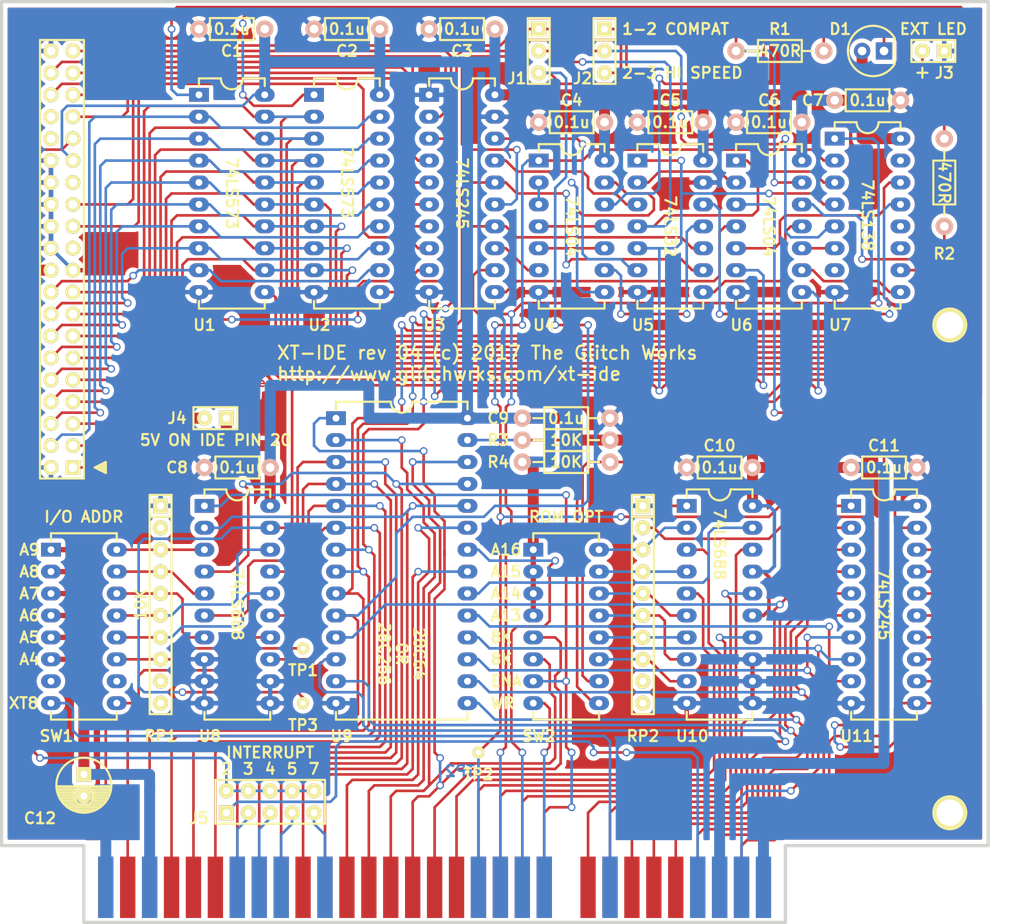
<source format=kicad_pcb>
(kicad_pcb (version 20171130) (host pcbnew 5.1.9)
  (title_block (title "XT-IDE Revision 3") (date 2016-05-14) (rev 3B) (company "The Glitch Works") (comment 1 "J. Chapman"))
  (layers (0 Component signal) (31 Copper signal) (34 B.Paste user) (35 F.Paste user) (36 B.SilkS user) (37 F.SilkS user) (38 B.Mask user) (39 F.Mask user) (44 Edge.Cuts user))
  (net 0 "")
  (net 1 /*CS1FX)
  (net 2 /*CS3FX)
  (net 3 /*IOR-IDE)
  (net 4 /*IOW-IDE)
  (net 5 /*IOW-ISA)
  (net 6 /*MEMR)
  (net 7 /*RESET)
  (net 8 //CS_ROM)
  (net 9 /3)
  (net 10 /4)
  (net 11 /5)
  (net 12 /6)
  (net 13 /7)
  (net 14 /A0-IDE)
  (net 15 /A0-ISA)
  (net 16 /A1-IDE)
  (net 17 /A1-ISA)
  (net 18 /A10)
  (net 19 /A11)
  (net 20 /A12)
  (net 21 /A2-IDE)
  (net 22 /A2-ISA)
  (net 23 /A3)
  (net 24 /D10)
  (net 25 /D11)
  (net 26 /D12)
  (net 27 /D13)
  (net 28 /D14)
  (net 29 /D15)
  (net 30 /D8)
  (net 31 /D9)
  (net 32 /INTRQ)
  (net 33 /IRQ3)
  (net 34 /IRQ4)
  (net 35 /IRQ5)
  (net 36 /IRQ7)
  (net 37 /PC-DB0)
  (net 38 /PC-DB1)
  (net 39 /PC-DB2)
  (net 40 /PC-DB3)
  (net 41 /PC-DB4)
  (net 42 /PC-DB5)
  (net 43 /PC-DB6)
  (net 44 /PC-DB7)
  (net 45 /VCC_CF)
  (net 46 GND)
  (net 47 VCC)
  (net 48 *MEMW)
  (net 49 AEN)
  (net 50 A14)
  (net 51 A13)
  (net 52 "Net-(R2-Pad2)")
  (net 53 /ROM_WE)
  (net 54 "Net-(RP2-Pad6)")
  (net 55 "Net-(RP2-Pad5)")
  (net 56 "Net-(RP2-Pad4)")
  (net 57 "Net-(RP2-Pad3)")
  (net 58 "Net-(RP1-Pad7)")
  (net 59 "Net-(RP1-Pad8)")
  (net 60 "Net-(RP2-Pad7)")
  (net 61 "Net-(RP2-Pad8)")
  (net 62 "Net-(RP1-Pad3)")
  (net 63 "Net-(RP1-Pad4)")
  (net 64 "Net-(RP1-Pad5)")
  (net 65 "Net-(RP1-Pad6)")
  (net 66 A19)
  (net 67 A18)
  (net 68 A17)
  (net 69 A16)
  (net 70 A15)
  (net 71 A9)
  (net 72 A8)
  (net 73 A7)
  (net 74 A6)
  (net 75 A5)
  (net 76 A4)
  (net 77 "Net-(U4-Pad11)")
  (net 78 "Net-(J2-Pad2)")
  (net 79 "Net-(J3-Pad2)")
  (net 80 *DASP)
  (net 81 "Net-(R4-Pad2)")
  (net 82 "Net-(D1-Pad1)")
  (net 83 D7)
  (net 84 RESDRV)
  (net 85 IRQ2)
  (net 86 *IOR-ISA)
  (net 87 D6)
  (net 88 D5)
  (net 89 D4)
  (net 90 D3)
  (net 91 D2)
  (net 92 D1)
  (net 93 D0)
  (net 94 "Net-(U3-Pad11)")
  (net 95 "Net-(U4-Pad2)")
  (net 96 *CARDSEL)
  (net 97 *CS_IDE)
  (net 98 *IOR_DELAYED)
  (net 99 "Net-(U4-Pad10)")
  (net 100 "Net-(U5-Pad2)")
  (net 101 "Net-(U5-Pad8)")
  (net 102 "Net-(U6-Pad5)")
  (net 103 "Net-(U6-Pad9)")
  (net 104 "Net-(U6-Pad10)")
  (net 105 "Net-(J1-Pad2)")
  (net 106 *HI_OUT_DELAYED)
  (net 107 "Net-(U4-Pad13)")
  (net 108 *HI_BYTE_OUTPUT)
  (net 109 "Net-(U4-Pad9)")
  (net 110 *CARDSEL_SWITCHED)
  (module gw_dips:DIP-20_300_OBROUND (layer Component) (at 99.695 45.085)
    (fp_text reference U1 (at 0.635 26.67) (layer F.SilkS) (effects (font (size 1.27 1.27) (thickness 0.254))))
    (fp_text value 74LS573 hide)
    (pad 1 thru_hole rect (at 0 0) (size 2.3 1.6) (drill 0.8) (layers *.Cu *.Mask) (net 10 /4))
    (pad 2 thru_hole oval (at 0 2.54) (size 2.3 1.6) (drill 0.8) (layers *.Cu *.Mask) (net 30 /D8))
    (pad 3 thru_hole oval (at 0 5.08) (size 2.3 1.6) (drill 0.8) (layers *.Cu *.Mask) (net 31 /D9))
    (pad 4 thru_hole oval (at 0 7.62) (size 2.3 1.6) (drill 0.8) (layers *.Cu *.Mask) (net 24 /D10))
    (pad 5 thru_hole oval (at 0 10.16) (size 2.3 1.6) (drill 0.8) (layers *.Cu *.Mask) (net 25 /D11))
    (pad 6 thru_hole oval (at 0 12.7) (size 2.3 1.6) (drill 0.8) (layers *.Cu *.Mask) (net 26 /D12))
    (pad 7 thru_hole oval (at 0 15.24) (size 2.3 1.6) (drill 0.8) (layers *.Cu *.Mask) (net 27 /D13))
    (pad 8 thru_hole oval (at 0 17.78) (size 2.3 1.6) (drill 0.8) (layers *.Cu *.Mask) (net 28 /D14))
    (pad 9 thru_hole oval (at 0 20.32) (size 2.3 1.6) (drill 0.8) (layers *.Cu *.Mask) (net 29 /D15))
    (pad 10 thru_hole oval (at 0 22.86) (size 2.3 1.6) (drill 0.8) (layers *.Cu *.Mask) (net 46 GND))
    (pad 11 thru_hole oval (at 7.62 22.86) (size 2.3 1.6) (drill 0.8) (layers *.Cu *.Mask) (net 11 /5))
    (pad 12 thru_hole oval (at 7.62 20.32) (size 2.3 1.6) (drill 0.8) (layers *.Cu *.Mask) (net 83 D7))
    (pad 13 thru_hole oval (at 7.62 17.78) (size 2.3 1.6) (drill 0.8) (layers *.Cu *.Mask) (net 87 D6))
    (pad 14 thru_hole oval (at 7.62 15.24) (size 2.3 1.6) (drill 0.8) (layers *.Cu *.Mask) (net 88 D5))
    (pad 15 thru_hole oval (at 7.62 12.7) (size 2.3 1.6) (drill 0.8) (layers *.Cu *.Mask) (net 89 D4))
    (pad 16 thru_hole oval (at 7.62 10.16) (size 2.3 1.6) (drill 0.8) (layers *.Cu *.Mask) (net 90 D3))
    (pad 17 thru_hole oval (at 7.62 7.62) (size 2.3 1.6) (drill 0.8) (layers *.Cu *.Mask) (net 91 D2))
    (pad 18 thru_hole oval (at 7.62 5.08) (size 2.3 1.6) (drill 0.8) (layers *.Cu *.Mask) (net 92 D1))
    (pad 19 thru_hole oval (at 7.62 2.54) (size 2.3 1.6) (drill 0.8) (layers *.Cu *.Mask) (net 93 D0))
    (pad 20 thru_hole oval (at 7.62 0) (size 2.3 1.6) (drill 0.8) (layers *.Cu *.Mask) (net 47 VCC))
  )
  (module gw_dips:DIP-20_300_OBROUND (layer Component) (at 126.365 45.085)
    (fp_text reference U3 (at 0.635 26.67) (layer F.SilkS) (effects (font (size 1.27 1.27) (thickness 0.254))))
    (fp_text value 74LS245 hide)
    (pad 1 thru_hole rect (at 0 0) (size 2.3 1.6) (drill 0.8) (layers *.Cu *.Mask) (net 46 GND))
    (pad 2 thru_hole oval (at 0 2.54) (size 2.3 1.6) (drill 0.8) (layers *.Cu *.Mask) (net 1 /*CS1FX))
    (pad 3 thru_hole oval (at 0 5.08) (size 2.3 1.6) (drill 0.8) (layers *.Cu *.Mask) (net 2 /*CS3FX))
    (pad 4 thru_hole oval (at 0 7.62) (size 2.3 1.6) (drill 0.8) (layers *.Cu *.Mask) (net 21 /A2-IDE))
    (pad 5 thru_hole oval (at 0 10.16) (size 2.3 1.6) (drill 0.8) (layers *.Cu *.Mask) (net 14 /A0-IDE))
    (pad 6 thru_hole oval (at 0 12.7) (size 2.3 1.6) (drill 0.8) (layers *.Cu *.Mask) (net 16 /A1-IDE))
    (pad 7 thru_hole oval (at 0 15.24) (size 2.3 1.6) (drill 0.8) (layers *.Cu *.Mask) (net 3 /*IOR-IDE))
    (pad 8 thru_hole oval (at 0 17.78) (size 2.3 1.6) (drill 0.8) (layers *.Cu *.Mask) (net 4 /*IOW-IDE))
    (pad 9 thru_hole oval (at 0 20.32) (size 2.3 1.6) (drill 0.8) (layers *.Cu *.Mask) (net 7 /*RESET))
    (pad 10 thru_hole oval (at 0 22.86) (size 2.3 1.6) (drill 0.8) (layers *.Cu *.Mask) (net 46 GND))
    (pad 11 thru_hole oval (at 7.62 22.86) (size 2.3 1.6) (drill 0.8) (layers *.Cu *.Mask) (net 94 "Net-(U3-Pad11)"))
    (pad 12 thru_hole oval (at 7.62 20.32) (size 2.3 1.6) (drill 0.8) (layers *.Cu *.Mask) (net 5 /*IOW-ISA))
    (pad 13 thru_hole oval (at 7.62 17.78) (size 2.3 1.6) (drill 0.8) (layers *.Cu *.Mask) (net 98 *IOR_DELAYED))
    (pad 14 thru_hole oval (at 7.62 15.24) (size 2.3 1.6) (drill 0.8) (layers *.Cu *.Mask) (net 17 /A1-ISA))
    (pad 15 thru_hole oval (at 7.62 12.7) (size 2.3 1.6) (drill 0.8) (layers *.Cu *.Mask) (net 78 "Net-(J2-Pad2)"))
    (pad 16 thru_hole oval (at 7.62 10.16) (size 2.3 1.6) (drill 0.8) (layers *.Cu *.Mask) (net 22 /A2-ISA))
    (pad 17 thru_hole oval (at 7.62 7.62) (size 2.3 1.6) (drill 0.8) (layers *.Cu *.Mask) (net 12 /6))
    (pad 18 thru_hole oval (at 7.62 5.08) (size 2.3 1.6) (drill 0.8) (layers *.Cu *.Mask) (net 13 /7))
    (pad 19 thru_hole oval (at 7.62 2.54) (size 2.3 1.6) (drill 0.8) (layers *.Cu *.Mask) (net 46 GND))
    (pad 20 thru_hole oval (at 7.62 0) (size 2.3 1.6) (drill 0.8) (layers *.Cu *.Mask) (net 47 VCC))
  )
  (module mounting:120mil_no_silkscreen (layer Component) (at 186.69 128.27)
    (fp_text reference P6 hide)
    (fp_text value CONN_1 hide)
    (pad 1 thru_hole circle (at 0 0) (size 4.064 4.064) (drill 3.048) (layers *.Cu *.Mask F.SilkS) (net 46 GND))
  )
  (module mounting:120mil_no_silkscreen (layer Component) (at 186.69 71.755)
    (fp_text reference P7 hide)
    (fp_text value CONN_1 hide)
    (pad 1 thru_hole circle (at 0 0) (size 4.064 4.064) (drill 3.048) (layers *.Cu *.Mask F.SilkS) (net 46 GND))
  )
  (module edge_connectors:ISA-8BIT-XT-IDE (layer Component) (at 127 137.16)
    (fp_text reference BUS1 hide)
    (fp_text value BUSPC hide)
    (pad 1 connect rect (at 38.1 -0.254) (size 1.778 7.112) (layers Copper B.Mask) (net 46 GND))
    (pad 2 connect rect (at 35.56 -0.254) (size 1.778 7.112) (layers Copper B.Mask) (net 84 RESDRV))
    (pad 3 connect rect (at 33.02 -0.254) (size 1.778 7.112) (layers Copper B.Mask) (net 47 VCC))
    (pad 4 connect rect (at 30.48 -0.254) (size 1.778 7.112) (layers Copper B.Mask) (net 85 IRQ2))
    (pad 8 connect rect (at 20.32 -0.254) (size 1.778 7.112) (layers Copper B.Mask) (net 96 *CARDSEL))
    (pad 11 connect rect (at 12.7 -0.254) (size 1.778 7.112) (layers Copper B.Mask) (net 48 *MEMW))
    (pad 12 connect rect (at 10.16 -0.254) (size 1.778 7.112) (layers Copper B.Mask) (net 6 /*MEMR))
    (pad 13 connect rect (at 7.62 -0.254) (size 1.778 7.112) (layers Copper B.Mask) (net 5 /*IOW-ISA))
    (pad 14 connect rect (at 5.08 -0.254) (size 1.778 7.112) (layers Copper B.Mask) (net 86 *IOR-ISA))
    (pad 21 connect rect (at -12.7 -0.254) (size 1.778 7.112) (layers Copper B.Mask) (net 36 /IRQ7))
    (pad 23 connect rect (at -17.78 -0.254) (size 1.778 7.112) (layers Copper B.Mask) (net 35 /IRQ5))
    (pad 24 connect rect (at -20.32 -0.254) (size 1.778 7.112) (layers Copper B.Mask) (net 34 /IRQ4))
    (pad 25 connect rect (at -22.86 -0.254) (size 1.778 7.112) (layers Copper B.Mask) (net 33 /IRQ3))
    (pad 29 connect rect (at -33.02 -0.254) (size 1.778 7.112) (layers Copper B.Mask) (net 47 VCC))
    (pad 31 connect rect (at -38.1 -0.254) (size 1.778 7.112) (layers Copper B.Mask) (net 46 GND))
    (pad 33 connect rect (at 35.56 -0.254) (size 1.778 7.112) (layers Component F.Mask) (net 44 /PC-DB7))
    (pad 34 connect rect (at 33.02 -0.254) (size 1.778 7.112) (layers Component F.Mask) (net 43 /PC-DB6))
    (pad 35 connect rect (at 30.48 -0.254) (size 1.778 7.112) (layers Component F.Mask) (net 42 /PC-DB5))
    (pad 36 connect rect (at 27.94 -0.254) (size 1.778 7.112) (layers Component F.Mask) (net 41 /PC-DB4))
    (pad 37 connect rect (at 25.4 -0.254) (size 1.778 7.112) (layers Component F.Mask) (net 40 /PC-DB3))
    (pad 38 connect rect (at 22.86 -0.254) (size 1.778 7.112) (layers Component F.Mask) (net 39 /PC-DB2))
    (pad 39 connect rect (at 20.32 -0.254) (size 1.778 7.112) (layers Component F.Mask) (net 38 /PC-DB1))
    (pad 40 connect rect (at 17.78 -0.254) (size 1.778 7.112) (layers Component F.Mask) (net 37 /PC-DB0))
    (pad 42 connect rect (at 12.7 -0.254) (size 1.778 7.112) (layers Component F.Mask) (net 49 AEN))
    (pad 43 connect rect (at 10.16 -0.254) (size 1.778 7.112) (layers Component F.Mask) (net 66 A19))
    (pad 44 connect rect (at 7.62 -0.254) (size 1.778 7.112) (layers Component F.Mask) (net 67 A18))
    (pad 45 connect rect (at 5.08 -0.254) (size 1.778 7.112) (layers Component F.Mask) (net 68 A17))
    (pad 46 connect rect (at 2.54 -0.254) (size 1.778 7.112) (layers Component F.Mask) (net 69 A16))
    (pad 47 connect rect (at 0 -0.254) (size 1.778 7.112) (layers Component F.Mask) (net 70 A15))
    (pad 48 connect rect (at -2.54 -0.254) (size 1.778 7.112) (layers Component F.Mask) (net 50 A14))
    (pad 49 connect rect (at -5.08 -0.254) (size 1.778 7.112) (layers Component F.Mask) (net 51 A13))
    (pad 50 connect rect (at -7.62 -0.254) (size 1.778 7.112) (layers Component F.Mask) (net 20 /A12))
    (pad 51 connect rect (at -10.16 -0.254) (size 1.778 7.112) (layers Component F.Mask) (net 19 /A11))
    (pad 52 connect rect (at -12.7 -0.254) (size 1.778 7.112) (layers Component F.Mask) (net 18 /A10))
    (pad 53 connect rect (at -15.24 -0.254) (size 1.778 7.112) (layers Component F.Mask) (net 71 A9))
    (pad 54 connect rect (at -17.78 -0.254) (size 1.778 7.112) (layers Component F.Mask) (net 72 A8))
    (pad 55 connect rect (at -20.32 -0.254) (size 1.778 7.112) (layers Component F.Mask) (net 73 A7))
    (pad 56 connect rect (at -22.86 -0.254) (size 1.778 7.112) (layers Component F.Mask) (net 74 A6))
    (pad 57 connect rect (at -25.4 -0.254) (size 1.778 7.112) (layers Component F.Mask) (net 75 A5))
    (pad 58 connect rect (at -27.94 -0.254) (size 1.778 7.112) (layers Component F.Mask) (net 76 A4))
    (pad 59 connect rect (at -30.48 -0.254) (size 1.778 7.112) (layers Component F.Mask) (net 23 /A3))
    (pad 60 connect rect (at -33.02 -0.254) (size 1.778 7.112) (layers Component F.Mask) (net 22 /A2-ISA))
    (pad 61 connect rect (at -35.56 -0.254) (size 1.778 7.112) (layers Component F.Mask) (net 17 /A1-ISA))
    (pad 62 connect rect (at -38.1 -0.254) (size 1.778 7.112) (layers Component F.Mask) (net 15 /A0-ISA))
  )
  (module headers_with_detent:5x2 (layer Component) (at 107.95 127)
    (fp_text reference J5 (at -8.255 1.905) (layer F.SilkS) (effects (font (size 1.27 1.27) (thickness 0.254))))
    (fp_text value INTERRUPT (at 0 -5.715) (layer F.SilkS) (effects (font (size 1.27 1.27) (thickness 0.254))))
    (pad 1 thru_hole rect (at -5.08 1.27) (size 1.7272 1.7272) (drill 0.8128) (layers *.Cu *.Mask F.SilkS) (net 85 IRQ2))
    (pad 2 thru_hole circle (at -5.08 -1.27) (size 1.7272 1.7272) (drill 0.8128) (layers *.Cu *.Mask F.SilkS) (net 32 /INTRQ))
    (pad 3 thru_hole circle (at -2.54 1.27) (size 1.7272 1.7272) (drill 0.8128) (layers *.Cu *.Mask F.SilkS) (net 33 /IRQ3))
    (pad 4 thru_hole circle (at -2.54 -1.27) (size 1.7272 1.7272) (drill 0.8128) (layers *.Cu *.Mask F.SilkS) (net 32 /INTRQ))
    (pad 5 thru_hole circle (at 0 1.27) (size 1.7272 1.7272) (drill 0.8128) (layers *.Cu *.Mask F.SilkS) (net 34 /IRQ4))
    (pad 6 thru_hole circle (at 0 -1.27) (size 1.7272 1.7272) (drill 0.8128) (layers *.Cu *.Mask F.SilkS) (net 32 /INTRQ))
    (pad 7 thru_hole circle (at 2.54 1.27) (size 1.7272 1.7272) (drill 0.8128) (layers *.Cu *.Mask F.SilkS) (net 35 /IRQ5))
    (pad 8 thru_hole circle (at 2.54 -1.27) (size 1.7272 1.7272) (drill 0.8128) (layers *.Cu *.Mask F.SilkS) (net 32 /INTRQ))
    (pad 9 thru_hole circle (at 5.08 1.27) (size 1.7272 1.7272) (drill 0.8128) (layers *.Cu *.Mask F.SilkS) (net 36 /IRQ7))
    (pad 10 thru_hole circle (at 5.08 -1.27) (size 1.7272 1.7272) (drill 0.8128) (layers *.Cu *.Mask F.SilkS) (net 32 /INTRQ))
  )
  (module headers_with_detent:1x3 (layer Component) (at 146.685 40.005)
    (fp_text reference J2 (at -2.54 3.175) (layer F.SilkS) (effects (font (size 1.27 1.27) (thickness 0.254))))
    (fp_text value CONN_3 hide)
    (pad 1 thru_hole rect (at 0 -2.54 270) (size 1.7272 1.7272) (drill 0.8128) (layers *.Cu *.Mask F.SilkS) (net 15 /A0-ISA))
    (pad 2 thru_hole circle (at 0 0 270) (size 1.7272 1.7272) (drill 0.8128) (layers *.Cu *.Mask F.SilkS) (net 78 "Net-(J2-Pad2)"))
    (pad 3 thru_hole circle (at 0 2.54 270) (size 1.7272 1.7272) (drill 0.8128) (layers *.Cu *.Mask F.SilkS) (net 23 /A3))
  )
  (module headers_with_detent:1x3 (layer Component) (at 139.065 40.005)
    (fp_text reference J1 (at -2.54 3.175) (layer F.SilkS) (effects (font (size 1.27 1.27) (thickness 0.254))))
    (fp_text value CONN_3 hide)
    (pad 1 thru_hole rect (at 0 -2.54 270) (size 1.7272 1.7272) (drill 0.8128) (layers *.Cu *.Mask F.SilkS) (net 23 /A3))
    (pad 2 thru_hole circle (at 0 0 270) (size 1.7272 1.7272) (drill 0.8128) (layers *.Cu *.Mask F.SilkS) (net 105 "Net-(J1-Pad2)"))
    (pad 3 thru_hole circle (at 0 2.54 270) (size 1.7272 1.7272) (drill 0.8128) (layers *.Cu *.Mask F.SilkS) (net 15 /A0-ISA))
  )
  (module headers_with_detent:1x2 (layer Component) (at 184.785 40.005 270)
    (fp_text reference J3 (at 2.54 -1.27) (layer F.SilkS) (effects (font (size 1.27 1.27) (thickness 0.254))))
    (fp_text value CONN_2 hide)
    (pad 1 thru_hole rect (at 0 -1.27 180) (size 1.7272 1.7272) (drill 0.8128) (layers *.Cu *.Mask F.SilkS) (net 46 GND))
    (pad 2 thru_hole circle (at 0 1.27 180) (size 1.7272 1.7272) (drill 0.8128) (layers *.Cu *.Mask F.SilkS) (net 79 "Net-(J3-Pad2)"))
  )
  (module headers_with_detent:1x2 (layer Component) (at 101.6 82.55 270)
    (fp_text reference J4 (at 0 4.445) (layer F.SilkS) (effects (font (size 1.27 1.27) (thickness 0.254))))
    (fp_text value CONN_2 hide)
    (pad 1 thru_hole rect (at 0 -1.27 180) (size 1.7272 1.7272) (drill 0.8128) (layers *.Cu *.Mask F.SilkS) (net 47 VCC))
    (pad 2 thru_hole circle (at 0 1.27 180) (size 1.7272 1.7272) (drill 0.8128) (layers *.Cu *.Mask F.SilkS) (net 45 /VCC_CF))
  )
  (module gw_leds:LED-5MM (layer Component) (at 179.07 40.005 180)
    (fp_text reference D1 (at 5.08 2.54 180) (layer F.SilkS) (effects (font (size 1.27 1.27) (thickness 0.254))))
    (fp_text value LED hide)
    (pad 1 thru_hole rect (at 0 0 270) (size 2 1.9) (drill 1.00076) (layers *.Cu *.Mask) (net 82 "Net-(D1-Pad1)"))
    (pad 2 thru_hole circle (at 2.54 0 180) (size 1.9 1.9) (drill 1.00076) (layers *.Cu *.Mask) (net 47 VCC))
  )
  (module testpoints:TH_TESTPOINT (layer Component) (at 111.76 109.22)
    (fp_text reference TP1 (at 0 2.54) (layer F.SilkS) (effects (font (size 1.27 1.27) (thickness 0.254))))
    (fp_text value CONN_1 hide)
    (pad 1 thru_hole circle (at 0 0) (size 1.397 1.397) (drill 0.635) (layers *.Cu *.Mask F.SilkS) (net 110 *CARDSEL_SWITCHED))
  )
  (module testpoints:TH_TESTPOINT (layer Component) (at 111.76 115.57)
    (fp_text reference TP3 (at 0 2.54) (layer F.SilkS) (effects (font (size 1.27 1.27) (thickness 0.254))))
    (fp_text value CONN_1 hide)
    (pad 1 thru_hole circle (at 0 0) (size 1.397 1.397) (drill 0.635) (layers *.Cu *.Mask F.SilkS) (net 97 *CS_IDE))
  )
  (module testpoints:TH_TESTPOINT (layer Component) (at 132.08 121.285)
    (fp_text reference TP2 (at 0 2.54) (layer F.SilkS) (effects (font (size 1.27 1.27) (thickness 0.254))))
    (fp_text value CONN_1 hide)
    (pad 1 thru_hole circle (at 0 0) (size 1.397 1.397) (drill 0.635) (layers *.Cu *.Mask F.SilkS) (net 86 *IOR-ISA))
  )
  (module gw_caps_polarized:CP_RAD_250_100 (layer Component) (at 86.36 123.825 270)
    (fp_text reference C12 (at 5.08 5.08 180) (layer F.SilkS) (effects (font (size 1.27 1.27) (thickness 0.254))))
    (fp_text value 47uF hide)
    (pad 2 thru_hole circle (at 2.5 0 270) (size 1.7272 1.7272) (drill 0.8) (layers *.Cu *.Mask F.SilkS) (net 46 GND))
    (pad 1 thru_hole rect (at 0 0 270) (size 1.7272 1.7272) (drill 0.8) (layers *.Cu *.Mask F.SilkS) (net 47 VCC))
  )
  (module gw_symbols:PIN1_TRIANGLE_SILKSCREEN (layer Component) (at 87.63 88.265)
    (fp_text reference REF** hide)
    (fp_text value PIN1_TRIANGLE_SILKSCREEN hide)
  )
  (module gw_headers:STRAIGHT_2x20 (layer Component) (at 85.09 88.265 180)
    (fp_text reference IDE1 hide)
    (fp_text value CONN_20X2 hide)
    (pad 1 thru_hole rect (at 0 0 180) (size 1.7272 1.7272) (drill 1.016) (layers *.Cu *.Mask F.SilkS) (net 7 /*RESET))
    (pad 2 thru_hole oval (at 2.54 0 180) (size 1.7272 1.7272) (drill 1.016) (layers *.Cu *.Mask F.SilkS) (net 46 GND))
    (pad 3 thru_hole oval (at 0 2.54 180) (size 1.7272 1.7272) (drill 1.016) (layers *.Cu *.Mask F.SilkS) (net 83 D7))
    (pad 4 thru_hole oval (at 2.54 2.54 180) (size 1.7272 1.7272) (drill 1.016) (layers *.Cu *.Mask F.SilkS) (net 30 /D8))
    (pad 5 thru_hole oval (at 0 5.08 180) (size 1.7272 1.7272) (drill 1.016) (layers *.Cu *.Mask F.SilkS) (net 87 D6))
    (pad 6 thru_hole oval (at 2.54 5.08 180) (size 1.7272 1.7272) (drill 1.016) (layers *.Cu *.Mask F.SilkS) (net 31 /D9))
    (pad 7 thru_hole oval (at 0 7.62 180) (size 1.7272 1.7272) (drill 1.016) (layers *.Cu *.Mask F.SilkS) (net 88 D5))
    (pad 8 thru_hole oval (at 2.54 7.62 180) (size 1.7272 1.7272) (drill 1.016) (layers *.Cu *.Mask F.SilkS) (net 24 /D10))
    (pad 9 thru_hole oval (at 0 10.16 180) (size 1.7272 1.7272) (drill 1.016) (layers *.Cu *.Mask F.SilkS) (net 89 D4))
    (pad 10 thru_hole oval (at 2.54 10.16 180) (size 1.7272 1.7272) (drill 1.016) (layers *.Cu *.Mask F.SilkS) (net 25 /D11))
    (pad 11 thru_hole oval (at 0 12.7 180) (size 1.7272 1.7272) (drill 1.016) (layers *.Cu *.Mask F.SilkS) (net 90 D3))
    (pad 12 thru_hole oval (at 2.54 12.7 180) (size 1.7272 1.7272) (drill 1.016) (layers *.Cu *.Mask F.SilkS) (net 26 /D12))
    (pad 13 thru_hole oval (at 0 15.24 180) (size 1.7272 1.7272) (drill 1.016) (layers *.Cu *.Mask F.SilkS) (net 91 D2))
    (pad 14 thru_hole oval (at 2.54 15.24 180) (size 1.7272 1.7272) (drill 1.016) (layers *.Cu *.Mask F.SilkS) (net 27 /D13))
    (pad 15 thru_hole oval (at 0 17.78 180) (size 1.7272 1.7272) (drill 1.016) (layers *.Cu *.Mask F.SilkS) (net 92 D1))
    (pad 16 thru_hole oval (at 2.54 17.78 180) (size 1.7272 1.7272) (drill 1.016) (layers *.Cu *.Mask F.SilkS) (net 28 /D14))
    (pad 17 thru_hole oval (at 0 20.32 180) (size 1.7272 1.7272) (drill 1.016) (layers *.Cu *.Mask F.SilkS) (net 93 D0))
    (pad 18 thru_hole oval (at 2.54 20.32 180) (size 1.7272 1.7272) (drill 1.016) (layers *.Cu *.Mask F.SilkS) (net 29 /D15))
    (pad 19 thru_hole oval (at 0 22.86 180) (size 1.7272 1.7272) (drill 1.016) (layers *.Cu *.Mask F.SilkS) (net 46 GND))
    (pad 20 thru_hole oval (at 2.54 22.86 180) (size 1.7272 1.7272) (drill 1.016) (layers *.Cu *.Mask F.SilkS) (net 45 /VCC_CF))
    (pad 21 thru_hole oval (at 0 25.4 180) (size 1.7272 1.7272) (drill 1.016) (layers *.Cu *.Mask F.SilkS))
    (pad 22 thru_hole oval (at 2.54 25.4 180) (size 1.7272 1.7272) (drill 1.016) (layers *.Cu *.Mask F.SilkS) (net 46 GND))
    (pad 23 thru_hole oval (at 0 27.94 180) (size 1.7272 1.7272) (drill 1.016) (layers *.Cu *.Mask F.SilkS) (net 4 /*IOW-IDE))
    (pad 24 thru_hole oval (at 2.54 27.94 180) (size 1.7272 1.7272) (drill 1.016) (layers *.Cu *.Mask F.SilkS) (net 46 GND))
    (pad 25 thru_hole oval (at 0 30.48 180) (size 1.7272 1.7272) (drill 1.016) (layers *.Cu *.Mask F.SilkS) (net 3 /*IOR-IDE))
    (pad 26 thru_hole oval (at 2.54 30.48 180) (size 1.7272 1.7272) (drill 1.016) (layers *.Cu *.Mask F.SilkS) (net 46 GND))
    (pad 27 thru_hole oval (at 0 33.02 180) (size 1.7272 1.7272) (drill 1.016) (layers *.Cu *.Mask F.SilkS))
    (pad 28 thru_hole oval (at 2.54 33.02 180) (size 1.7272 1.7272) (drill 1.016) (layers *.Cu *.Mask F.SilkS) (net 46 GND))
    (pad 29 thru_hole oval (at 0 35.56 180) (size 1.7272 1.7272) (drill 1.016) (layers *.Cu *.Mask F.SilkS) (net 47 VCC))
    (pad 30 thru_hole oval (at 2.54 35.56 180) (size 1.7272 1.7272) (drill 1.016) (layers *.Cu *.Mask F.SilkS) (net 46 GND))
    (pad 31 thru_hole oval (at 0 38.1 180) (size 1.7272 1.7272) (drill 1.016) (layers *.Cu *.Mask F.SilkS) (net 32 /INTRQ))
    (pad 32 thru_hole oval (at 2.54 38.1 180) (size 1.7272 1.7272) (drill 1.016) (layers *.Cu *.Mask F.SilkS))
    (pad 33 thru_hole oval (at 0 40.64 180) (size 1.7272 1.7272) (drill 1.016) (layers *.Cu *.Mask F.SilkS) (net 16 /A1-IDE))
    (pad 34 thru_hole oval (at 2.54 40.64 180) (size 1.7272 1.7272) (drill 1.016) (layers *.Cu *.Mask F.SilkS))
    (pad 35 thru_hole oval (at 0 43.18 180) (size 1.7272 1.7272) (drill 1.016) (layers *.Cu *.Mask F.SilkS) (net 14 /A0-IDE))
    (pad 36 thru_hole oval (at 2.54 43.18 180) (size 1.7272 1.7272) (drill 1.016) (layers *.Cu *.Mask F.SilkS) (net 21 /A2-IDE))
    (pad 37 thru_hole oval (at 0 45.72 180) (size 1.7272 1.7272) (drill 1.016) (layers *.Cu *.Mask F.SilkS) (net 1 /*CS1FX))
    (pad 38 thru_hole oval (at 2.54 45.72 180) (size 1.7272 1.7272) (drill 1.016) (layers *.Cu *.Mask F.SilkS) (net 2 /*CS3FX))
    (pad 39 thru_hole oval (at 0 48.26 180) (size 1.7272 1.7272) (drill 1.016) (layers *.Cu *.Mask F.SilkS) (net 80 *DASP))
    (pad 40 thru_hole oval (at 2.54 48.26 180) (size 1.7272 1.7272) (drill 1.016) (layers *.Cu *.Mask F.SilkS) (net 46 GND))
  )
  (module gw_dips:DIP-20_300_OBROUND (layer Component) (at 113.03 45.085)
    (fp_text reference U2 (at 0.635 26.67) (layer F.SilkS) (effects (font (size 1.27 1.27) (thickness 0.254))))
    (fp_text value 74LS573 hide)
    (pad 1 thru_hole rect (at 0 0) (size 2.3 1.6) (drill 0.8) (layers *.Cu *.Mask) (net 106 *HI_OUT_DELAYED))
    (pad 2 thru_hole oval (at 0 2.54) (size 2.3 1.6) (drill 0.8) (layers *.Cu *.Mask) (net 93 D0))
    (pad 3 thru_hole oval (at 0 5.08) (size 2.3 1.6) (drill 0.8) (layers *.Cu *.Mask) (net 92 D1))
    (pad 4 thru_hole oval (at 0 7.62) (size 2.3 1.6) (drill 0.8) (layers *.Cu *.Mask) (net 91 D2))
    (pad 5 thru_hole oval (at 0 10.16) (size 2.3 1.6) (drill 0.8) (layers *.Cu *.Mask) (net 90 D3))
    (pad 6 thru_hole oval (at 0 12.7) (size 2.3 1.6) (drill 0.8) (layers *.Cu *.Mask) (net 89 D4))
    (pad 7 thru_hole oval (at 0 15.24) (size 2.3 1.6) (drill 0.8) (layers *.Cu *.Mask) (net 88 D5))
    (pad 8 thru_hole oval (at 0 17.78) (size 2.3 1.6) (drill 0.8) (layers *.Cu *.Mask) (net 87 D6))
    (pad 9 thru_hole oval (at 0 20.32) (size 2.3 1.6) (drill 0.8) (layers *.Cu *.Mask) (net 83 D7))
    (pad 10 thru_hole oval (at 0 22.86) (size 2.3 1.6) (drill 0.8) (layers *.Cu *.Mask) (net 46 GND))
    (pad 11 thru_hole oval (at 7.62 22.86) (size 2.3 1.6) (drill 0.8) (layers *.Cu *.Mask) (net 9 /3))
    (pad 12 thru_hole oval (at 7.62 20.32) (size 2.3 1.6) (drill 0.8) (layers *.Cu *.Mask) (net 29 /D15))
    (pad 13 thru_hole oval (at 7.62 17.78) (size 2.3 1.6) (drill 0.8) (layers *.Cu *.Mask) (net 28 /D14))
    (pad 14 thru_hole oval (at 7.62 15.24) (size 2.3 1.6) (drill 0.8) (layers *.Cu *.Mask) (net 27 /D13))
    (pad 15 thru_hole oval (at 7.62 12.7) (size 2.3 1.6) (drill 0.8) (layers *.Cu *.Mask) (net 26 /D12))
    (pad 16 thru_hole oval (at 7.62 10.16) (size 2.3 1.6) (drill 0.8) (layers *.Cu *.Mask) (net 25 /D11))
    (pad 17 thru_hole oval (at 7.62 7.62) (size 2.3 1.6) (drill 0.8) (layers *.Cu *.Mask) (net 24 /D10))
    (pad 18 thru_hole oval (at 7.62 5.08) (size 2.3 1.6) (drill 0.8) (layers *.Cu *.Mask) (net 31 /D9))
    (pad 19 thru_hole oval (at 7.62 2.54) (size 2.3 1.6) (drill 0.8) (layers *.Cu *.Mask) (net 30 /D8))
    (pad 20 thru_hole oval (at 7.62 0) (size 2.3 1.6) (drill 0.8) (layers *.Cu *.Mask) (net 47 VCC))
  )
  (module gw_dips:DIP-14_300_OBROUND (layer Component) (at 150.495 52.705)
    (fp_text reference U5 (at 0.635 19.05) (layer F.SilkS) (effects (font (size 1.27 1.27) (thickness 0.254))))
    (fp_text value 74LS32 hide)
    (pad 1 thru_hole rect (at 0 0) (size 2.3 1.6) (drill 0.8) (layers *.Cu *.Mask) (net 97 *CS_IDE))
    (pad 2 thru_hole oval (at 0 2.54) (size 2.3 1.6) (drill 0.8) (layers *.Cu *.Mask) (net 100 "Net-(U5-Pad2)"))
    (pad 3 thru_hole oval (at 0 5.08) (size 2.3 1.6) (drill 0.8) (layers *.Cu *.Mask) (net 12 /6))
    (pad 4 thru_hole oval (at 0 7.62) (size 2.3 1.6) (drill 0.8) (layers *.Cu *.Mask) (net 105 "Net-(J1-Pad2)"))
    (pad 5 thru_hole oval (at 0 10.16) (size 2.3 1.6) (drill 0.8) (layers *.Cu *.Mask) (net 97 *CS_IDE))
    (pad 6 thru_hole oval (at 0 12.7) (size 2.3 1.6) (drill 0.8) (layers *.Cu *.Mask) (net 13 /7))
    (pad 7 thru_hole oval (at 0 15.24) (size 2.3 1.6) (drill 0.8) (layers *.Cu *.Mask) (net 46 GND))
    (pad 8 thru_hole oval (at 7.62 15.24) (size 2.3 1.6) (drill 0.8) (layers *.Cu *.Mask) (net 101 "Net-(U5-Pad8)"))
    (pad 9 thru_hole oval (at 7.62 12.7) (size 2.3 1.6) (drill 0.8) (layers *.Cu *.Mask) (net 22 /A2-ISA))
    (pad 10 thru_hole oval (at 7.62 10.16) (size 2.3 1.6) (drill 0.8) (layers *.Cu *.Mask) (net 17 /A1-ISA))
    (pad 11 thru_hole oval (at 7.62 7.62) (size 2.3 1.6) (drill 0.8) (layers *.Cu *.Mask) (net 109 "Net-(U4-Pad9)"))
    (pad 12 thru_hole oval (at 7.62 5.08) (size 2.3 1.6) (drill 0.8) (layers *.Cu *.Mask) (net 108 *HI_BYTE_OUTPUT))
    (pad 13 thru_hole oval (at 7.62 2.54) (size 2.3 1.6) (drill 0.8) (layers *.Cu *.Mask) (net 46 GND))
    (pad 14 thru_hole oval (at 7.62 0) (size 2.3 1.6) (drill 0.8) (layers *.Cu *.Mask) (net 47 VCC))
  )
  (module gw_dips:DIP-14_300_OBROUND (layer Component) (at 161.925 52.705)
    (fp_text reference U6 (at 0.635 19.05) (layer F.SilkS) (effects (font (size 1.27 1.27) (thickness 0.254))))
    (fp_text value 74LS04 hide)
    (pad 1 thru_hole rect (at 0 0) (size 2.3 1.6) (drill 0.8) (layers *.Cu *.Mask) (net 105 "Net-(J1-Pad2)"))
    (pad 2 thru_hole oval (at 0 2.54) (size 2.3 1.6) (drill 0.8) (layers *.Cu *.Mask) (net 100 "Net-(U5-Pad2)"))
    (pad 3 thru_hole oval (at 0 5.08) (size 2.3 1.6) (drill 0.8) (layers *.Cu *.Mask) (net 84 RESDRV))
    (pad 4 thru_hole oval (at 0 7.62) (size 2.3 1.6) (drill 0.8) (layers *.Cu *.Mask) (net 94 "Net-(U3-Pad11)"))
    (pad 5 thru_hole oval (at 0 10.16) (size 2.3 1.6) (drill 0.8) (layers *.Cu *.Mask) (net 102 "Net-(U6-Pad5)"))
    (pad 6 thru_hole oval (at 0 12.7) (size 2.3 1.6) (drill 0.8) (layers *.Cu *.Mask) (net 11 /5))
    (pad 7 thru_hole oval (at 0 15.24) (size 2.3 1.6) (drill 0.8) (layers *.Cu *.Mask) (net 46 GND))
    (pad 8 thru_hole oval (at 7.62 15.24) (size 2.3 1.6) (drill 0.8) (layers *.Cu *.Mask) (net 9 /3))
    (pad 9 thru_hole oval (at 7.62 12.7) (size 2.3 1.6) (drill 0.8) (layers *.Cu *.Mask) (net 103 "Net-(U6-Pad9)"))
    (pad 10 thru_hole oval (at 7.62 10.16) (size 2.3 1.6) (drill 0.8) (layers *.Cu *.Mask) (net 104 "Net-(U6-Pad10)"))
    (pad 11 thru_hole oval (at 7.62 7.62) (size 2.3 1.6) (drill 0.8) (layers *.Cu *.Mask) (net 101 "Net-(U5-Pad8)"))
    (pad 12 thru_hole oval (at 7.62 5.08) (size 2.3 1.6) (drill 0.8) (layers *.Cu *.Mask) (net 52 "Net-(R2-Pad2)"))
    (pad 13 thru_hole oval (at 7.62 2.54) (size 2.3 1.6) (drill 0.8) (layers *.Cu *.Mask) (net 80 *DASP))
    (pad 14 thru_hole oval (at 7.62 0) (size 2.3 1.6) (drill 0.8) (layers *.Cu *.Mask) (net 47 VCC))
  )
  (module gw_dips:DIP-16_300_OBROUND (layer Component) (at 173.355 50.165)
    (fp_text reference U7 (at 0.635 21.59) (layer F.SilkS) (effects (font (size 1.27 1.27) (thickness 0.254))))
    (fp_text value 74LS138 hide)
    (pad 1 thru_hole rect (at 0 0) (size 2.3 1.6) (drill 0.8) (layers *.Cu *.Mask) (net 5 /*IOW-ISA))
    (pad 2 thru_hole oval (at 0 2.54) (size 2.3 1.6) (drill 0.8) (layers *.Cu *.Mask) (net 86 *IOR-ISA))
    (pad 3 thru_hole oval (at 0 5.08) (size 2.3 1.6) (drill 0.8) (layers *.Cu *.Mask) (net 105 "Net-(J1-Pad2)"))
    (pad 4 thru_hole oval (at 0 7.62) (size 2.3 1.6) (drill 0.8) (layers *.Cu *.Mask) (net 97 *CS_IDE))
    (pad 5 thru_hole oval (at 0 10.16) (size 2.3 1.6) (drill 0.8) (layers *.Cu *.Mask) (net 78 "Net-(J2-Pad2)"))
    (pad 6 thru_hole oval (at 0 12.7) (size 2.3 1.6) (drill 0.8) (layers *.Cu *.Mask) (net 104 "Net-(U6-Pad10)"))
    (pad 7 thru_hole oval (at 0 15.24) (size 2.3 1.6) (drill 0.8) (layers *.Cu *.Mask))
    (pad 8 thru_hole oval (at 0 17.78) (size 2.3 1.6) (drill 0.8) (layers *.Cu *.Mask) (net 46 GND))
    (pad 9 thru_hole oval (at 7.62 17.78) (size 2.3 1.6) (drill 0.8) (layers *.Cu *.Mask) (net 103 "Net-(U6-Pad9)"))
    (pad 10 thru_hole oval (at 7.62 15.24) (size 2.3 1.6) (drill 0.8) (layers *.Cu *.Mask) (net 10 /4))
    (pad 11 thru_hole oval (at 7.62 12.7) (size 2.3 1.6) (drill 0.8) (layers *.Cu *.Mask))
    (pad 12 thru_hole oval (at 7.62 10.16) (size 2.3 1.6) (drill 0.8) (layers *.Cu *.Mask))
    (pad 13 thru_hole oval (at 7.62 7.62) (size 2.3 1.6) (drill 0.8) (layers *.Cu *.Mask) (net 108 *HI_BYTE_OUTPUT))
    (pad 14 thru_hole oval (at 7.62 5.08) (size 2.3 1.6) (drill 0.8) (layers *.Cu *.Mask) (net 102 "Net-(U6-Pad5)"))
    (pad 15 thru_hole oval (at 7.62 2.54) (size 2.3 1.6) (drill 0.8) (layers *.Cu *.Mask))
    (pad 16 thru_hole oval (at 7.62 0) (size 2.3 1.6) (drill 0.8) (layers *.Cu *.Mask) (net 47 VCC))
  )
  (module gw_dips:DIP-20_300_OBROUND (layer Component) (at 100.33 92.71)
    (fp_text reference U8 (at 0.635 26.67) (layer F.SilkS) (effects (font (size 1.27 1.27) (thickness 0.254))))
    (fp_text value 74LS688 hide)
    (pad 1 thru_hole rect (at 0 0) (size 2.3 1.6) (drill 0.8) (layers *.Cu *.Mask) (net 49 AEN))
    (pad 2 thru_hole oval (at 0 2.54) (size 2.3 1.6) (drill 0.8) (layers *.Cu *.Mask) (net 71 A9))
    (pad 3 thru_hole oval (at 0 5.08) (size 2.3 1.6) (drill 0.8) (layers *.Cu *.Mask) (net 62 "Net-(RP1-Pad3)"))
    (pad 4 thru_hole oval (at 0 7.62) (size 2.3 1.6) (drill 0.8) (layers *.Cu *.Mask) (net 72 A8))
    (pad 5 thru_hole oval (at 0 10.16) (size 2.3 1.6) (drill 0.8) (layers *.Cu *.Mask) (net 63 "Net-(RP1-Pad4)"))
    (pad 6 thru_hole oval (at 0 12.7) (size 2.3 1.6) (drill 0.8) (layers *.Cu *.Mask) (net 73 A7))
    (pad 7 thru_hole oval (at 0 15.24) (size 2.3 1.6) (drill 0.8) (layers *.Cu *.Mask) (net 64 "Net-(RP1-Pad5)"))
    (pad 8 thru_hole oval (at 0 17.78) (size 2.3 1.6) (drill 0.8) (layers *.Cu *.Mask) (net 46 GND))
    (pad 9 thru_hole oval (at 0 20.32) (size 2.3 1.6) (drill 0.8) (layers *.Cu *.Mask) (net 46 GND))
    (pad 10 thru_hole oval (at 0 22.86) (size 2.3 1.6) (drill 0.8) (layers *.Cu *.Mask) (net 46 GND))
    (pad 11 thru_hole oval (at 7.62 22.86) (size 2.3 1.6) (drill 0.8) (layers *.Cu *.Mask) (net 46 GND))
    (pad 12 thru_hole oval (at 7.62 20.32) (size 2.3 1.6) (drill 0.8) (layers *.Cu *.Mask) (net 46 GND))
    (pad 13 thru_hole oval (at 7.62 17.78) (size 2.3 1.6) (drill 0.8) (layers *.Cu *.Mask) (net 76 A4))
    (pad 14 thru_hole oval (at 7.62 15.24) (size 2.3 1.6) (drill 0.8) (layers *.Cu *.Mask) (net 59 "Net-(RP1-Pad8)"))
    (pad 15 thru_hole oval (at 7.62 12.7) (size 2.3 1.6) (drill 0.8) (layers *.Cu *.Mask) (net 75 A5))
    (pad 16 thru_hole oval (at 7.62 10.16) (size 2.3 1.6) (drill 0.8) (layers *.Cu *.Mask) (net 58 "Net-(RP1-Pad7)"))
    (pad 17 thru_hole oval (at 7.62 7.62) (size 2.3 1.6) (drill 0.8) (layers *.Cu *.Mask) (net 74 A6))
    (pad 18 thru_hole oval (at 7.62 5.08) (size 2.3 1.6) (drill 0.8) (layers *.Cu *.Mask) (net 65 "Net-(RP1-Pad6)"))
    (pad 19 thru_hole oval (at 7.62 2.54) (size 2.3 1.6) (drill 0.8) (layers *.Cu *.Mask) (net 97 *CS_IDE))
    (pad 20 thru_hole oval (at 7.62 0) (size 2.3 1.6) (drill 0.8) (layers *.Cu *.Mask) (net 47 VCC))
  )
  (module gw_dips:DIP-28_600_OBROUND (layer Component) (at 115.57 82.55)
    (fp_text reference U9 (at 0.635 36.83) (layer F.SilkS) (effects (font (size 1.27 1.27) (thickness 0.254))))
    (fp_text value 28C256 hide)
    (pad 1 thru_hole rect (at 0 0) (size 2.3 1.6) (drill 0.8) (layers *.Cu *.Mask) (net 50 A14))
    (pad 2 thru_hole oval (at 0 2.54) (size 2.3 1.6) (drill 0.8) (layers *.Cu *.Mask) (net 20 /A12))
    (pad 3 thru_hole oval (at 0 5.08) (size 2.3 1.6) (drill 0.8) (layers *.Cu *.Mask) (net 73 A7))
    (pad 4 thru_hole oval (at 0 7.62) (size 2.3 1.6) (drill 0.8) (layers *.Cu *.Mask) (net 74 A6))
    (pad 5 thru_hole oval (at 0 10.16) (size 2.3 1.6) (drill 0.8) (layers *.Cu *.Mask) (net 75 A5))
    (pad 6 thru_hole oval (at 0 12.7) (size 2.3 1.6) (drill 0.8) (layers *.Cu *.Mask) (net 76 A4))
    (pad 7 thru_hole oval (at 0 15.24) (size 2.3 1.6) (drill 0.8) (layers *.Cu *.Mask) (net 23 /A3))
    (pad 8 thru_hole oval (at 0 17.78) (size 2.3 1.6) (drill 0.8) (layers *.Cu *.Mask) (net 22 /A2-ISA))
    (pad 9 thru_hole oval (at 0 20.32) (size 2.3 1.6) (drill 0.8) (layers *.Cu *.Mask) (net 17 /A1-ISA))
    (pad 10 thru_hole oval (at 0 22.86) (size 2.3 1.6) (drill 0.8) (layers *.Cu *.Mask) (net 15 /A0-ISA))
    (pad 11 thru_hole oval (at 0 25.4) (size 2.3 1.6) (drill 0.8) (layers *.Cu *.Mask) (net 37 /PC-DB0))
    (pad 12 thru_hole oval (at 0 27.94) (size 2.3 1.6) (drill 0.8) (layers *.Cu *.Mask) (net 38 /PC-DB1))
    (pad 13 thru_hole oval (at 0 30.48) (size 2.3 1.6) (drill 0.8) (layers *.Cu *.Mask) (net 39 /PC-DB2))
    (pad 14 thru_hole oval (at 0 33.02) (size 2.3 1.6) (drill 0.8) (layers *.Cu *.Mask) (net 46 GND))
    (pad 15 thru_hole oval (at 15.24 33.02) (size 2.3 1.6) (drill 0.8) (layers *.Cu *.Mask) (net 40 /PC-DB3))
    (pad 16 thru_hole oval (at 15.24 30.48) (size 2.3 1.6) (drill 0.8) (layers *.Cu *.Mask) (net 41 /PC-DB4))
    (pad 17 thru_hole oval (at 15.24 27.94) (size 2.3 1.6) (drill 0.8) (layers *.Cu *.Mask) (net 42 /PC-DB5))
    (pad 18 thru_hole oval (at 15.24 25.4) (size 2.3 1.6) (drill 0.8) (layers *.Cu *.Mask) (net 43 /PC-DB6))
    (pad 19 thru_hole oval (at 15.24 22.86) (size 2.3 1.6) (drill 0.8) (layers *.Cu *.Mask) (net 44 /PC-DB7))
    (pad 20 thru_hole oval (at 15.24 20.32) (size 2.3 1.6) (drill 0.8) (layers *.Cu *.Mask) (net 8 //CS_ROM))
    (pad 21 thru_hole oval (at 15.24 17.78) (size 2.3 1.6) (drill 0.8) (layers *.Cu *.Mask) (net 18 /A10))
    (pad 22 thru_hole oval (at 15.24 15.24) (size 2.3 1.6) (drill 0.8) (layers *.Cu *.Mask) (net 6 /*MEMR))
    (pad 23 thru_hole oval (at 15.24 12.7) (size 2.3 1.6) (drill 0.8) (layers *.Cu *.Mask) (net 19 /A11))
    (pad 24 thru_hole oval (at 15.24 10.16) (size 2.3 1.6) (drill 0.8) (layers *.Cu *.Mask) (net 71 A9))
    (pad 25 thru_hole oval (at 15.24 7.62) (size 2.3 1.6) (drill 0.8) (layers *.Cu *.Mask) (net 72 A8))
    (pad 26 thru_hole oval (at 15.24 5.08) (size 2.3 1.6) (drill 0.8) (layers *.Cu *.Mask) (net 51 A13))
    (pad 27 thru_hole oval (at 15.24 2.54) (size 2.3 1.6) (drill 0.8) (layers *.Cu *.Mask) (net 53 /ROM_WE))
    (pad 28 thru_hole oval (at 15.24 0) (size 2.3 1.6) (drill 0.8) (layers *.Cu *.Mask) (net 47 VCC))
  )
  (module gw_dips:DIP-20_300_OBROUND (layer Component) (at 156.21 92.71)
    (fp_text reference U10 (at 0.635 26.67) (layer F.SilkS) (effects (font (size 1.27 1.27) (thickness 0.254))))
    (fp_text value 74LS688 hide)
    (pad 1 thru_hole rect (at 0 0) (size 2.3 1.6) (drill 0.8) (layers *.Cu *.Mask) (net 81 "Net-(R4-Pad2)"))
    (pad 2 thru_hole oval (at 0 2.54) (size 2.3 1.6) (drill 0.8) (layers *.Cu *.Mask) (net 57 "Net-(RP2-Pad3)"))
    (pad 3 thru_hole oval (at 0 5.08) (size 2.3 1.6) (drill 0.8) (layers *.Cu *.Mask) (net 69 A16))
    (pad 4 thru_hole oval (at 0 7.62) (size 2.3 1.6) (drill 0.8) (layers *.Cu *.Mask) (net 56 "Net-(RP2-Pad4)"))
    (pad 5 thru_hole oval (at 0 10.16) (size 2.3 1.6) (drill 0.8) (layers *.Cu *.Mask) (net 70 A15))
    (pad 6 thru_hole oval (at 0 12.7) (size 2.3 1.6) (drill 0.8) (layers *.Cu *.Mask) (net 55 "Net-(RP2-Pad5)"))
    (pad 7 thru_hole oval (at 0 15.24) (size 2.3 1.6) (drill 0.8) (layers *.Cu *.Mask) (net 60 "Net-(RP2-Pad7)"))
    (pad 8 thru_hole oval (at 0 17.78) (size 2.3 1.6) (drill 0.8) (layers *.Cu *.Mask) (net 54 "Net-(RP2-Pad6)"))
    (pad 9 thru_hole oval (at 0 20.32) (size 2.3 1.6) (drill 0.8) (layers *.Cu *.Mask) (net 61 "Net-(RP2-Pad8)"))
    (pad 10 thru_hole oval (at 0 22.86) (size 2.3 1.6) (drill 0.8) (layers *.Cu *.Mask) (net 46 GND))
    (pad 11 thru_hole oval (at 7.62 22.86) (size 2.3 1.6) (drill 0.8) (layers *.Cu *.Mask) (net 46 GND))
    (pad 12 thru_hole oval (at 7.62 20.32) (size 2.3 1.6) (drill 0.8) (layers *.Cu *.Mask) (net 46 GND))
    (pad 13 thru_hole oval (at 7.62 17.78) (size 2.3 1.6) (drill 0.8) (layers *.Cu *.Mask) (net 46 GND))
    (pad 14 thru_hole oval (at 7.62 15.24) (size 2.3 1.6) (drill 0.8) (layers *.Cu *.Mask) (net 68 A17))
    (pad 15 thru_hole oval (at 7.62 12.7) (size 2.3 1.6) (drill 0.8) (layers *.Cu *.Mask) (net 47 VCC))
    (pad 16 thru_hole oval (at 7.62 10.16) (size 2.3 1.6) (drill 0.8) (layers *.Cu *.Mask) (net 67 A18))
    (pad 17 thru_hole oval (at 7.62 7.62) (size 2.3 1.6) (drill 0.8) (layers *.Cu *.Mask) (net 47 VCC))
    (pad 18 thru_hole oval (at 7.62 5.08) (size 2.3 1.6) (drill 0.8) (layers *.Cu *.Mask) (net 66 A19))
    (pad 19 thru_hole oval (at 7.62 2.54) (size 2.3 1.6) (drill 0.8) (layers *.Cu *.Mask) (net 8 //CS_ROM))
    (pad 20 thru_hole oval (at 7.62 0) (size 2.3 1.6) (drill 0.8) (layers *.Cu *.Mask) (net 47 VCC))
  )
  (module gw_dips:DIP-20_300_OBROUND (layer Component) (at 175.26 92.71)
    (fp_text reference U11 (at 0.635 26.67) (layer F.SilkS) (effects (font (size 1.27 1.27) (thickness 0.254))))
    (fp_text value 74LS245 hide)
    (pad 1 thru_hole rect (at 0 0) (size 2.3 1.6) (drill 0.8) (layers *.Cu *.Mask) (net 86 *IOR-ISA))
    (pad 2 thru_hole oval (at 0 2.54) (size 2.3 1.6) (drill 0.8) (layers *.Cu *.Mask) (net 37 /PC-DB0))
    (pad 3 thru_hole oval (at 0 5.08) (size 2.3 1.6) (drill 0.8) (layers *.Cu *.Mask) (net 38 /PC-DB1))
    (pad 4 thru_hole oval (at 0 7.62) (size 2.3 1.6) (drill 0.8) (layers *.Cu *.Mask) (net 39 /PC-DB2))
    (pad 5 thru_hole oval (at 0 10.16) (size 2.3 1.6) (drill 0.8) (layers *.Cu *.Mask) (net 40 /PC-DB3))
    (pad 6 thru_hole oval (at 0 12.7) (size 2.3 1.6) (drill 0.8) (layers *.Cu *.Mask) (net 41 /PC-DB4))
    (pad 7 thru_hole oval (at 0 15.24) (size 2.3 1.6) (drill 0.8) (layers *.Cu *.Mask) (net 42 /PC-DB5))
    (pad 8 thru_hole oval (at 0 17.78) (size 2.3 1.6) (drill 0.8) (layers *.Cu *.Mask) (net 43 /PC-DB6))
    (pad 9 thru_hole oval (at 0 20.32) (size 2.3 1.6) (drill 0.8) (layers *.Cu *.Mask) (net 44 /PC-DB7))
    (pad 10 thru_hole oval (at 0 22.86) (size 2.3 1.6) (drill 0.8) (layers *.Cu *.Mask) (net 46 GND))
    (pad 11 thru_hole oval (at 7.62 22.86) (size 2.3 1.6) (drill 0.8) (layers *.Cu *.Mask) (net 83 D7))
    (pad 12 thru_hole oval (at 7.62 20.32) (size 2.3 1.6) (drill 0.8) (layers *.Cu *.Mask) (net 87 D6))
    (pad 13 thru_hole oval (at 7.62 17.78) (size 2.3 1.6) (drill 0.8) (layers *.Cu *.Mask) (net 88 D5))
    (pad 14 thru_hole oval (at 7.62 15.24) (size 2.3 1.6) (drill 0.8) (layers *.Cu *.Mask) (net 89 D4))
    (pad 15 thru_hole oval (at 7.62 12.7) (size 2.3 1.6) (drill 0.8) (layers *.Cu *.Mask) (net 90 D3))
    (pad 16 thru_hole oval (at 7.62 10.16) (size 2.3 1.6) (drill 0.8) (layers *.Cu *.Mask) (net 91 D2))
    (pad 17 thru_hole oval (at 7.62 7.62) (size 2.3 1.6) (drill 0.8) (layers *.Cu *.Mask) (net 92 D1))
    (pad 18 thru_hole oval (at 7.62 5.08) (size 2.3 1.6) (drill 0.8) (layers *.Cu *.Mask) (net 93 D0))
    (pad 19 thru_hole oval (at 7.62 2.54) (size 2.3 1.6) (drill 0.8) (layers *.Cu *.Mask) (net 97 *CS_IDE))
    (pad 20 thru_hole oval (at 7.62 0) (size 2.3 1.6) (drill 0.8) (layers *.Cu *.Mask) (net 47 VCC))
  )
  (module gw_dips:DIP-16_300_OBROUND_NO_NOTCH (layer Component) (at 138.43 97.79)
    (fp_text reference SW2 (at 0.635 21.59) (layer F.SilkS) (effects (font (size 1.27 1.27) (thickness 0.254))))
    (fp_text value "ROM OPT" (at 3.81 -3.81) (layer F.SilkS) (effects (font (size 1.27 1.27) (thickness 0.254))))
    (pad 1 thru_hole rect (at 0 0) (size 2.3 1.6) (drill 0.8) (layers *.Cu *.Mask) (net 47 VCC))
    (pad 2 thru_hole oval (at 0 2.54) (size 2.3 1.6) (drill 0.8) (layers *.Cu *.Mask) (net 47 VCC))
    (pad 3 thru_hole oval (at 0 5.08) (size 2.3 1.6) (drill 0.8) (layers *.Cu *.Mask) (net 47 VCC))
    (pad 4 thru_hole oval (at 0 7.62) (size 2.3 1.6) (drill 0.8) (layers *.Cu *.Mask) (net 47 VCC))
    (pad 5 thru_hole oval (at 0 10.16) (size 2.3 1.6) (drill 0.8) (layers *.Cu *.Mask) (net 50 A14))
    (pad 6 thru_hole oval (at 0 12.7) (size 2.3 1.6) (drill 0.8) (layers *.Cu *.Mask) (net 51 A13))
    (pad 7 thru_hole oval (at 0 15.24) (size 2.3 1.6) (drill 0.8) (layers *.Cu *.Mask) (net 49 AEN))
    (pad 8 thru_hole oval (at 0 17.78) (size 2.3 1.6) (drill 0.8) (layers *.Cu *.Mask) (net 48 *MEMW))
    (pad 9 thru_hole oval (at 7.62 17.78) (size 2.3 1.6) (drill 0.8) (layers *.Cu *.Mask) (net 53 /ROM_WE))
    (pad 10 thru_hole oval (at 7.62 15.24) (size 2.3 1.6) (drill 0.8) (layers *.Cu *.Mask) (net 81 "Net-(R4-Pad2)"))
    (pad 11 thru_hole oval (at 7.62 12.7) (size 2.3 1.6) (drill 0.8) (layers *.Cu *.Mask) (net 61 "Net-(RP2-Pad8)"))
    (pad 12 thru_hole oval (at 7.62 10.16) (size 2.3 1.6) (drill 0.8) (layers *.Cu *.Mask) (net 60 "Net-(RP2-Pad7)"))
    (pad 13 thru_hole oval (at 7.62 7.62) (size 2.3 1.6) (drill 0.8) (layers *.Cu *.Mask) (net 54 "Net-(RP2-Pad6)"))
    (pad 14 thru_hole oval (at 7.62 5.08) (size 2.3 1.6) (drill 0.8) (layers *.Cu *.Mask) (net 55 "Net-(RP2-Pad5)"))
    (pad 15 thru_hole oval (at 7.62 2.54) (size 2.3 1.6) (drill 0.8) (layers *.Cu *.Mask) (net 56 "Net-(RP2-Pad4)"))
    (pad 16 thru_hole oval (at 7.62 0) (size 2.3 1.6) (drill 0.8) (layers *.Cu *.Mask) (net 57 "Net-(RP2-Pad3)"))
  )
  (module gw_dips:DIP-16_300_OBROUND_NO_NOTCH (layer Component) (at 82.55 97.79)
    (fp_text reference SW1 (at 0.635 21.59) (layer F.SilkS) (effects (font (size 1.27 1.27) (thickness 0.254))))
    (fp_text value "I/O ADDR" (at 3.81 -3.81) (layer F.SilkS) (effects (font (size 1.27 1.27) (thickness 0.254))))
    (pad 1 thru_hole rect (at 0 0) (size 2.3 1.6) (drill 0.8) (layers *.Cu *.Mask) (net 47 VCC))
    (pad 2 thru_hole oval (at 0 2.54) (size 2.3 1.6) (drill 0.8) (layers *.Cu *.Mask) (net 47 VCC))
    (pad 3 thru_hole oval (at 0 5.08) (size 2.3 1.6) (drill 0.8) (layers *.Cu *.Mask) (net 47 VCC))
    (pad 4 thru_hole oval (at 0 7.62) (size 2.3 1.6) (drill 0.8) (layers *.Cu *.Mask) (net 47 VCC))
    (pad 5 thru_hole oval (at 0 10.16) (size 2.3 1.6) (drill 0.8) (layers *.Cu *.Mask) (net 47 VCC))
    (pad 6 thru_hole oval (at 0 12.7) (size 2.3 1.6) (drill 0.8) (layers *.Cu *.Mask) (net 47 VCC))
    (pad 7 thru_hole oval (at 0 15.24) (size 2.3 1.6) (drill 0.8) (layers *.Cu *.Mask))
    (pad 8 thru_hole oval (at 0 17.78) (size 2.3 1.6) (drill 0.8) (layers *.Cu *.Mask) (net 96 *CARDSEL))
    (pad 9 thru_hole oval (at 7.62 17.78) (size 2.3 1.6) (drill 0.8) (layers *.Cu *.Mask) (net 110 *CARDSEL_SWITCHED))
    (pad 10 thru_hole oval (at 7.62 15.24) (size 2.3 1.6) (drill 0.8) (layers *.Cu *.Mask))
    (pad 11 thru_hole oval (at 7.62 12.7) (size 2.3 1.6) (drill 0.8) (layers *.Cu *.Mask) (net 59 "Net-(RP1-Pad8)"))
    (pad 12 thru_hole oval (at 7.62 10.16) (size 2.3 1.6) (drill 0.8) (layers *.Cu *.Mask) (net 58 "Net-(RP1-Pad7)"))
    (pad 13 thru_hole oval (at 7.62 7.62) (size 2.3 1.6) (drill 0.8) (layers *.Cu *.Mask) (net 65 "Net-(RP1-Pad6)"))
    (pad 14 thru_hole oval (at 7.62 5.08) (size 2.3 1.6) (drill 0.8) (layers *.Cu *.Mask) (net 64 "Net-(RP1-Pad5)"))
    (pad 15 thru_hole oval (at 7.62 2.54) (size 2.3 1.6) (drill 0.8) (layers *.Cu *.Mask) (net 63 "Net-(RP1-Pad4)"))
    (pad 16 thru_hole oval (at 7.62 0) (size 2.3 1.6) (drill 0.8) (layers *.Cu *.Mask) (net 62 "Net-(RP1-Pad3)"))
  )
  (module gw_sips:SIP10 (layer Component) (at 95.25 104.14 270)
    (fp_text reference RP1 (at 15.24 0) (layer F.SilkS) (effects (font (size 1.27 1.27) (thickness 0.254))))
    (fp_text value 10K (at 0 2.286 270) (layer F.SilkS) (effects (font (size 1.27 1.27) (thickness 0.254))))
    (pad 1 thru_hole rect (at -11.43 0 270) (size 1.7272 1.7272) (drill 0.8128) (layers *.Cu *.Mask F.SilkS) (net 46 GND))
    (pad 2 thru_hole circle (at -8.89 0 270) (size 1.7272 1.7272) (drill 0.8128) (layers *.Cu *.Mask F.SilkS))
    (pad 3 thru_hole circle (at -6.35 0 270) (size 1.7272 1.7272) (drill 0.8128) (layers *.Cu *.Mask F.SilkS) (net 62 "Net-(RP1-Pad3)"))
    (pad 4 thru_hole circle (at -3.81 0 270) (size 1.7272 1.7272) (drill 0.8128) (layers *.Cu *.Mask F.SilkS) (net 63 "Net-(RP1-Pad4)"))
    (pad 5 thru_hole circle (at -1.27 0 270) (size 1.7272 1.7272) (drill 0.8128) (layers *.Cu *.Mask F.SilkS) (net 64 "Net-(RP1-Pad5)"))
    (pad 6 thru_hole circle (at 1.27 0 270) (size 1.7272 1.7272) (drill 0.8128) (layers *.Cu *.Mask F.SilkS) (net 65 "Net-(RP1-Pad6)"))
    (pad 7 thru_hole circle (at 3.81 0 270) (size 1.7272 1.7272) (drill 0.8128) (layers *.Cu *.Mask F.SilkS) (net 58 "Net-(RP1-Pad7)"))
    (pad 8 thru_hole circle (at 6.35 0 270) (size 1.7272 1.7272) (drill 0.8128) (layers *.Cu *.Mask F.SilkS) (net 59 "Net-(RP1-Pad8)"))
    (pad 9 thru_hole circle (at 8.89 0 270) (size 1.7272 1.7272) (drill 0.8128) (layers *.Cu *.Mask F.SilkS))
    (pad 10 thru_hole circle (at 11.43 0 270) (size 1.7272 1.7272) (drill 0.8128) (layers *.Cu *.Mask F.SilkS))
  )
  (module gw_sips:SIP10 (layer Component) (at 151.13 104.14 270)
    (fp_text reference RP2 (at 15.24 0) (layer F.SilkS) (effects (font (size 1.27 1.27) (thickness 0.254))))
    (fp_text value 10K hide)
    (pad 1 thru_hole rect (at -11.43 0 270) (size 1.7272 1.7272) (drill 0.8128) (layers *.Cu *.Mask F.SilkS) (net 46 GND))
    (pad 2 thru_hole circle (at -8.89 0 270) (size 1.7272 1.7272) (drill 0.8128) (layers *.Cu *.Mask F.SilkS) (net 83 D7))
    (pad 3 thru_hole circle (at -6.35 0 270) (size 1.7272 1.7272) (drill 0.8128) (layers *.Cu *.Mask F.SilkS) (net 57 "Net-(RP2-Pad3)"))
    (pad 4 thru_hole circle (at -3.81 0 270) (size 1.7272 1.7272) (drill 0.8128) (layers *.Cu *.Mask F.SilkS) (net 56 "Net-(RP2-Pad4)"))
    (pad 5 thru_hole circle (at -1.27 0 270) (size 1.7272 1.7272) (drill 0.8128) (layers *.Cu *.Mask F.SilkS) (net 55 "Net-(RP2-Pad5)"))
    (pad 6 thru_hole circle (at 1.27 0 270) (size 1.7272 1.7272) (drill 0.8128) (layers *.Cu *.Mask F.SilkS) (net 54 "Net-(RP2-Pad6)"))
    (pad 7 thru_hole circle (at 3.81 0 270) (size 1.7272 1.7272) (drill 0.8128) (layers *.Cu *.Mask F.SilkS) (net 60 "Net-(RP2-Pad7)"))
    (pad 8 thru_hole circle (at 6.35 0 270) (size 1.7272 1.7272) (drill 0.8128) (layers *.Cu *.Mask F.SilkS) (net 61 "Net-(RP2-Pad8)"))
    (pad 9 thru_hole circle (at 8.89 0 270) (size 1.7272 1.7272) (drill 0.8128) (layers *.Cu *.Mask F.SilkS))
    (pad 10 thru_hole circle (at 11.43 0 270) (size 1.7272 1.7272) (drill 0.8128) (layers *.Cu *.Mask F.SilkS))
  )
  (module gw_axial_res_cap:AX_300 (layer Component) (at 107.315 37.465 180)
    (fp_text reference C1 (at 3.81 -2.54 180) (layer F.SilkS) (effects (font (size 1.27 1.27) (thickness 0.254))))
    (fp_text value 0.1u (at 3.81 0 180) (layer F.SilkS) (effects (font (size 1.27 1.27) (thickness 0.254))))
    (pad 1 thru_hole circle (at 0 0 180) (size 1.99898 1.99898) (drill 1.00076) (layers *.Cu *.SilkS *.Mask) (net 47 VCC))
    (pad 2 thru_hole circle (at 7.62 0 180) (size 1.99898 1.99898) (drill 1.00076) (layers *.Cu *.SilkS *.Mask) (net 46 GND))
  )
  (module gw_axial_res_cap:AX_300 (layer Component) (at 120.65 37.465 180)
    (fp_text reference C2 (at 3.81 -2.54 180) (layer F.SilkS) (effects (font (size 1.27 1.27) (thickness 0.254))))
    (fp_text value 0.1u (at 3.81 0 180) (layer F.SilkS) (effects (font (size 1.27 1.27) (thickness 0.254))))
    (pad 1 thru_hole circle (at 0 0 180) (size 1.99898 1.99898) (drill 1.00076) (layers *.Cu *.SilkS *.Mask) (net 47 VCC))
    (pad 2 thru_hole circle (at 7.62 0 180) (size 1.99898 1.99898) (drill 1.00076) (layers *.Cu *.SilkS *.Mask) (net 46 GND))
  )
  (module gw_axial_res_cap:AX_300 (layer Component) (at 133.985 37.465 180)
    (fp_text reference C3 (at 3.81 -2.54 180) (layer F.SilkS) (effects (font (size 1.27 1.27) (thickness 0.254))))
    (fp_text value 0.1u (at 3.81 0 180) (layer F.SilkS) (effects (font (size 1.27 1.27) (thickness 0.254))))
    (pad 1 thru_hole circle (at 0 0 180) (size 1.99898 1.99898) (drill 1.00076) (layers *.Cu *.SilkS *.Mask) (net 47 VCC))
    (pad 2 thru_hole circle (at 7.62 0 180) (size 1.99898 1.99898) (drill 1.00076) (layers *.Cu *.SilkS *.Mask) (net 46 GND))
  )
  (module gw_axial_res_cap:AX_300 (layer Component) (at 146.685 48.26 180)
    (fp_text reference C4 (at 3.81 2.54 180) (layer F.SilkS) (effects (font (size 1.27 1.27) (thickness 0.254))))
    (fp_text value 0.1u (at 3.81 0 180) (layer F.SilkS) (effects (font (size 1.27 1.27) (thickness 0.254))))
    (pad 1 thru_hole circle (at 0 0 180) (size 1.99898 1.99898) (drill 1.00076) (layers *.Cu *.SilkS *.Mask) (net 47 VCC))
    (pad 2 thru_hole circle (at 7.62 0 180) (size 1.99898 1.99898) (drill 1.00076) (layers *.Cu *.SilkS *.Mask) (net 46 GND))
  )
  (module gw_axial_res_cap:AX_300 (layer Component) (at 158.115 48.26 180)
    (fp_text reference C5 (at 3.81 2.54 180) (layer F.SilkS) (effects (font (size 1.27 1.27) (thickness 0.254))))
    (fp_text value 0.1u (at 3.81 0 180) (layer F.SilkS) (effects (font (size 1.27 1.27) (thickness 0.254))))
    (pad 1 thru_hole circle (at 0 0 180) (size 1.99898 1.99898) (drill 1.00076) (layers *.Cu *.SilkS *.Mask) (net 47 VCC))
    (pad 2 thru_hole circle (at 7.62 0 180) (size 1.99898 1.99898) (drill 1.00076) (layers *.Cu *.SilkS *.Mask) (net 46 GND))
  )
  (module gw_axial_res_cap:AX_300 (layer Component) (at 169.545 48.26 180)
    (fp_text reference C6 (at 3.81 2.54 180) (layer F.SilkS) (effects (font (size 1.27 1.27) (thickness 0.254))))
    (fp_text value 0.1u (at 3.81 0 180) (layer F.SilkS) (effects (font (size 1.27 1.27) (thickness 0.254))))
    (pad 1 thru_hole circle (at 0 0 180) (size 1.99898 1.99898) (drill 1.00076) (layers *.Cu *.SilkS *.Mask) (net 47 VCC))
    (pad 2 thru_hole circle (at 7.62 0 180) (size 1.99898 1.99898) (drill 1.00076) (layers *.Cu *.SilkS *.Mask) (net 46 GND))
  )
  (module gw_axial_res_cap:AX_300 (layer Component) (at 173.355 45.72)
    (fp_text reference C7 (at -2.54 0) (layer F.SilkS) (effects (font (size 1.27 1.27) (thickness 0.254))))
    (fp_text value 0.1u (at 3.81 0) (layer F.SilkS) (effects (font (size 1.27 1.27) (thickness 0.254))))
    (pad 1 thru_hole circle (at 0 0) (size 1.99898 1.99898) (drill 1.00076) (layers *.Cu *.SilkS *.Mask) (net 47 VCC))
    (pad 2 thru_hole circle (at 7.62 0) (size 1.99898 1.99898) (drill 1.00076) (layers *.Cu *.SilkS *.Mask) (net 46 GND))
  )
  (module gw_axial_res_cap:AX_400 (layer Component) (at 137.16 82.55)
    (fp_text reference C9 (at -2.794 0) (layer F.SilkS) (effects (font (size 1.27 1.27) (thickness 0.254))))
    (fp_text value 0.1u (at 5.08 0) (layer F.SilkS) (effects (font (size 1.27 1.27) (thickness 0.254))))
    (pad 1 thru_hole circle (at 0 0) (size 1.99898 1.99898) (drill 1.00076) (layers *.Cu *.SilkS *.Mask) (net 47 VCC))
    (pad 2 thru_hole circle (at 10.16 0) (size 1.99898 1.99898) (drill 1.00076) (layers *.Cu *.SilkS *.Mask) (net 46 GND))
  )
  (module gw_axial_res_cap:AX_300 (layer Component) (at 107.95 88.265 180)
    (fp_text reference C8 (at 10.795 0 180) (layer F.SilkS) (effects (font (size 1.27 1.27) (thickness 0.254))))
    (fp_text value 0.1u (at 3.81 0 180) (layer F.SilkS) (effects (font (size 1.27 1.27) (thickness 0.254))))
    (pad 1 thru_hole circle (at 0 0 180) (size 1.99898 1.99898) (drill 1.00076) (layers *.Cu *.SilkS *.Mask) (net 47 VCC))
    (pad 2 thru_hole circle (at 7.62 0 180) (size 1.99898 1.99898) (drill 1.00076) (layers *.Cu *.SilkS *.Mask) (net 46 GND))
  )
  (module gw_axial_res_cap:AX_300 (layer Component) (at 163.83 88.265 180)
    (fp_text reference C10 (at 3.81 2.54 180) (layer F.SilkS) (effects (font (size 1.27 1.27) (thickness 0.254))))
    (fp_text value 0.1u (at 3.81 0 180) (layer F.SilkS) (effects (font (size 1.27 1.27) (thickness 0.254))))
    (pad 1 thru_hole circle (at 0 0 180) (size 1.99898 1.99898) (drill 1.00076) (layers *.Cu *.SilkS *.Mask) (net 47 VCC))
    (pad 2 thru_hole circle (at 7.62 0 180) (size 1.99898 1.99898) (drill 1.00076) (layers *.Cu *.SilkS *.Mask) (net 46 GND))
  )
  (module gw_axial_res_cap:AX_400 (layer Component) (at 172.085 40.005 180)
    (fp_text reference R1 (at 5.08 2.54 180) (layer F.SilkS) (effects (font (size 1.27 1.27) (thickness 0.254))))
    (fp_text value 470R (at 5.08 0 180) (layer F.SilkS) (effects (font (size 1.27 1.27) (thickness 0.254))))
    (pad 1 thru_hole circle (at 0 0 180) (size 1.99898 1.99898) (drill 1.00076) (layers *.Cu *.SilkS *.Mask) (net 82 "Net-(D1-Pad1)"))
    (pad 2 thru_hole circle (at 10.16 0 180) (size 1.99898 1.99898) (drill 1.00076) (layers *.Cu *.SilkS *.Mask) (net 80 *DASP))
  )
  (module gw_axial_res_cap:AX_400 (layer Component) (at 186.055 50.165 270)
    (fp_text reference R2 (at 13.335 0) (layer F.SilkS) (effects (font (size 1.27 1.27) (thickness 0.254))))
    (fp_text value 470R hide)
    (pad 1 thru_hole circle (at 0 0 270) (size 1.99898 1.99898) (drill 1.00076) (layers *.Cu *.SilkS *.Mask) (net 79 "Net-(J3-Pad2)"))
    (pad 2 thru_hole circle (at 10.16 0 270) (size 1.99898 1.99898) (drill 1.00076) (layers *.Cu *.SilkS *.Mask) (net 52 "Net-(R2-Pad2)"))
  )
  (module gw_axial_res_cap:AX_400 (layer Component) (at 147.32 85.09 180)
    (fp_text reference R3 (at 12.954 0 180) (layer F.SilkS) (effects (font (size 1.27 1.27) (thickness 0.254))))
    (fp_text value 10K (at 5.08 0 180) (layer F.SilkS) (effects (font (size 1.27 1.27) (thickness 0.254))))
    (pad 1 thru_hole circle (at 0 0 180) (size 1.99898 1.99898) (drill 1.00076) (layers *.Cu *.SilkS *.Mask) (net 47 VCC))
    (pad 2 thru_hole circle (at 10.16 0 180) (size 1.99898 1.99898) (drill 1.00076) (layers *.Cu *.SilkS *.Mask) (net 53 /ROM_WE))
  )
  (module gw_axial_res_cap:AX_400 (layer Component) (at 137.16 87.63)
    (fp_text reference R4 (at -2.794 0) (layer F.SilkS) (effects (font (size 1.27 1.27) (thickness 0.254))))
    (fp_text value 10K (at 5.08 0) (layer F.SilkS) (effects (font (size 1.27 1.27) (thickness 0.254))))
    (pad 1 thru_hole circle (at 0 0) (size 1.99898 1.99898) (drill 1.00076) (layers *.Cu *.SilkS *.Mask) (net 47 VCC))
    (pad 2 thru_hole circle (at 10.16 0) (size 1.99898 1.99898) (drill 1.00076) (layers *.Cu *.SilkS *.Mask) (net 81 "Net-(R4-Pad2)"))
  )
  (module gw_dips:DIP-14_300_OBROUND (layer Component) (at 139.065 52.705)
    (fp_text reference U4 (at 0.635 19.05) (layer F.SilkS) (effects (font (size 1.27 1.27) (thickness 0.254))))
    (fp_text value 74LS04 hide)
    (pad 1 thru_hole rect (at 0 0) (size 2.3 1.6) (drill 0.8) (layers *.Cu *.Mask) (net 86 *IOR-ISA))
    (pad 2 thru_hole oval (at 0 2.54) (size 2.3 1.6) (drill 0.8) (layers *.Cu *.Mask) (net 95 "Net-(U4-Pad2)"))
    (pad 3 thru_hole oval (at 0 5.08) (size 2.3 1.6) (drill 0.8) (layers *.Cu *.Mask) (net 95 "Net-(U4-Pad2)"))
    (pad 4 thru_hole oval (at 0 7.62) (size 2.3 1.6) (drill 0.8) (layers *.Cu *.Mask) (net 77 "Net-(U4-Pad11)"))
    (pad 5 thru_hole oval (at 0 10.16) (size 2.3 1.6) (drill 0.8) (layers *.Cu *.Mask) (net 99 "Net-(U4-Pad10)"))
    (pad 6 thru_hole oval (at 0 12.7) (size 2.3 1.6) (drill 0.8) (layers *.Cu *.Mask) (net 98 *IOR_DELAYED))
    (pad 7 thru_hole oval (at 0 15.24) (size 2.3 1.6) (drill 0.8) (layers *.Cu *.Mask) (net 46 GND))
    (pad 8 thru_hole oval (at 7.62 15.24) (size 2.3 1.6) (drill 0.8) (layers *.Cu *.Mask) (net 107 "Net-(U4-Pad13)"))
    (pad 9 thru_hole oval (at 7.62 12.7) (size 2.3 1.6) (drill 0.8) (layers *.Cu *.Mask) (net 109 "Net-(U4-Pad9)"))
    (pad 10 thru_hole oval (at 7.62 10.16) (size 2.3 1.6) (drill 0.8) (layers *.Cu *.Mask) (net 99 "Net-(U4-Pad10)"))
    (pad 11 thru_hole oval (at 7.62 7.62) (size 2.3 1.6) (drill 0.8) (layers *.Cu *.Mask) (net 77 "Net-(U4-Pad11)"))
    (pad 12 thru_hole oval (at 7.62 5.08) (size 2.3 1.6) (drill 0.8) (layers *.Cu *.Mask) (net 106 *HI_OUT_DELAYED))
    (pad 13 thru_hole oval (at 7.62 2.54) (size 2.3 1.6) (drill 0.8) (layers *.Cu *.Mask) (net 107 "Net-(U4-Pad13)"))
    (pad 14 thru_hole oval (at 7.62 0) (size 2.3 1.6) (drill 0.8) (layers *.Cu *.Mask) (net 47 VCC))
  )
  (module gw_axial_res_cap:AX_300 (layer Component) (at 175.26 88.265)
    (fp_text reference C11 (at 3.81 -2.54) (layer F.SilkS) (effects (font (size 1.27 1.27) (thickness 0.254))))
    (fp_text value 0.1u (at 3.81 0) (layer F.SilkS) (effects (font (size 1.27 1.27) (thickness 0.254))))
    (pad 1 thru_hole circle (at 0 0) (size 1.99898 1.99898) (drill 1.00076) (layers *.Cu *.SilkS *.Mask) (net 47 VCC))
    (pad 2 thru_hole circle (at 7.62 0) (size 1.99898 1.99898) (drill 1.00076) (layers *.Cu *.SilkS *.Mask) (net 46 GND))
  )
  (module gw_symbols:OSHW_7.5x8mm_FCu_FMask (layer Component) (at 103.505 76.2)
    (fp_text reference REF*** hide)
    (fp_text value OSHW_7.5x8mm_FCu_FMask hide)
    (fp_poly (pts (xy -2.53664 1.952468) (xy -2.501408 1.969874) (xy -2.45796 2.000206) (xy -2.426294 2.033283) (xy -2.404606 2.074817) (xy -2.391097 2.130522) (xy -2.383962 2.206111) (xy -2.3814 2.307296) (xy -2.38125 2.350797) (xy -2.381688 2.446135) (xy -2.383504 2.514271) (xy -2.387455 2.561418) (xy -2.394298 2.59379) (xy -2.404789 2.6176) (xy -2.415704 2.633843) (xy -2.485381 2.702952) (xy -2.567434 2.744521) (xy -2.65595 2.757023) (xy -2.745019 2.738934) (xy -2.773237 2.726142) (xy -2.84079 2.690931) (xy -2.84079 3.2427) (xy -2.791488 3.217205) (xy -2.726527 3.19748) (xy -2.64668 3.192427) (xy -2.566948 3.201756) (xy -2.506735 3.222714) (xy -2.456792 3.262627) (xy -2.414119 3.319741) (xy -2.41091 3.325605) (xy -2.397378 3.353227) (xy -2.387495 3.381068) (xy -2.380691 3.414794) (xy -2.376399 3.460071) (xy -2.374049 3.522562) (xy -2.373072 3.607935) (xy -2.372895 3.70401) (xy -2.372895 4.010526) (xy -2.556711 4.010526) (xy -2.556711 3.445339) (xy -2.608125 3.402077) (xy -2.661534 3.367472) (xy -2.712112 3.36118) (xy -2.76297 3.377372) (xy -2.790075 3.393227) (xy -2.810249 3.41581) (xy -2.824597 3.44994) (xy -2.834224 3.500434) (xy -2.840237 3.572111) (xy -2.84374 3.669788) (xy -2.844974 3.734802) (xy -2.849145 4.002171) (xy -2.936875 4.007222) (xy -3.024606 4.012273) (xy -3.024606 2.353101) (xy -2.84079 2.353101) (xy -2.836104 2.4456) (xy -2.820312 2.509809) (xy -2.790817 2.549759) (xy -2.74502 2.56948) (xy -2.69875 2.573421) (xy -2.646372 2.568892) (xy -2.61161 2.551069) (xy -2.589872 2.527519) (xy -2.57276 2.502189) (xy -2.562573 2.473969) (xy -2.55804 2.434431) (xy -2.557891 2.375142) (xy -2.559416 2.325498) (xy -2.562919 2.25071) (xy -2.568133 2.201611) (xy -2.576913 2.170467) (xy -2.591114 2.149545) (xy -2.604516 2.137452) (xy -2.660513 2.111081) (xy -2.726789 2.106822) (xy -2.764844 2.115906) (xy -2.802523 2.148196) (xy -2.827481 2.211006) (xy -2.839578 2.303894) (xy -2.84079 2.353101) (xy -3.024606 2.353101) (xy -3.024606 1.938421) (xy -2.932698 1.938421) (xy -2.877517 1.940603) (xy -2.849048 1.948351) (xy -2.840794 1.963468) (xy -2.84079 1.963916) (xy -2.83696 1.97872) (xy -2.820067 1.977039) (xy -2.786481 1.960772) (xy -2.708222 1.935887) (xy -2.620173 1.933271) (xy -2.53664 1.952468)) (layer Component) (width 0.01))
    (fp_poly (pts (xy -1.839543 3.198184) (xy -1.76093 3.21916) (xy -1.701084 3.25718) (xy -1.658853 3.306978) (xy -1.645725 3.32823) (xy -1.636032 3.350492) (xy -1.629256 3.37897) (xy -1.624877 3.418871) (xy -1.622376 3.475401) (xy -1.621232 3.553767) (xy -1.620928 3.659176) (xy -1.620922 3.687142) (xy -1.620922 4.010526) (xy -1.701132 4.010526) (xy -1.752294 4.006943) (xy -1.790123 3.997866) (xy -1.799601 3.992268) (xy -1.825512 3.982606) (xy -1.851976 3.992268) (xy -1.895548 4.00433) (xy -1.95884 4.009185) (xy -2.02899 4.007078) (xy -2.09314 3.998256) (xy -2.130593 3.986937) (xy -2.203067 3.940412) (xy -2.24836 3.875846) (xy -2.268722 3.79) (xy -2.268912 3.787796) (xy -2.267125 3.749713) (xy -2.105527 3.749713) (xy -2.091399 3.79303) (xy -2.068388 3.817408) (xy -2.022196 3.835845) (xy -1.961225 3.843205) (xy -1.899051 3.839583) (xy -1.849249 3.825074) (xy -1.835297 3.815765) (xy -1.810915 3.772753) (xy -1.804737 3.723857) (xy -1.804737 3.659605) (xy -1.897182 3.659605) (xy -1.985005 3.666366) (xy -2.051582 3.68552) (xy -2.092998 3.715376) (xy -2.105527 3.749713) (xy -2.267125 3.749713) (xy -2.26451 3.694004) (xy -2.233576 3.619847) (xy -2.175419 3.563767) (xy -2.16738 3.558665) (xy -2.132837 3.542055) (xy -2.090082 3.531996) (xy -2.030314 3.527107) (xy -1.95931 3.525983) (xy -1.804737 3.525921) (xy -1.804737 3.461125) (xy -1.811294 3.41085) (xy -1.828025 3.377169) (xy -1.829984 3.375376) (xy -1.867217 3.360642) (xy -1.92342 3.354931) (xy -1.985533 3.357737) (xy -2.04049 3.368556) (xy -2.073101 3.384782) (xy -2.090772 3.39778) (xy -2.109431 3.400262) (xy -2.135181 3.389613) (xy -2.174127 3.363218) (xy -2.23237 3.318465) (xy -2.237716 3.314273) (xy -2.234977 3.29876) (xy -2.212124 3.27296) (xy -2.177391 3.244289) (xy -2.13901 3.220166) (xy -2.126952 3.21447) (xy -2.082966 3.203103) (xy -2.018513 3.194995) (xy -1.946503 3.191743) (xy -1.943136 3.191736) (xy -1.839543 3.198184)) (layer Component) (width 0.01))
    (fp_poly (pts (xy -1.320119 3.193486) (xy -1.295112 3.200982) (xy -1.28705 3.217451) (xy -1.286711 3.224886) (xy -1.285264 3.245594) (xy -1.275302 3.248845) (xy -1.248388 3.234648) (xy -1.232402 3.224948) (xy -1.181967 3.204175) (xy -1.121728 3.193904) (xy -1.058566 3.193114) (xy -0.999363 3.200786) (xy -0.950998 3.215898) (xy -0.920354 3.237432) (xy -0.914311 3.264366) (xy -0.917361 3.27166) (xy -0.939594 3.301937) (xy -0.97407 3.339175) (xy -0.980306 3.345195) (xy -1.013167 3.372875) (xy -1.04152 3.381818) (xy -1.081173 3.375576) (xy -1.097058 3.371429) (xy -1.146491 3.361467) (xy -1.181248 3.365947) (xy -1.2106 3.381746) (xy -1.237487 3.402949) (xy -1.25729 3.429614) (xy -1.271052 3.466827) (xy -1.279816 3.519673) (xy -1.284626 3.593237) (xy -1.286526 3.692605) (xy -1.286711 3.752601) (xy -1.286711 4.010526) (xy -1.453816 4.010526) (xy -1.453816 3.19171) (xy -1.370264 3.19171) (xy -1.320119 3.193486)) (layer Component) (width 0.01))
    (fp_poly (pts (xy -0.267369 4.010526) (xy -0.359277 4.010526) (xy -0.412623 4.008962) (xy -0.440407 4.002485) (xy -0.45041 3.988418) (xy -0.451185 3.978906) (xy -0.452872 3.959832) (xy -0.46351 3.956174) (xy -0.491465 3.967932) (xy -0.513205 3.978906) (xy -0.596668 4.004911) (xy -0.687396 4.006416) (xy -0.761158 3.987021) (xy -0.829846 3.940165) (xy -0.882206 3.871004) (xy -0.910878 3.789427) (xy -0.911608 3.784866) (xy -0.915868 3.735101) (xy -0.917986 3.663659) (xy -0.917816 3.609626) (xy -0.73528 3.609626) (xy -0.731051 3.681441) (xy -0.721432 3.740634) (xy -0.70841 3.77406) (xy -0.659144 3.81974) (xy -0.60065 3.836115) (xy -0.540329 3.822873) (xy -0.488783 3.783373) (xy -0.469262 3.756807) (xy -0.457848 3.725106) (xy -0.452502 3.678832) (xy -0.451185 3.609328) (xy -0.453542 3.540499) (xy -0.459767 3.480026) (xy -0.468592 3.439556) (xy -0.470063 3.435929) (xy -0.505653 3.392802) (xy -0.5576 3.369124) (xy -0.615722 3.365301) (xy -0.66984 3.381738) (xy -0.709774 3.41884) (xy -0.713917 3.426222) (xy -0.726884 3.471239) (xy -0.733948 3.535967) (xy -0.73528 3.609626) (xy -0.917816 3.609626) (xy -0.917729 3.58223) (xy -0.916528 3.538405) (xy -0.908355 3.429988) (xy -0.89137 3.348588) (xy -0.863113 3.288412) (xy -0.821128 3.243666) (xy -0.780368 3.2174) (xy -0.723419 3.198935) (xy -0.652589 3.192602) (xy -0.580059 3.19776) (xy -0.518014 3.213769) (xy -0.485232 3.23292) (xy -0.451185 3.263732) (xy -0.451185 2.87421) (xy -0.267369 2.87421) (xy -0.267369 4.010526)) (layer Component) (width 0.01))
    (fp_poly (pts (xy 0.37413 3.195104) (xy 0.44022 3.200066) (xy 0.526626 3.459079) (xy 0.613031 3.718092) (xy 0.640124 3.626184) (xy 0.656428 3.569384) (xy 0.677875 3.492625) (xy 0.701035 3.408251) (xy 0.71328 3.362993) (xy 0.759344 3.19171) (xy 0.949387 3.19171) (xy 0.892582 3.371349) (xy 0.864607 3.459704) (xy 0.830813 3.566281) (xy 0.79552 3.677454) (xy 0.764013 3.776579) (xy 0.69225 4.002171) (xy 0.537286 4.012253) (xy 0.49527 3.873528) (xy 0.469359 3.787351) (xy 0.441083 3.692347) (xy 0.416369 3.608441) (xy 0.415394 3.605102) (xy 0.396935 3.548248) (xy 0.380649 3.509456) (xy 0.369242 3.494787) (xy 0.366898 3.496483) (xy 0.358671 3.519225) (xy 0.343038 3.56794) (xy 0.321904 3.636502) (xy 0.29717 3.718785) (xy 0.283787 3.764046) (xy 0.211311 4.010526) (xy 0.057495 4.010526) (xy -0.065469 3.622006) (xy -0.100012 3.513022) (xy -0.131479 3.414048) (xy -0.158384 3.329736) (xy -0.179241 3.264734) (xy -0.192562 3.223692) (xy -0.196612 3.211701) (xy -0.193406 3.199423) (xy -0.168235 3.194046) (xy -0.115854 3.194584) (xy -0.107655 3.19499) (xy -0.010518 3.200066) (xy 0.0531 3.434013) (xy 0.076484 3.519333) (xy 0.097381 3.594335) (xy 0.113951 3.652507) (xy 0.124354 3.687337) (xy 0.126276 3.693016) (xy 0.134241 3.686486) (xy 0.150304 3.652654) (xy 0.172621 3.596127) (xy 0.199345 3.52151) (xy 0.221937 3.454107) (xy 0.308041 3.190143) (xy 0.37413 3.195104)) (layer Component) (width 0.01))
    (fp_poly (pts (xy 1.379992 3.196673) (xy 1.450427 3.21378) (xy 1.470787 3.222844) (xy 1.510253 3.246583) (xy 1.540541 3.273321) (xy 1.562952 3.307699) (xy 1.578786 3.35436) (xy 1.589343 3.417946) (xy 1.595924 3.503099) (xy 1.599828 3.614462) (xy 1.60131 3.688849) (xy 1.606765 4.010526) (xy 1.51358 4.010526) (xy 1.457047 4.008156) (xy 1.427922 4.000055) (xy 1.420394 3.986451) (xy 1.41642 3.971741) (xy 1.398652 3.974554) (xy 1.37444 3.986348) (xy 1.313828 4.004427) (xy 1.235929 4.009299) (xy 1.153995 4.00133) (xy 1.081281 3.980889) (xy 1.074759 3.978051) (xy 1.008302 3.931365) (xy 0.964491 3.866464) (xy 0.944332 3.7906) (xy 0.945872 3.763344) (xy 1.110345 3.763344) (xy 1.124837 3.800024) (xy 1.167805 3.826309) (xy 1.237129 3.840417) (xy 1.274177 3.84229) (xy 1.335919 3.837494) (xy 1.37696 3.818858) (xy 1.386973 3.81) (xy 1.4141 3.761806) (xy 1.420394 3.718092) (xy 1.420394 3.659605) (xy 1.33893 3.659605) (xy 1.244234 3.664432) (xy 1.177813 3.679613) (xy 1.135846 3.7062) (xy 1.126449 3.718052) (xy 1.110345 3.763344) (xy 0.945872 3.763344) (xy 0.948829 3.711026) (xy 0.978985 3.634995) (xy 1.020131 3.583612) (xy 1.045052 3.561397) (xy 1.069448 3.546798) (xy 1.101191 3.537897) (xy 1.148152 3.532775) (xy 1.218204 3.529515) (xy 1.24599 3.528577) (xy 1.420394 3.522879) (xy 1.420138 3.470091) (xy 1.413384 3.414603) (xy 1.388964 3.381052) (xy 1.33963 3.359618) (xy 1.338306 3.359236) (xy 1.26836 3.350808) (xy 1.199914 3.361816) (xy 1.149047 3.388585) (xy 1.128637 3.401803) (xy 1.106654 3.399974) (xy 1.072826 3.380824) (xy 1.052961 3.367308) (xy 1.014106 3.338432) (xy 0.990038 3.316786) (xy 0.986176 3.310589) (xy 1.002079 3.278519) (xy 1.049065 3.240219) (xy 1.069473 3.227297) (xy 1.128143 3.205041) (xy 1.207212 3.192432) (xy 1.295041 3.1896) (xy 1.379992 3.196673)) (layer Component) (width 0.01))
    (fp_poly (pts (xy 2.173167 3.191447) (xy 2.237408 3.204112) (xy 2.27398 3.222864) (xy 2.312453 3.254017) (xy 2.257717 3.323127) (xy 2.223969 3.364979) (xy 2.201053 3.385398) (xy 2.178279 3.388517) (xy 2.144956 3.378472) (xy 2.129314 3.372789) (xy 2.065542 3.364404) (xy 2.00714 3.382378) (xy 1.964264 3.422982) (xy 1.957299 3.435929) (xy 1.949713 3.470224) (xy 1.943859 3.533427) (xy 1.940011 3.62106) (xy 1.938443 3.72864) (xy 1.938421 3.743944) (xy 1.938421 4.010526) (xy 1.754605 4.010526) (xy 1.754605 3.19171) (xy 1.846513 3.19171) (xy 1.899507 3.193094) (xy 1.927115 3.199252) (xy 1.937324 3.213194) (xy 1.938421 3.226344) (xy 1.938421 3.260978) (xy 1.98245 3.226344) (xy 2.032937 3.202716) (xy 2.10076 3.191033) (xy 2.173167 3.191447)) (layer Component) (width 0.01))
    (fp_poly (pts (xy 2.701193 3.196078) (xy 2.781068 3.216845) (xy 2.847962 3.259705) (xy 2.880351 3.291723) (xy 2.933445 3.367413) (xy 2.963873 3.455216) (xy 2.974327 3.56315) (xy 2.97438 3.571875) (xy 2.974473 3.659605) (xy 2.469534 3.659605) (xy 2.480298 3.705559) (xy 2.499732 3.747178) (xy 2.533745 3.790544) (xy 2.54086 3.797467) (xy 2.602003 3.834935) (xy 2.671729 3.841289) (xy 2.751987 3.816638) (xy 2.765592 3.81) (xy 2.807319 3.789819) (xy 2.835268 3.778321) (xy 2.840145 3.777258) (xy 2.857168 3.787583) (xy 2.889633 3.812845) (xy 2.906114 3.82665) (xy 2.940264 3.858361) (xy 2.951478 3.879299) (xy 2.943695 3.89856) (xy 2.939535 3.903827) (xy 2.911357 3.926878) (xy 2.864862 3.954892) (xy 2.832434 3.971246) (xy 2.740385 4.000059) (xy 2.638476 4.009395) (xy 2.541963 3.998332) (xy 2.514934 3.990412) (xy 2.431276 3.945581) (xy 2.369266 3.876598) (xy 2.328545 3.782794) (xy 2.308755 3.663498) (xy 2.306582 3.601118) (xy 2.312926 3.510298) (xy 2.473157 3.510298) (xy 2.488655 3.517012) (xy 2.530312 3.52228) (xy 2.590876 3.525389) (xy 2.631907 3.525921) (xy 2.705711 3.525408) (xy 2.752293 3.523006) (xy 2.777848 3.517422) (xy 2.788569 3.507361) (xy 2.790657 3.492763) (xy 2.776331 3.447796) (xy 2.740262 3.403353) (xy 2.692815 3.369242) (xy 2.645349 3.355288) (xy 2.580879 3.367666) (xy 2.52507 3.403452) (xy 2.486374 3.455033) (xy 2.473157 3.510298) (xy 2.312926 3.510298) (xy 2.315821 3.468866) (xy 2.344336 3.363498) (xy 2.392729 3.284178) (xy 2.461604 3.230071) (xy 2.551565 3.200343) (xy 2.6003 3.194618) (xy 2.701193 3.196078)) (layer Component) (width 0.01))
    (fp_poly (pts (xy -3.373216 1.947104) (xy -3.285795 1.985754) (xy -3.21943 2.05029) (xy -3.174024 2.140812) (xy -3.149482 2.257418) (xy -3.147723 2.275624) (xy -3.146344 2.403984) (xy -3.164216 2.516496) (xy -3.20025 2.607688) (xy -3.219545 2.637022) (xy -3.286755 2.699106) (xy -3.37235 2.739316) (xy -3.46811 2.756003) (xy -3.565813 2.747517) (xy -3.640083 2.72138) (xy -3.703953 2.677335) (xy -3.756154 2.619587) (xy -3.757057 2.618236) (xy -3.778256 2.582593) (xy -3.792033 2.546752) (xy -3.800376 2.501519) (xy -3.805273 2.437701) (xy -3.807431 2.385368) (xy -3.808329 2.33791) (xy -3.641257 2.33791) (xy -3.639624 2.385154) (xy -3.633696 2.448046) (xy -3.623239 2.488407) (xy -3.604381 2.517122) (xy -3.586719 2.533896) (xy -3.524106 2.569016) (xy -3.458592 2.57371) (xy -3.397579 2.54844) (xy -3.367072 2.520124) (xy -3.345089 2.491589) (xy -3.332231 2.464284) (xy -3.326588 2.42875) (xy -3.326249 2.375524) (xy -3.327988 2.326506) (xy -3.331729 2.256482) (xy -3.337659 2.211064) (xy -3.348347 2.18144) (xy -3.366361 2.158797) (xy -3.380637 2.145855) (xy -3.440349 2.11186) (xy -3.504766 2.110165) (xy -3.558781 2.130301) (xy -3.60486 2.172352) (xy -3.632311 2.241428) (xy -3.641257 2.33791) (xy -3.808329 2.33791) (xy -3.809401 2.281299) (xy -3.806036 2.203468) (xy -3.795955 2.14493) (xy -3.777774 2.098737) (xy -3.75011 2.057942) (xy -3.739854 2.045828) (xy -3.675722 1.985474) (xy -3.606934 1.95022) (xy -3.522811 1.93545) (xy -3.481791 1.934243) (xy -3.373216 1.947104)) (layer Component) (width 0.01))
    (fp_poly (pts (xy -1.802982 1.957027) (xy -1.78633 1.964866) (xy -1.728695 2.007086) (xy -1.674195 2.0687) (xy -1.633501 2.136543) (xy -1.621926 2.167734) (xy -1.611366 2.223449) (xy -1.605069 2.290781) (xy -1.604304 2.318585) (xy -1.604211 2.406316) (xy -2.10915 2.406316) (xy -2.098387 2.45227) (xy -2.071967 2.50662) (xy -2.025778 2.553591) (xy -1.970828 2.583848) (xy -1.935811 2.590131) (xy -1.888323 2.582506) (xy -1.831665 2.563383) (xy -1.812418 2.554584) (xy -1.741241 2.519036) (xy -1.680498 2.565367) (xy -1.645448 2.596703) (xy -1.626798 2.622567) (xy -1.625853 2.630158) (xy -1.642515 2.648556) (xy -1.67903 2.676515) (xy -1.712172 2.698327) (xy -1.801607 2.737537) (xy -1.901871 2.755285) (xy -2.001246 2.75067) (xy -2.080461 2.726551) (xy -2.16212 2.674884) (xy -2.220151 2.606856) (xy -2.256454 2.518843) (xy -2.272928 2.407216) (xy -2.274389 2.356138) (xy -2.268543 2.239091) (xy -2.267825 2.235686) (xy -2.100511 2.235686) (xy -2.095903 2.246662) (xy -2.076964 2.252715) (xy -2.037902 2.25531) (xy -1.972923 2.25591) (xy -1.947903 2.255921) (xy -1.871779 2.255014) (xy -1.823504 2.25172) (xy -1.79754 2.245181) (xy -1.788352 2.234537) (xy -1.788027 2.231119) (xy -1.798513 2.203956) (xy -1.824758 2.165903) (xy -1.836041 2.152579) (xy -1.877928 2.114896) (xy -1.921591 2.10008) (xy -1.945115 2.098842) (xy -2.008757 2.114329) (xy -2.062127 2.15593) (xy -2.095981 2.216353) (xy -2.096581 2.218322) (xy -2.100511 2.235686) (xy -2.267825 2.235686) (xy -2.249101 2.146928) (xy -2.214078 2.07319) (xy -2.171244 2.020848) (xy -2.092052 1.964092) (xy -1.99896 1.933762) (xy -1.899945 1.931021) (xy -1.802982 1.957027)) (layer Component) (width 0.01))
    (fp_poly (pts (xy 0.018628 1.935547) (xy 0.081908 1.947548) (xy 0.147557 1.972648) (xy 0.154572 1.975848) (xy 0.204356 2.002026) (xy 0.238834 2.026353) (xy 0.249978 2.041937) (xy 0.239366 2.067353) (xy 0.213588 2.104853) (xy 0.202146 2.118852) (xy 0.154992 2.173954) (xy 0.094201 2.138086) (xy 0.036347 2.114192) (xy -0.0305 2.10142) (xy -0.094606 2.100613) (xy -0.144236 2.112615) (xy -0.156146 2.120105) (xy -0.178828 2.15445) (xy -0.181584 2.194013) (xy -0.164612 2.22492) (xy -0.154573 2.230913) (xy -0.12449 2.238357) (xy -0.071611 2.247106) (xy -0.006425 2.255467) (xy 0.0056 2.256778) (xy 0.110297 2.274888) (xy 0.186232 2.305651) (xy 0.236592 2.351907) (xy 0.264564 2.416497) (xy 0.273278 2.495387) (xy 0.26124 2.585065) (xy 0.222151 2.655486) (xy 0.155855 2.706777) (xy 0.062194 2.739067) (xy -0.041777 2.751807) (xy -0.126562 2.751654) (xy -0.195335 2.740083) (xy -0.242303 2.724109) (xy -0.30165 2.696275) (xy -0.356494 2.663973) (xy -0.375987 2.649755) (xy -0.426119 2.608835) (xy -0.305197 2.486477) (xy -0.236457 2.531967) (xy -0.167512 2.566133) (xy -0.093889 2.584004) (xy -0.023117 2.585889) (xy 0.037274 2.572101) (xy 0.079757 2.542949) (xy 0.093474 2.518352) (xy 0.091417 2.478904) (xy 0.05733 2.448737) (xy -0.008692 2.427906) (xy -0.081026 2.418279) (xy -0.192348 2.39991) (xy -0.275048 2.365254) (xy -0.330235 2.313297) (xy -0.359012 2.243023) (xy -0.362999 2.159707) (xy -0.343307 2.072681) (xy -0.298411 2.006902) (xy -0.227909 1.962068) (xy -0.131399 1.937879) (xy -0.0599 1.933137) (xy 0.018628 1.935547)) (layer Component) (width 0.01))
    (fp_poly (pts (xy 0.811669 1.94831) (xy 0.896192 1.99434) (xy 0.962321 2.067006) (xy 0.993478 2.126106) (xy 1.006855 2.178305) (xy 1.015522 2.252719) (xy 1.019237 2.338442) (xy 1.017754 2.424569) (xy 1.010831 2.500193) (xy 1.002745 2.540584) (xy 0.975465 2.59584) (xy 0.92822 2.65453) (xy 0.871282 2.705852) (xy 0.814924 2.739005) (xy 0.81355 2.739531) (xy 0.743616 2.754018) (xy 0.660737 2.754377) (xy 0.581977 2.741188) (xy 0.551566 2.730617) (xy 0.473239 2.686201) (xy 0.417143 2.628007) (xy 0.380286 2.550965) (xy 0.35968 2.450001) (xy 0.355018 2.397116) (xy 0.355613 2.330663) (xy 0.534736 2.330663) (xy 0.54077 2.42763) (xy 0.558138 2.501523) (xy 0.58574 2.548736) (xy 0.605404 2.562237) (xy 0.655787 2.571651) (xy 0.715673 2.568864) (xy 0.767449 2.555316) (xy 0.781027 2.547862) (xy 0.816849 2.504451) (xy 0.840493 2.438014) (xy 0.850558 2.357161) (xy 0.845642 2.270502) (xy 0.834655 2.218349) (xy 0.803109 2.157951) (xy 0.753311 2.120197) (xy 0.693337 2.107143) (xy 0.631264 2.120849) (xy 0.583582 2.154372) (xy 0.558525 2.182031) (xy 0.5439 2.209294) (xy 0.536929 2.24619) (xy 0.534833 2.30275) (xy 0.534736 2.330663) (xy 0.355613 2.330663) (xy 0.356282 2.255994) (xy 0.379265 2.140271) (xy 0.423972 2.049941) (xy 0.490405 1.985) (xy 0.578565 1.945445) (xy 0.597495 1.940858) (xy 0.711266 1.93009) (xy 0.811669 1.94831)) (layer Component) (width 0.01))
    (fp_poly (pts (xy 1.320131 2.198533) (xy 1.32171 2.321089) (xy 1.327481 2.414179) (xy 1.338991 2.481651) (xy 1.35779 2.527355) (xy 1.385426 2.555139) (xy 1.423448 2.568854) (xy 1.470526 2.572358) (xy 1.519832 2.568432) (xy 1.557283 2.554089) (xy 1.584428 2.525478) (xy 1.602815 2.478751) (xy 1.613993 2.410058) (xy 1.619511 2.31555) (xy 1.620921 2.198533) (xy 1.620921 1.938421) (xy 1.804736 1.938421) (xy 1.804736 2.740526) (xy 1.712828 2.740526) (xy 1.657422 2.738281) (xy 1.628891 2.730396) (xy 1.620921 2.715428) (xy 1.61612 2.702097) (xy 1.597014 2.704917) (xy 1.558504 2.723783) (xy 1.470239 2.752887) (xy 1.376623 2.750825) (xy 1.286921 2.719221) (xy 1.244204 2.694257) (xy 1.211621 2.667226) (xy 1.187817 2.633405) (xy 1.171439 2.588068) (xy 1.161131 2.526489) (xy 1.155541 2.443943) (xy 1.153312 2.335705) (xy 1.153026 2.252004) (xy 1.153026 1.938421) (xy 1.320131 1.938421) (xy 1.320131 2.198533)) (layer Component) (width 0.01))
    (fp_poly (pts (xy 2.946576 1.945419) (xy 3.043395 1.986549) (xy 3.07389 2.006571) (xy 3.112865 2.03734) (xy 3.137331 2.061533) (xy 3.141578 2.069413) (xy 3.129584 2.086899) (xy 3.098887 2.11657) (xy 3.074312 2.137279) (xy 3.007046 2.191336) (xy 2.95393 2.146642) (xy 2.912884 2.117789) (xy 2.872863 2.107829) (xy 2.827059 2.110261) (xy 2.754324 2.128345) (xy 2.704256 2.165881) (xy 2.673829 2.226562) (xy 2.660017 2.314081) (xy 2.660013 2.314136) (xy 2.661208 2.411958) (xy 2.679772 2.48373) (xy 2.716804 2.532595) (xy 2.74205 2.549143) (xy 2.809097 2.569749) (xy 2.880709 2.569762) (xy 2.943015 2.549768) (xy 2.957763 2.54) (xy 2.99475 2.515047) (xy 3.023668 2.510958) (xy 3.054856 2.52953) (xy 3.089336 2.562887) (xy 3.143912 2.619196) (xy 3.083318 2.669142) (xy 2.989698 2.725513) (xy 2.884125 2.753293) (xy 2.773798 2.751282) (xy 2.701343 2.732862) (xy 2.616656 2.68731) (xy 2.548927 2.61565) (xy 2.518157 2.565066) (xy 2.493236 2.492488) (xy 2.480766 2.400569) (xy 2.48067 2.300948) (xy 2.49287 2.205267) (xy 2.51729 2.125169) (xy 2.521136 2.116956) (xy 2.578093 2.036413) (xy 2.655209 1.977771) (xy 2.74639 1.942247) (xy 2.845543 1.931057) (xy 2.946576 1.945419)) (layer Component) (width 0.01))
    (fp_poly (pts (xy 3.558784 1.935554) (xy 3.601574 1.945949) (xy 3.683609 1.984013) (xy 3.753757 2.042149) (xy 3.802305 2.111852) (xy 3.808975 2.127502) (xy 3.818124 2.168496) (xy 3.824529 2.229138) (xy 3.82671 2.29043) (xy 3.82671 2.406316) (xy 3.584407 2.406316) (xy 3.484471 2.406693) (xy 3.414069 2.408987) (xy 3.369313 2.414938) (xy 3.346315 2.426285) (xy 3.341189 2.444771) (xy 3.350048 2.472136) (xy 3.365917 2.504155) (xy 3.410184 2.557592) (xy 3.471699 2.584215) (xy 3.546885 2.583347) (xy 3.632053 2.554371) (xy 3.705659 2.518611) (xy 3.766734 2.566904) (xy 3.82781 2.615197) (xy 3.770351 2.668285) (xy 3.693641 2.718445) (xy 3.599302 2.748688) (xy 3.497827 2.757151) (xy 3.399711 2.741974) (xy 3.383881 2.736824) (xy 3.297647 2.691791) (xy 3.233501 2.624652) (xy 3.190091 2.533405) (xy 3.166064 2.416044) (xy 3.165784 2.413529) (xy 3.163633 2.285627) (xy 3.172329 2.239997) (xy 3.342105 2.239997) (xy 3.357697 2.247013) (xy 3.400029 2.252388) (xy 3.462434 2.255457) (xy 3.501981 2.255921) (xy 3.575728 2.25563) (xy 3.62184 2.253783) (xy 3.6461 2.248912) (xy 3.654294 2.239555) (xy 3.652206 2.224245) (xy 3.650455 2.218322) (xy 3.62056 2.162668) (xy 3.573542 2.117815) (xy 3.532049 2.098105) (xy 3.476926 2.099295) (xy 3.421068 2.123875) (xy 3.374212 2.16457) (xy 3.346094 2.214108) (xy 3.342105 2.239997) (xy 3.172329 2.239997) (xy 3.185074 2.173133) (xy 3.227611 2.078727) (xy 3.288747 2.005088) (xy 3.365985 1.954893) (xy 3.45683 1.930822) (xy 3.558784 1.935554)) (layer Component) (width 0.01))
    (fp_poly (pts (xy -1.002043 1.952226) (xy -0.960454 1.97209) (xy -0.920175 2.000784) (xy -0.88949 2.033809) (xy -0.867139 2.075931) (xy -0.851864 2.131915) (xy -0.842408 2.206528) (xy -0.837513 2.304535) (xy -0.835919 2.430702) (xy -0.835894 2.443914) (xy -0.835527 2.740526) (xy -1.019343 2.740526) (xy -1.019343 2.467081) (xy -1.019473 2.365777) (xy -1.020379 2.292353) (xy -1.022827 2.241271) (xy -1.027586 2.20699) (xy -1.035426 2.183971) (xy -1.047115 2.166673) (xy -1.063398 2.149581) (xy -1.120366 2.112857) (xy -1.182555 2.106042) (xy -1.241801 2.129261) (xy -1.262405 2.146543) (xy -1.27753 2.162791) (xy -1.28839 2.180191) (xy -1.29569 2.204212) (xy -1.300137 2.240322) (xy -1.302436 2.293988) (xy -1.303296 2.37068) (xy -1.303422 2.464043) (xy -1.303422 2.740526) (xy -1.487237 2.740526) (xy -1.487237 1.938421) (xy -1.395329 1.938421) (xy -1.340149 1.940603) (xy -1.31168 1.948351) (xy -1.303425 1.963468) (xy -1.303422 1.963916) (xy -1.299592 1.97872) (xy -1.282699 1.97704) (xy -1.249112 1.960773) (xy -1.172937 1.93684) (xy -1.0858 1.934178) (xy -1.002043 1.952226)) (layer Component) (width 0.01))
    (fp_poly (pts (xy 2.391388 1.937645) (xy 2.448865 1.955206) (xy 2.485872 1.977395) (xy 2.497927 1.994942) (xy 2.494609 2.015742) (xy 2.473079 2.048419) (xy 2.454874 2.071562) (xy 2.417344 2.113402) (xy 2.389148 2.131005) (xy 2.365111 2.129856) (xy 2.293808 2.11171) (xy 2.241442 2.112534) (xy 2.198918 2.133098) (xy 2.184642 2.145134) (xy 2.138947 2.187483) (xy 2.138947 2.740526) (xy 1.955131 2.740526) (xy 1.955131 1.938421) (xy 2.047039 1.938421) (xy 2.102219 1.940603) (xy 2.130688 1.948351) (xy 2.138943 1.963468) (xy 2.138947 1.963916) (xy 2.142845 1.979749) (xy 2.160474 1.977684) (xy 2.184901 1.966261) (xy 2.23535 1.945005) (xy 2.276316 1.932216) (xy 2.329028 1.928938) (xy 2.391388 1.937645)) (layer Component) (width 0.01))
    (fp_poly (pts (xy 0.500964 -3.601424) (xy 0.576513 -3.200678) (xy 1.134041 -2.970846) (xy 1.468465 -3.198252) (xy 1.562122 -3.261569) (xy 1.646782 -3.318104) (xy 1.718495 -3.365273) (xy 1.773311 -3.400498) (xy 1.80728 -3.421195) (xy 1.81653 -3.425658) (xy 1.833195 -3.41418) (xy 1.868806 -3.382449) (xy 1.919371 -3.334517) (xy 1.9809 -3.274438) (xy 2.049399 -3.206267) (xy 2.120879 -3.134055) (xy 2.191347 -3.061858) (xy 2.256811 -2.993727) (xy 2.31328 -2.933717) (xy 2.356763 -2.885881) (xy 2.383268 -2.854273) (xy 2.389605 -2.843695) (xy 2.380486 -2.824194) (xy 2.35492 -2.781469) (xy 2.315597 -2.719702) (xy 2.265203 -2.643069) (xy 2.206427 -2.555752) (xy 2.172368 -2.505948) (xy 2.110289 -2.415007) (xy 2.055126 -2.332941) (xy 2.009554 -2.263837) (xy 1.97625 -2.211778) (xy 1.95789 -2.18085) (xy 1.955131 -2.17435) (xy 1.961385 -2.155879) (xy 1.978434 -2.112828) (xy 2.003703 -2.051251) (xy 2.034622 -1.977201) (xy 2.068618 -1.89673) (xy 2.103118 -1.815893) (xy 2.135551 -1.740742) (xy 2.163343 -1.677329) (xy 2.183923 -1.631707) (xy 2.194719 -1.609931) (xy 2.195356 -1.609074) (xy 2.212307 -1.604916) (xy 2.257451 -1.595639) (xy 2.32611 -1.582156) (xy 2.413602 -1.565379) (xy 2.51525 -1.546219) (xy 2.574556 -1.53517) (xy 2.683172 -1.51449) (xy 2.781277 -1.494811) (xy 2.863909 -1.477211) (xy 2.926104 -1.462767) (xy 2.962899 -1.452554) (xy 2.970296 -1.449314) (xy 2.97754 -1.427383) (xy 2.983385 -1.377853) (xy 2.987835 -1.306515) (xy 2.990893 -1.219161) (xy 2.992565 -1.121583) (xy 2.992853 -1.019574) (xy 2.991761 -0.918925) (xy 2.989294 -0.825428) (xy 2.985456 -0.744875) (xy 2.98025 -0.683058) (xy 2.973681 -0.64577) (xy 2.969741 -0.638007) (xy 2.946188 -0.628702) (xy 2.896282 -0.6154) (xy 2.826623 -0.599663) (xy 2.743813 -0.583054) (xy 2.714905 -0.577681) (xy 2.575531 -0.552152) (xy 2.465436 -0.531592) (xy 2.380982 -0.515185) (xy 2.31853 -0.502113) (xy 2.274444 -0.491559) (xy 2.245085 -0.482706) (xy 2.226815 -0.474737) (xy 2.215998 -0.466835) (xy 2.214485 -0.465273) (xy 2.199377 -0.440114) (xy 2.176329 -0.39115) (xy 2.147644 -0.324379) (xy 2.115622 -0.245795) (xy 2.082565 -0.161393) (xy 2.050773 -0.07717) (xy 2.022549 0.000879) (xy 2.000193 0.066759) (xy 1.986007 0.114473) (xy 1.982293 0.138027) (xy 1.982602 0.138852) (xy 1.995189 0.158104) (xy 2.023744 0.200463) (xy 2.065267 0.261521) (xy 2.116756 0.336868) (xy 2.175211 0.422096) (xy 2.191858 0.446315) (xy 2.251215 0.534123) (xy 2.303447 0.614238) (xy 2.345708 0.682062) (xy 2.375153 0.732993) (xy 2.388937 0.762431) (xy 2.389605 0.766048) (xy 2.378024 0.785057) (xy 2.346024 0.822714) (xy 2.297718 0.874973) (xy 2.23722 0.937786) (xy 2.168644 1.007106) (xy 2.096104 1.078885) (xy 2.023712 1.149077) (xy 1.955584 1.213635) (xy 1.895832 1.26851) (xy 1.848571 1.309656) (xy 1.817913 1.333026) (xy 1.809432 1.336842) (xy 1.789691 1.327855) (xy 1.749274 1.303616) (xy 1.694763 1.268209) (xy 1.652823 1.239711) (xy 1.576829 1.187418) (xy 1.486834 1.125845) (xy 1.396564 1.06437) (xy 1.348032 1.031469) (xy 1.183762 0.920359) (xy 1.045869 0.994916) (xy 0.983049 1.027578) (xy 0.929629 1.052966) (xy 0.893484 1.067446) (xy 0.884284 1.06946) (xy 0.873221 1.054584) (xy 0.851394 1.012547) (xy 0.820434 0.947227) (xy 0.78197 0.8625) (xy 0.737632 0.762245) (xy 0.689047 0.650339) (xy 0.637846 0.530659) (xy 0.585659 0.407084) (xy 0.534113 0.283491) (xy 0.48484 0.163757) (xy 0.439467 0.051759) (xy 0.399625 -0.048623) (xy 0.366942 -0.133514) (xy 0.343049 -0.199035) (xy 0.329574 -0.24131) (xy 0.327406 -0.255828) (xy 0.344583 -0.274347) (xy 0.38219 -0.30441) (xy 0.432366 -0.339768) (xy 0.436578 -0.342566) (xy 0.566264 -0.446375) (xy 0.670834 -0.567485) (xy 0.749381 -0.702024) (xy 0.800999 -0.846118) (xy 0.824782 -0.995895) (xy 0.819823 -1.147483) (xy 0.785217 -1.297008) (xy 0.720057 -1.4406) (xy 0.700886 -1.472016) (xy 0.601174 -1.598875) (xy 0.483377 -1.700745) (xy 0.351571 -1.777096) (xy 0.209833 -1.827398) (xy 0.062242 -1.851121) (xy -0.087127 -1.847735) (xy -0.234197 -1.816712) (xy -0.374889 -1.75752) (xy -0.505127 -1.669631) (xy -0.545414 -1.633958) (xy -0.647945 -1.522294) (xy -0.722659 -1.404743) (xy -0.77391 -1.27298) (xy -0.802454 -1.142493) (xy -0.8095 -0.995784) (xy -0.786004 -0.848347) (xy -0.734351 -0.705166) (xy -0.656929 -0.571223) (xy -0.556125 -0.451502) (xy -0.434324 -0.350986) (xy -0.418316 -0.340391) (xy -0.367602 -0.305694) (xy -0.32905 -0.27563) (xy -0.310619 -0.256435) (xy -0.310351 -0.255828) (xy -0.314308 -0.235064) (xy -0.329993 -0.187938) (xy -0.355778 -0.118327) (xy -0.390031 -0.030107) (xy -0.431123 0.072844) (xy -0.477424 0.18665) (xy -0.527304 0.307435) (xy -0.579133 0.431321) (xy -0.631281 0.554432) (xy -0.682118 0.672891) (xy -0.730013 0.782823) (xy -0.773338 0.880349) (xy -0.810462 0.961593) (xy -0.839756 1.022679) (xy -0.859588 1.05973) (xy -0.867574 1.06946) (xy -0.891979 1.061883) (xy -0.937642 1.04156) (xy -0.99669 1.012125) (xy -1.02916 0.994916) (xy -1.167053 0.920359) (xy -1.331323 1.031469) (xy -1.415179 1.08839) (xy -1.506987 1.15103) (xy -1.59302 1.210011) (xy -1.636113 1.239711) (xy -1.696723 1.28041) (xy -1.748045 1.312663) (xy -1.783385 1.332384) (xy -1.794863 1.336554) (xy -1.81157 1.325307) (xy -1.848546 1.293911) (xy -1.902205 1.245624) (xy -1.968962 1.183708) (xy -2.045234 1.111421) (xy -2.093473 1.065008) (xy -2.177867 0.982087) (xy -2.250803 0.90792) (xy -2.309331 0.84568) (xy -2.350503 0.798541) (xy -2.371372 0.769673) (xy -2.373374 0.763815) (xy -2.364083 0.741532) (xy -2.338409 0.696477) (xy -2.2992 0.633211) (xy -2.249303 0.556295) (xy -2.191567 0.470292) (xy -2.175149 0.446315) (xy -2.115323 0.35917) (xy -2.06165 0.28071) (xy -2.01713 0.215345) (xy -1.984765 0.167484) (xy -1.967555 0.141535) (xy -1.965893 0.138852) (xy -1.968379 0.118172) (xy -1.981577 0.072704) (xy -2.003186 0.008444) (xy -2.030904 -0.068613) (xy -2.06243 -0.152471) (xy -2.095463 -0.237134) (xy -2.127701 -0.316608) (xy -2.156843 -0.384896) (xy -2.180588 -0.436003) (xy -2.196635 -0.463933) (xy -2.197775 -0.465273) (xy -2.207588 -0.473255) (xy -2.224161 -0.481149) (xy -2.251132 -0.489771) (xy -2.292139 -0.499938) (xy -2.35082 -0.512469) (xy -2.430813 -0.528179) (xy -2.535755 -0.547887) (xy -2.669285 -0.572408) (xy -2.698196 -0.577681) (xy -2.783882 -0.594236) (xy -2.858582 -0.610431) (xy -2.915694 -0.624704) (xy -2.948617 -0.635492) (xy -2.953031 -0.638007) (xy -2.960306 -0.660304) (xy -2.966219 -0.710131) (xy -2.970766 -0.781696) (xy -2.973945 -0.869207) (xy -2.975749 -0.966872) (xy -2.976177 -1.068899) (xy -2.975223 -1.169497) (xy -2.972884 -1.262873) (xy -2.969156 -1.343235) (xy -2.964034 -1.404791) (xy -2.957516 -1.44175) (xy -2.953586 -1.449314) (xy -2.931708 -1.456944) (xy -2.881891 -1.469358) (xy -2.809097 -1.485478) (xy -2.718289 -1.504227) (xy -2.614431 -1.524529) (xy -2.557846 -1.53517) (xy -2.450486 -1.55524) (xy -2.354746 -1.57342) (xy -2.275306 -1.588801) (xy -2.216846 -1.600469) (xy -2.184045 -1.607512) (xy -2.178646 -1.609074) (xy -2.169522 -1.626678) (xy -2.150235 -1.669082) (xy -2.123355 -1.730228) (xy -2.091454 -1.804057) (xy -2.057102 -1.884511) (xy -2.022871 -1.965532) (xy -1.991331 -2.041063) (xy -1.965054 -2.105045) (xy -1.946611 -2.15142) (xy -1.938571 -2.174131) (xy -1.938422 -2.175124) (xy -1.947535 -2.193039) (xy -1.973086 -2.234267) (xy -2.012388 -2.294709) (xy -2.062757 -2.370269) (xy -2.121506 -2.456848) (xy -2.155658 -2.506579) (xy -2.21789 -2.597764) (xy -2.273164 -2.680551) (xy -2.318782 -2.750751) (xy -2.352048 -2.804176) (xy -2.370264 -2.836639) (xy -2.372895 -2.843917) (xy -2.361586 -2.860855) (xy -2.330319 -2.897022) (xy -2.28309 -2.948365) (xy -2.223892 -3.010833) (xy -2.156719 -3.080374) (xy -2.085566 -3.152935) (xy -2.014426 -3.224465) (xy -1.947293 -3.290913) (xy -1.888161 -3.348226) (xy -1.841025 -3.392353) (xy -1.809877 -3.419241) (xy -1.799457 -3.425658) (xy -1.782491 -3.416635) (xy -1.741911 -3.391285) (xy -1.681663 -3.35219) (xy -1.605693 -3.301929) (xy -1.517946 -3.243083) (xy -1.451756 -3.198252) (xy -1.117332 -2.970846) (xy -0.838567 -3.085762) (xy -0.559803 -3.200678) (xy -0.484254 -3.601424) (xy -0.408706 -4.002171) (xy 0.425415 -4.002171) (xy 0.500964 -3.601424)) (layer Component) (width 0.01))
  )
  (gr_text 74LS04 (at 142.875 60.325 270) (layer F.SilkS) (effects (font (size 1.27 1.27) (thickness 0.254))))
  (gr_text TP2 (at 129.921 123.444) (layer Copper) (effects (font (size 1.27 1.27) (thickness 0.254)) (justify mirror)))
  (gr_text "EXT LED" (at 184.785 37.465) (layer F.SilkS) (effects (font (size 1.27 1.27) (thickness 0.254))))
  (gr_text 470R (at 186.055 55.245 270) (layer F.SilkS) (effects (font (size 1.27 1.27) (thickness 0.254))))
  (gr_text XT8 (at 79.375 115.57) (layer F.SilkS) (effects (font (size 1.27 1.27) (thickness 0.254))))
  (gr_text 74LS245 (at 179.07 104.14 270) (layer F.SilkS) (effects (font (size 1.27 1.27) (thickness 0.254))))
  (gr_text 74LS688 (at 160.02 97.155 270) (layer F.SilkS) (effects (font (size 1.27 1.27) (thickness 0.254))))
  (gr_text "28C64\nOR\n28C256" (at 123.19 109.855 270) (layer F.SilkS) (effects (font (size 1.27 1.27) (thickness 0.254))))
  (gr_text 74LS688 (at 104.14 104.14 270) (layer F.SilkS) (effects (font (size 1.27 1.27) (thickness 0.254))))
  (gr_text 74LS138 (at 177.165 59.055 270) (layer F.SilkS) (effects (font (size 1.27 1.27) (thickness 0.254))))
  (gr_text 74LS04 (at 165.735 60.325 270) (layer F.SilkS) (effects (font (size 1.27 1.27) (thickness 0.254))))
  (gr_text 74LS32 (at 154.305 60.325 270) (layer F.SilkS) (effects (font (size 1.27 1.27) (thickness 0.254))))
  (gr_text 74LS245 (at 130.175 56.515 270) (layer F.SilkS) (effects (font (size 1.27 1.27) (thickness 0.254))))
  (gr_text 74LS573 (at 116.84 55.245 270) (layer F.SilkS) (effects (font (size 1.27 1.27) (thickness 0.254))))
  (gr_text 74LS573 (at 103.505 56.515 270) (layer F.SilkS) (effects (font (size 1.27 1.27) (thickness 0.254))))
  (gr_text + (at 183.515 42.418) (layer F.SilkS) (effects (font (size 1.524 1.524) (thickness 0.254))))
  (gr_text "XT-IDE rev 04 (c) 2017 The Glitch Works\nhttp://www.glitchwrks.com/xt-ide" (at 108.585 76.2) (layer F.SilkS) (effects (font (size 1.524 1.524) (thickness 0.254)) (justify left)))
  (gr_text "5V ON IDE PIN 20" (at 92.71 85.09) (layer F.SilkS) (effects (font (size 1.27 1.27) (thickness 0.254)) (justify left)))
  (gr_text "2-3 HI SPEED" (at 148.59 42.545) (layer F.SilkS) (effects (font (size 1.27 1.27) (thickness 0.254)) (justify left)))
  (gr_text "1-2 COMPAT" (at 148.59 37.465) (layer F.SilkS) (effects (font (size 1.27 1.27) (thickness 0.254)) (justify left)))
  (gr_text 8K (at 133.35 110.49) (layer F.SilkS) (effects (font (size 1.27 1.27) (thickness 0.254)) (justify left)))
  (gr_text 8K (at 133.35 107.95) (layer F.SilkS) (effects (font (size 1.27 1.27) (thickness 0.254)) (justify left)))
  (gr_text A13 (at 133.35 105.41) (layer F.SilkS) (effects (font (size 1.27 1.27) (thickness 0.254)) (justify left)))
  (gr_text A14 (at 133.35 102.87) (layer F.SilkS) (effects (font (size 1.27 1.27) (thickness 0.254)) (justify left)))
  (gr_text A15 (at 133.35 100.33) (layer F.SilkS) (effects (font (size 1.27 1.27) (thickness 0.254)) (justify left)))
  (gr_text A16 (at 133.35 97.79) (layer F.SilkS) (effects (font (size 1.27 1.27) (thickness 0.254)) (justify left)))
  (gr_text ENA (at 133.35 113.03) (layer F.SilkS) (effects (font (size 1.27 1.27) (thickness 0.254)) (justify left)))
  (gr_text WR (at 133.35 115.57) (layer F.SilkS) (effects (font (size 1.27 1.27) (thickness 0.254)) (justify left)))
  (gr_text A4 (at 78.74 110.49) (layer F.SilkS) (effects (font (size 1.27 1.27) (thickness 0.254)) (justify left)))
  (gr_text A5 (at 78.74 107.95) (layer F.SilkS) (effects (font (size 1.27 1.27) (thickness 0.254)) (justify left)))
  (gr_text A6 (at 78.74 105.41) (layer F.SilkS) (effects (font (size 1.27 1.27) (thickness 0.254)) (justify left)))
  (gr_text A7 (at 78.74 102.87) (layer F.SilkS) (effects (font (size 1.27 1.27) (thickness 0.254)) (justify left)))
  (gr_text A8 (at 78.74 100.33) (layer F.SilkS) (effects (font (size 1.27 1.27) (thickness 0.254)) (justify left)))
  (gr_text A9 (at 78.74 97.79) (layer F.SilkS) (effects (font (size 1.27 1.27) (thickness 0.254)) (justify left)))
  (gr_text 2 (at 102.87 123.19) (layer F.SilkS) (effects (font (size 1.27 1.27) (thickness 0.254))))
  (gr_text 7 (at 113.03 123.19) (layer F.SilkS) (effects (font (size 1.27 1.27) (thickness 0.254))))
  (gr_text 5 (at 110.49 123.19) (layer F.SilkS) (effects (font (size 1.27 1.27) (thickness 0.254))))
  (gr_text 4 (at 107.95 123.19) (layer F.SilkS) (effects (font (size 1.27 1.27) (thickness 0.254))))
  (gr_text 3 (at 105.41 123.19) (layer F.SilkS) (effects (font (size 1.27 1.27) (thickness 0.254))))
  (gr_line (start 76.835 132.08) (end 76.835 34.29) (angle 90) (layer Edge.Cuts) (width 0.381))
  (gr_line (start 86.36 132.08) (end 76.835 132.08) (angle 90) (layer Edge.Cuts) (width 0.381))
  (gr_line (start 191.135 34.29) (end 76.835 34.29) (angle 90) (layer Edge.Cuts) (width 0.381))
  (gr_line (start 191.135 132.08) (end 191.135 34.29) (angle 90) (layer Edge.Cuts) (width 0.381))
  (gr_line (start 177.8 132.08) (end 191.135 132.08) (angle 90) (layer Edge.Cuts) (width 0.381))
  (gr_line (start 167.64 132.08) (end 177.8 132.08) (angle 90) (layer Edge.Cuts) (width 0.381))
  (gr_line (start 167.64 140.97) (end 167.64 132.08) (angle 90) (layer Edge.Cuts) (width 0.381))
  (gr_line (start 86.36 140.97) (end 167.64 140.97) (angle 90) (layer Edge.Cuts) (width 0.381))
  (gr_line (start 86.36 132.08) (end 86.36 140.97) (angle 90) (layer Edge.Cuts) (width 0.381))
  (segment (start 128.27 41.275) (end 128.27 46.99) (width 0.3048) (layer Component) (net 1))
  (segment (start 85.09 42.545) (end 88.265 42.545) (width 0.3048) (layer Component) (net 1))
  (segment (start 90.17 40.64) (end 127.635 40.64) (width 0.3048) (layer Component) (net 1))
  (segment (start 88.265 42.545) (end 90.17 40.64) (width 0.3048) (layer Component) (net 1))
  (segment (start 127.635 40.64) (end 128.27 41.275) (width 0.3048) (layer Component) (net 1))
  (segment (start 127.635 47.625) (end 126.365 47.625) (width 0.3048) (layer Component) (net 1))
  (segment (start 128.27 46.99) (end 127.635 47.625) (width 0.3048) (layer Component) (net 1))
  (segment (start 128.27 40.005) (end 128.905 40.64) (width 0.3048) (layer Component) (net 2))
  (segment (start 82.55 42.545) (end 83.82 41.275) (width 0.3048) (layer Component) (net 2))
  (segment (start 88.265 41.275) (end 89.535 40.005) (width 0.3048) (layer Component) (net 2))
  (segment (start 83.82 41.275) (end 88.265 41.275) (width 0.3048) (layer Component) (net 2))
  (segment (start 89.535 40.005) (end 128.27 40.005) (width 0.3048) (layer Component) (net 2))
  (segment (start 128.27 50.165) (end 126.365 50.165) (width 0.3048) (layer Component) (net 2))
  (segment (start 128.905 49.53) (end 128.27 50.165) (width 0.3048) (layer Component) (net 2))
  (segment (start 128.905 40.64) (end 128.905 49.53) (width 0.3048) (layer Component) (net 2))
  (segment (start 121.285 43.18) (end 121.92 43.18) (width 0.3048) (layer Component) (net 3))
  (segment (start 92.71 43.18) (end 121.285 43.18) (width 0.3048) (layer Component) (net 3))
  (segment (start 92.075 43.815) (end 92.71 43.18) (width 0.3048) (layer Component) (net 3))
  (segment (start 92.075 57.15) (end 92.075 43.815) (width 0.3048) (layer Component) (net 3))
  (segment (start 91.44 57.785) (end 92.075 57.15) (width 0.3048) (layer Component) (net 3))
  (segment (start 85.09 57.785) (end 91.44 57.785) (width 0.3048) (layer Component) (net 3))
  (segment (start 123.19 60.325) (end 126.365 60.325) (width 0.3048) (layer Component) (net 3))
  (segment (start 122.555 59.69) (end 123.19 60.325) (width 0.3048) (layer Component) (net 3))
  (segment (start 122.555 43.815) (end 122.555 59.69) (width 0.3048) (layer Component) (net 3))
  (segment (start 121.92 43.18) (end 122.555 43.815) (width 0.3048) (layer Component) (net 3))
  (segment (start 118.11 43.815) (end 118.745 44.45) (width 0.3048) (layer Component) (net 4))
  (segment (start 93.345 43.815) (end 118.11 43.815) (width 0.3048) (layer Component) (net 4))
  (segment (start 85.09 60.325) (end 92.201998 60.325) (width 0.3048) (layer Component) (net 4))
  (segment (start 92.71 44.45) (end 93.345 43.815) (width 0.3048) (layer Component) (net 4))
  (segment (start 92.71 59.816998) (end 92.71 44.45) (width 0.3048) (layer Component) (net 4))
  (segment (start 92.201998 60.325) (end 92.71 59.816998) (width 0.3048) (layer Component) (net 4))
  (segment (start 125.095 62.865) (end 126.365 62.865) (width 0.3048) (layer Component) (net 4))
  (segment (start 123.825 61.595) (end 125.095 62.865) (width 0.3048) (layer Component) (net 4))
  (segment (start 119.38 61.595) (end 123.825 61.595) (width 0.3048) (layer Component) (net 4))
  (segment (start 118.745 60.96) (end 119.38 61.595) (width 0.3048) (layer Component) (net 4))
  (segment (start 118.745 44.45) (end 118.745 60.96) (width 0.3048) (layer Component) (net 4))
  (segment (start 178.435 50.8) (end 177.8 50.165) (width 0.3048) (layer Copper) (net 5))
  (segment (start 135.89 70.485) (end 135.89 70.485) (width 0.3048) (layer Component) (net 5))
  (segment (start 178.435 69.215) (end 178.435 50.8) (width 0.3048) (layer Copper) (net 5))
  (via (at 178.435 69.215) (size 0.889) (drill 0.5842) (layers Component Copper) (net 5))
  (segment (start 137.16 69.215) (end 178.435 69.215) (width 0.3048) (layer Component) (net 5))
  (segment (start 135.89 70.485) (end 137.16 69.215) (width 0.3048) (layer Component) (net 5))
  (segment (start 177.8 50.165) (end 173.355 50.165) (width 0.3048) (layer Copper) (net 5))
  (via (at 135.89 70.485) (size 0.889) (drill 0.5842) (layers Component Copper) (net 5))
  (segment (start 135.89 70.485) (end 135.89 80.645) (width 0.3048) (layer Copper) (net 5))
  (segment (start 135.255 83.82) (end 135.255 81.28) (width 0.3048) (layer Component) (net 5))
  (segment (start 135.255 92.71) (end 135.89 93.345) (width 0.3048) (layer Component) (net 5))
  (segment (start 135.89 93.345) (end 135.89 94.615) (width 0.3048) (layer Component) (net 5))
  (segment (start 135.89 94.615) (end 135.255 95.25) (width 0.3048) (layer Component) (net 5))
  (segment (start 135.255 95.25) (end 135.255 120.65) (width 0.3048) (layer Component) (net 5))
  (segment (start 135.255 120.65) (end 134.62 121.285) (width 0.3048) (layer Component) (net 5))
  (via (at 134.62 121.285) (size 0.889) (drill 0.5842) (layers Component Copper) (net 5))
  (segment (start 134.62 136.906) (end 134.62 121.285) (width 0.3048) (layer Copper) (net 5))
  (segment (start 135.255 83.82) (end 135.255 92.71) (width 0.3048) (layer Component) (net 5))
  (via (at 135.89 80.645) (size 0.889) (drill 0.5842) (layers Component Copper) (net 5))
  (segment (start 135.255 81.28) (end 135.89 80.645) (width 0.3048) (layer Component) (net 5))
  (segment (start 132.08 65.405) (end 133.985 65.405) (width 0.3048) (layer Component) (net 5))
  (segment (start 131.445 66.04) (end 132.08 65.405) (width 0.3048) (layer Component) (net 5))
  (segment (start 131.445 69.85) (end 131.445 66.04) (width 0.3048) (layer Component) (net 5))
  (segment (start 132.08 70.485) (end 131.445 69.85) (width 0.3048) (layer Component) (net 5))
  (segment (start 135.255 70.485) (end 132.08 70.485) (width 0.3048) (layer Component) (net 5))
  (segment (start 135.89 70.485) (end 135.255 70.485) (width 0.3048) (layer Component) (net 5))
  (segment (start 140.97 99.06) (end 133.35 99.06) (width 0.3048) (layer Copper) (net 6))
  (segment (start 135.89 107.315) (end 136.525 106.68) (width 0.3048) (layer Component) (net 6))
  (segment (start 136.525 106.68) (end 139.7 106.68) (width 0.3048) (layer Component) (net 6))
  (segment (start 139.7 106.68) (end 140.335 106.045) (width 0.3048) (layer Component) (net 6))
  (segment (start 140.335 106.045) (end 140.335 99.695) (width 0.3048) (layer Component) (net 6))
  (segment (start 140.335 99.695) (end 140.97 99.06) (width 0.3048) (layer Component) (net 6))
  (via (at 140.97 99.06) (size 0.889) (drill 0.5842) (layers Component Copper) (net 6))
  (segment (start 135.89 116.84) (end 135.89 117.475) (width 0.3048) (layer Component) (net 6))
  (segment (start 135.89 116.84) (end 135.89 107.315) (width 0.3048) (layer Component) (net 6))
  (segment (start 135.89 117.475) (end 135.89 120.015) (width 0.3048) (layer Component) (net 6))
  (segment (start 137.16 121.285) (end 135.89 120.015) (width 0.3048) (layer Component) (net 6))
  (segment (start 132.08 97.79) (end 130.81 97.79) (width 0.3048) (layer Copper) (net 6))
  (segment (start 133.35 99.06) (end 132.08 97.79) (width 0.3048) (layer Copper) (net 6))
  (segment (start 137.16 121.285) (end 137.16 121.285) (width 0.3048) (layer Component) (net 6))
  (via (at 137.16 121.285) (size 0.889) (drill 0.5842) (layers Component Copper) (net 6))
  (segment (start 137.16 136.906) (end 137.16 121.285) (width 0.3048) (layer Copper) (net 6))
  (segment (start 99.06 71.12) (end 103.505 71.12) (width 0.3048) (layer Component) (net 7))
  (segment (start 98.425 78.105) (end 98.425 71.755) (width 0.3048) (layer Component) (net 7))
  (segment (start 98.425 71.755) (end 99.06 71.12) (width 0.3048) (layer Component) (net 7))
  (segment (start 88.9 87.63) (end 98.425 78.105) (width 0.3048) (layer Component) (net 7))
  (segment (start 85.09 88.265) (end 86.995 88.265) (width 0.3048) (layer Component) (net 7))
  (segment (start 88.265 88.265) (end 88.9 87.63) (width 0.3048) (layer Component) (net 7))
  (segment (start 86.995 88.265) (end 88.265 88.265) (width 0.3048) (layer Component) (net 7))
  (segment (start 125.095 65.405) (end 126.365 65.405) (width 0.3048) (layer Component) (net 7))
  (segment (start 123.825 66.675) (end 125.095 65.405) (width 0.3048) (layer Component) (net 7))
  (segment (start 118.745 66.675) (end 123.825 66.675) (width 0.3048) (layer Component) (net 7))
  (segment (start 118.11 67.31) (end 118.745 66.675) (width 0.3048) (layer Component) (net 7))
  (segment (start 118.11 71.12) (end 118.11 67.31) (width 0.3048) (layer Component) (net 7))
  (via (at 118.11 71.12) (size 0.889) (drill 0.5842) (layers Component Copper) (net 7))
  (segment (start 103.505 71.12) (end 118.11 71.12) (width 0.3048) (layer Copper) (net 7))
  (via (at 103.505 71.12) (size 0.889) (drill 0.5842) (layers Component Copper) (net 7))
  (segment (start 158.115 101.6) (end 158.75 100.965) (width 0.3048) (layer Copper) (net 8))
  (segment (start 130.81 102.87) (end 132.08 102.87) (width 0.3048) (layer Copper) (net 8))
  (segment (start 132.08 102.87) (end 133.35 101.6) (width 0.3048) (layer Copper) (net 8))
  (segment (start 133.35 101.6) (end 158.115 101.6) (width 0.3048) (layer Copper) (net 8))
  (segment (start 159.385 95.25) (end 163.83 95.25) (width 0.3048) (layer Copper) (net 8))
  (segment (start 158.75 95.885) (end 159.385 95.25) (width 0.3048) (layer Copper) (net 8))
  (segment (start 158.75 100.965) (end 158.75 95.885) (width 0.3048) (layer Copper) (net 8))
  (segment (start 127 70.485) (end 127.635 69.85) (width 0.3048) (layer Copper) (net 9))
  (via (at 127 80.01) (size 0.889) (drill 0.5842) (layers Component Copper) (net 9))
  (segment (start 169.545 67.945) (end 170.815 67.945) (width 0.3048) (layer Copper) (net 9))
  (segment (start 127.635 79.375) (end 151.13 79.375) (width 0.3048) (layer Component) (net 9))
  (segment (start 151.13 79.375) (end 152.4 80.645) (width 0.3048) (layer Component) (net 9))
  (segment (start 152.4 80.645) (end 153.67 80.645) (width 0.3048) (layer Component) (net 9))
  (segment (start 153.67 80.645) (end 154.94 79.375) (width 0.3048) (layer Component) (net 9))
  (segment (start 154.94 79.375) (end 162.56 79.375) (width 0.3048) (layer Component) (net 9))
  (segment (start 162.56 79.375) (end 163.83 80.645) (width 0.3048) (layer Component) (net 9))
  (segment (start 163.83 80.645) (end 166.37 80.645) (width 0.3048) (layer Component) (net 9))
  (segment (start 166.37 80.645) (end 168.275 78.74) (width 0.3048) (layer Component) (net 9))
  (segment (start 168.275 78.74) (end 170.18 78.74) (width 0.3048) (layer Component) (net 9))
  (segment (start 170.815 78.74) (end 170.18 78.74) (width 0.3048) (layer Component) (net 9))
  (segment (start 171.45 79.375) (end 170.815 78.74) (width 0.3048) (layer Component) (net 9))
  (via (at 171.45 79.375) (size 0.889) (drill 0.5842) (layers Component Copper) (net 9))
  (segment (start 171.45 68.58) (end 171.45 79.375) (width 0.3048) (layer Copper) (net 9))
  (segment (start 170.815 67.945) (end 171.45 68.58) (width 0.3048) (layer Copper) (net 9))
  (segment (start 127.635 79.375) (end 127 80.01) (width 0.3048) (layer Component) (net 9))
  (segment (start 127 70.485) (end 127 80.01) (width 0.3048) (layer Copper) (net 9))
  (segment (start 123.825 67.945) (end 125.095 66.675) (width 0.3048) (layer Component) (net 9))
  (segment (start 125.095 66.675) (end 128.27 66.675) (width 0.3048) (layer Component) (net 9))
  (segment (start 128.27 66.675) (end 128.905 67.31) (width 0.3048) (layer Component) (net 9))
  (segment (start 128.905 67.31) (end 128.905 69.215) (width 0.3048) (layer Component) (net 9))
  (segment (start 128.905 69.215) (end 128.27 69.85) (width 0.3048) (layer Component) (net 9))
  (via (at 128.27 69.85) (size 0.889) (drill 0.5842) (layers Component Copper) (net 9))
  (segment (start 123.825 67.945) (end 120.65 67.945) (width 0.3048) (layer Component) (net 9))
  (segment (start 127.635 69.85) (end 128.27 69.85) (width 0.3048) (layer Copper) (net 9))
  (segment (start 120.65 67.945) (end 121.285 67.945) (width 0.3048) (layer Component) (net 9))
  (segment (start 180.975 34.925) (end 187.96 34.925) (width 0.3048) (layer Component) (net 10))
  (segment (start 100.33 45.085) (end 97.155 45.085) (width 0.3048) (layer Copper) (net 10))
  (segment (start 97.155 34.925) (end 115.57 34.925) (width 0.3048) (layer Component) (net 10))
  (segment (start 96.52 37.465) (end 96.52 35.56) (width 0.3048) (layer Component) (net 10))
  (segment (start 96.52 35.56) (end 97.155 34.925) (width 0.3048) (layer Component) (net 10))
  (via (at 96.52 37.465) (size 0.889) (drill 0.5842) (layers Component Copper) (net 10))
  (segment (start 96.52 44.45) (end 96.52 37.465) (width 0.3048) (layer Copper) (net 10))
  (segment (start 97.155 45.085) (end 96.52 44.45) (width 0.3048) (layer Copper) (net 10))
  (segment (start 115.57 34.925) (end 170.18 34.925) (width 0.3048) (layer Component) (net 10))
  (segment (start 170.18 34.925) (end 180.975 34.925) (width 0.3048) (layer Component) (net 10))
  (segment (start 187.96 65.405) (end 180.975 65.405) (width 0.3048) (layer Component) (net 10))
  (segment (start 188.595 64.77) (end 187.96 65.405) (width 0.3048) (layer Component) (net 10))
  (segment (start 188.595 35.56) (end 188.595 64.77) (width 0.3048) (layer Component) (net 10))
  (segment (start 187.96 34.925) (end 188.595 35.56) (width 0.3048) (layer Component) (net 10))
  (segment (start 107.315 67.945) (end 107.95 67.945) (width 0.3048) (layer Component) (net 11))
  (segment (start 107.95 67.945) (end 108.585 68.58) (width 0.3048) (layer Component) (net 11))
  (segment (start 108.585 68.58) (end 108.585 69.215) (width 0.3048) (layer Component) (net 11))
  (segment (start 161.925 65.405) (end 164.465 65.405) (width 0.3048) (layer Copper) (net 11))
  (segment (start 108.585 77.47) (end 108.585 69.215) (width 0.3048) (layer Component) (net 11))
  (segment (start 109.22 78.105) (end 108.585 77.47) (width 0.3048) (layer Component) (net 11))
  (segment (start 164.465 78.105) (end 109.22 78.105) (width 0.3048) (layer Component) (net 11))
  (segment (start 165.1 78.74) (end 164.465 78.105) (width 0.3048) (layer Component) (net 11))
  (via (at 165.1 78.74) (size 0.889) (drill 0.5842) (layers Component Copper) (net 11))
  (segment (start 165.1 66.04) (end 165.1 78.74) (width 0.3048) (layer Copper) (net 11))
  (segment (start 164.465 65.405) (end 165.1 66.04) (width 0.3048) (layer Copper) (net 11))
  (segment (start 147.955 56.515) (end 149.225 57.785) (width 0.3048) (layer Component) (net 12))
  (segment (start 133.985 52.705) (end 135.255 52.705) (width 0.3048) (layer Component) (net 12))
  (segment (start 136.525 53.975) (end 135.255 52.705) (width 0.3048) (layer Component) (net 12))
  (segment (start 144.145 53.975) (end 136.525 53.975) (width 0.3048) (layer Component) (net 12))
  (segment (start 144.78 54.61) (end 144.145 53.975) (width 0.3048) (layer Component) (net 12))
  (segment (start 144.78 55.88) (end 144.78 54.61) (width 0.3048) (layer Component) (net 12))
  (segment (start 145.415 56.515) (end 144.78 55.88) (width 0.3048) (layer Component) (net 12))
  (segment (start 147.955 56.515) (end 145.415 56.515) (width 0.3048) (layer Component) (net 12))
  (segment (start 149.225 57.785) (end 150.495 57.785) (width 0.3048) (layer Component) (net 12))
  (segment (start 150.495 57.785) (end 149.86 57.785) (width 0.3048) (layer Component) (net 12))
  (segment (start 150.495 65.405) (end 149.86 65.405) (width 0.3048) (layer Copper) (net 13))
  (segment (start 149.86 65.405) (end 148.59 64.135) (width 0.3048) (layer Copper) (net 13))
  (segment (start 148.59 64.135) (end 144.78 64.135) (width 0.3048) (layer Copper) (net 13))
  (segment (start 144.78 64.135) (end 144.145 63.5) (width 0.3048) (layer Copper) (net 13))
  (segment (start 144.145 63.5) (end 144.145 59.055) (width 0.3048) (layer Copper) (net 13))
  (segment (start 144.145 59.055) (end 144.145 50.8) (width 0.3048) (layer Copper) (net 13))
  (via (at 144.145 50.8) (size 0.889) (drill 0.5842) (layers Component Copper) (net 13))
  (segment (start 144.145 50.8) (end 144.145 50.8) (width 0.3048) (layer Component) (net 13))
  (segment (start 144.145 50.8) (end 143.51 50.165) (width 0.3048) (layer Component) (net 13))
  (segment (start 143.51 50.165) (end 133.985 50.165) (width 0.3048) (layer Component) (net 13))
  (segment (start 122.555 41.91) (end 123.19 41.91) (width 0.3048) (layer Component) (net 14))
  (segment (start 90.17 45.085) (end 90.805 44.45) (width 0.3048) (layer Component) (net 14))
  (segment (start 90.805 44.45) (end 90.805 42.545) (width 0.3048) (layer Component) (net 14))
  (segment (start 90.805 42.545) (end 91.44 41.91) (width 0.3048) (layer Component) (net 14))
  (segment (start 91.44 41.91) (end 122.555 41.91) (width 0.3048) (layer Component) (net 14))
  (segment (start 85.09 45.085) (end 90.17 45.085) (width 0.3048) (layer Component) (net 14))
  (segment (start 124.46 55.245) (end 126.365 55.245) (width 0.3048) (layer Component) (net 14))
  (segment (start 123.825 54.61) (end 124.46 55.245) (width 0.3048) (layer Component) (net 14))
  (segment (start 123.825 42.545) (end 123.825 54.61) (width 0.3048) (layer Component) (net 14))
  (segment (start 123.19 41.91) (end 123.825 42.545) (width 0.3048) (layer Component) (net 14))
  (segment (start 142.24 44.45) (end 142.24 43.18) (width 0.3048) (layer Copper) (net 15))
  (segment (start 144.78 80.01) (end 144.78 71.755) (width 0.3048) (layer Copper) (net 15))
  (segment (start 115.57 105.41) (end 118.11 105.41) (width 0.3048) (layer Copper) (net 15))
  (segment (start 144.78 92.075) (end 144.78 80.01) (width 0.3048) (layer Copper) (net 15))
  (segment (start 144.145 92.71) (end 144.78 92.075) (width 0.3048) (layer Copper) (net 15))
  (segment (start 133.985 92.71) (end 144.145 92.71) (width 0.3048) (layer Copper) (net 15))
  (segment (start 132.715 93.98) (end 133.985 92.71) (width 0.3048) (layer Copper) (net 15))
  (segment (start 124.46 93.98) (end 132.715 93.98) (width 0.3048) (layer Copper) (net 15))
  (segment (start 122.555 95.885) (end 124.46 93.98) (width 0.3048) (layer Copper) (net 15))
  (segment (start 122.555 100.965) (end 122.555 95.885) (width 0.3048) (layer Copper) (net 15))
  (segment (start 118.11 105.41) (end 122.555 100.965) (width 0.3048) (layer Copper) (net 15))
  (segment (start 140.97 71.755) (end 140.97 55.88) (width 0.3048) (layer Copper) (net 15))
  (via (at 140.97 71.755) (size 0.889) (drill 0.5842) (layers Component Copper) (net 15))
  (segment (start 144.78 71.755) (end 140.97 71.755) (width 0.3048) (layer Component) (net 15))
  (via (at 144.78 71.755) (size 0.889) (drill 0.5842) (layers Component Copper) (net 15))
  (segment (start 142.24 54.61) (end 142.24 44.45) (width 0.3048) (layer Copper) (net 15))
  (segment (start 140.97 55.88) (end 142.24 54.61) (width 0.3048) (layer Copper) (net 15))
  (segment (start 141.605 42.545) (end 139.065 42.545) (width 0.3048) (layer Copper) (net 15))
  (segment (start 142.24 43.18) (end 141.605 42.545) (width 0.3048) (layer Copper) (net 15))
  (segment (start 139.065 42.545) (end 140.335 42.545) (width 0.3048) (layer Component) (net 15))
  (segment (start 148.59 37.465) (end 146.685 37.465) (width 0.3048) (layer Component) (net 15))
  (segment (start 149.225 38.1) (end 148.59 37.465) (width 0.3048) (layer Component) (net 15))
  (segment (start 149.225 43.18) (end 149.225 38.1) (width 0.3048) (layer Component) (net 15))
  (segment (start 148.59 43.815) (end 149.225 43.18) (width 0.3048) (layer Component) (net 15))
  (segment (start 141.605 43.815) (end 148.59 43.815) (width 0.3048) (layer Component) (net 15))
  (segment (start 140.335 42.545) (end 141.605 43.815) (width 0.3048) (layer Component) (net 15))
  (segment (start 89.535 117.475) (end 88.9 118.11) (width 0.3048) (layer Component) (net 15))
  (segment (start 88.9 136.906) (end 88.9 118.11) (width 0.3048) (layer Component) (net 15))
  (segment (start 95.25 117.475) (end 89.535 117.475) (width 0.3048) (layer Component) (net 15))
  (segment (start 117.475 117.475) (end 95.25 117.475) (width 0.3048) (layer Component) (net 15))
  (segment (start 118.11 116.84) (end 117.475 117.475) (width 0.3048) (layer Component) (net 15))
  (segment (start 118.11 115.57) (end 118.11 116.84) (width 0.3048) (layer Component) (net 15))
  (segment (start 115.57 105.41) (end 117.475 105.41) (width 0.3048) (layer Component) (net 15))
  (segment (start 118.11 106.045) (end 117.475 105.41) (width 0.3048) (layer Component) (net 15))
  (segment (start 118.11 115.57) (end 118.11 106.045) (width 0.3048) (layer Component) (net 15))
  (segment (start 121.92 42.545) (end 122.555 42.545) (width 0.3048) (layer Component) (net 16))
  (segment (start 85.09 47.625) (end 90.805 47.625) (width 0.3048) (layer Component) (net 16))
  (segment (start 90.805 47.625) (end 91.44 46.99) (width 0.3048) (layer Component) (net 16))
  (segment (start 91.44 46.99) (end 91.44 43.18) (width 0.3048) (layer Component) (net 16))
  (segment (start 91.44 43.18) (end 92.075 42.545) (width 0.3048) (layer Component) (net 16))
  (segment (start 92.075 42.545) (end 121.92 42.545) (width 0.3048) (layer Component) (net 16))
  (segment (start 123.825 57.785) (end 126.365 57.785) (width 0.3048) (layer Component) (net 16))
  (segment (start 123.19 57.15) (end 123.825 57.785) (width 0.3048) (layer Component) (net 16))
  (segment (start 123.19 43.18) (end 123.19 57.15) (width 0.3048) (layer Component) (net 16))
  (segment (start 122.555 42.545) (end 123.19 43.18) (width 0.3048) (layer Component) (net 16))
  (segment (start 130.175 72.39) (end 130.81 71.755) (width 0.3048) (layer Component) (net 17))
  (segment (start 123.825 72.39) (end 130.175 72.39) (width 0.3048) (layer Component) (net 17))
  (segment (start 131.445 60.325) (end 133.985 60.325) (width 0.3048) (layer Component) (net 17))
  (segment (start 130.81 60.96) (end 131.445 60.325) (width 0.3048) (layer Component) (net 17))
  (segment (start 130.81 71.755) (end 130.81 60.96) (width 0.3048) (layer Component) (net 17))
  (segment (start 158.115 62.865) (end 156.845 62.865) (width 0.3048) (layer Component) (net 17))
  (segment (start 156.845 62.865) (end 155.575 61.595) (width 0.3048) (layer Component) (net 17))
  (segment (start 155.575 61.595) (end 136.525 61.595) (width 0.3048) (layer Component) (net 17))
  (segment (start 136.525 61.595) (end 135.255 60.325) (width 0.3048) (layer Component) (net 17))
  (segment (start 135.255 60.325) (end 133.985 60.325) (width 0.3048) (layer Component) (net 17))
  (segment (start 122.555 82.55) (end 122.555 82.55) (width 0.3048) (layer Component) (net 17))
  (via (at 123.19 80.645) (size 0.889) (drill 0.5842) (layers Component Copper) (net 17))
  (segment (start 123.19 80.645) (end 123.19 71.755) (width 0.3048) (layer Copper) (net 17))
  (via (at 123.19 71.755) (size 0.889) (drill 0.5842) (layers Component Copper) (net 17))
  (segment (start 123.825 72.39) (end 123.19 71.755) (width 0.3048) (layer Component) (net 17))
  (segment (start 123.19 81.915) (end 123.19 80.645) (width 0.3048) (layer Component) (net 17))
  (segment (start 122.555 82.55) (end 123.19 81.915) (width 0.3048) (layer Component) (net 17))
  (segment (start 118.11 82.55) (end 122.555 82.55) (width 0.3048) (layer Component) (net 17))
  (segment (start 123.825 72.39) (end 123.825 72.39) (width 0.3048) (layer Component) (net 17))
  (segment (start 117.475 83.185) (end 118.11 82.55) (width 0.3048) (layer Component) (net 17))
  (segment (start 117.475 102.235) (end 117.475 83.185) (width 0.3048) (layer Component) (net 17))
  (segment (start 116.84 102.87) (end 115.57 102.87) (width 0.3048) (layer Component) (net 17))
  (segment (start 116.84 102.87) (end 117.475 102.235) (width 0.3048) (layer Component) (net 17))
  (segment (start 115.57 102.87) (end 118.11 102.87) (width 0.3048) (layer Component) (net 17))
  (segment (start 97.79 118.11) (end 92.075 118.11) (width 0.3048) (layer Component) (net 17))
  (segment (start 118.745 117.475) (end 118.11 118.11) (width 0.3048) (layer Component) (net 17))
  (segment (start 118.11 118.11) (end 97.79 118.11) (width 0.3048) (layer Component) (net 17))
  (segment (start 118.745 116.84) (end 118.745 103.505) (width 0.3048) (layer Component) (net 17))
  (segment (start 118.745 116.84) (end 118.745 117.475) (width 0.3048) (layer Component) (net 17))
  (segment (start 91.44 118.745) (end 91.44 136.906) (width 0.3048) (layer Component) (net 17))
  (segment (start 92.075 118.11) (end 91.44 118.745) (width 0.3048) (layer Component) (net 17))
  (segment (start 118.745 103.505) (end 118.11 102.87) (width 0.3048) (layer Component) (net 17))
  (segment (start 124.46 123.19) (end 123.825 123.825) (width 0.3048) (layer Component) (net 18))
  (segment (start 124.46 116.84) (end 124.46 123.19) (width 0.3048) (layer Component) (net 18))
  (via (at 125.095 100.33) (size 0.889) (drill 0.5842) (layers Component Copper) (net 18))
  (segment (start 125.095 100.33) (end 124.46 100.965) (width 0.3048) (layer Component) (net 18))
  (segment (start 124.46 116.84) (end 124.46 100.965) (width 0.3048) (layer Component) (net 18))
  (segment (start 114.3 124.46) (end 114.3 136.906) (width 0.3048) (layer Component) (net 18))
  (segment (start 114.935 123.825) (end 114.3 124.46) (width 0.3048) (layer Component) (net 18))
  (segment (start 123.825 123.825) (end 114.935 123.825) (width 0.3048) (layer Component) (net 18))
  (segment (start 130.81 100.33) (end 129.54 100.33) (width 0.3048) (layer Copper) (net 18))
  (segment (start 125.095 100.33) (end 129.54 100.33) (width 0.3048) (layer Copper) (net 18))
  (segment (start 125.095 123.825) (end 124.46 124.46) (width 0.3048) (layer Component) (net 19))
  (segment (start 125.095 116.84) (end 125.095 123.825) (width 0.3048) (layer Component) (net 19))
  (segment (start 125.095 95.25) (end 129.54 95.25) (width 0.3048) (layer Copper) (net 19))
  (via (at 125.095 95.25) (size 0.889) (drill 0.5842) (layers Component Copper) (net 19))
  (segment (start 126.365 100.33) (end 126.365 96.52) (width 0.3048) (layer Component) (net 19))
  (segment (start 126.365 96.52) (end 125.095 95.25) (width 0.3048) (layer Component) (net 19))
  (segment (start 125.095 101.6) (end 126.365 100.33) (width 0.3048) (layer Component) (net 19))
  (segment (start 125.095 116.84) (end 125.095 101.6) (width 0.3048) (layer Component) (net 19))
  (segment (start 130.81 95.25) (end 129.54 95.25) (width 0.3048) (layer Copper) (net 19))
  (segment (start 116.84 125.095) (end 116.84 136.906) (width 0.3048) (layer Component) (net 19))
  (segment (start 117.475 124.46) (end 116.84 125.095) (width 0.3048) (layer Component) (net 19))
  (segment (start 124.46 124.46) (end 117.475 124.46) (width 0.3048) (layer Component) (net 19))
  (segment (start 123.825 89.535) (end 123.825 88.9) (width 0.3048) (layer Component) (net 20))
  (segment (start 125.095 125.095) (end 120.015 125.095) (width 0.3048) (layer Component) (net 20))
  (segment (start 120.015 125.095) (end 119.38 125.73) (width 0.3048) (layer Component) (net 20))
  (segment (start 119.38 136.906) (end 119.38 125.73) (width 0.3048) (layer Component) (net 20))
  (segment (start 127 95.885) (end 125.73 94.615) (width 0.3048) (layer Component) (net 20))
  (segment (start 125.73 116.84) (end 125.73 102.235) (width 0.3048) (layer Component) (net 20))
  (segment (start 125.73 102.235) (end 127 100.965) (width 0.3048) (layer Component) (net 20))
  (segment (start 127 100.965) (end 127 95.885) (width 0.3048) (layer Component) (net 20))
  (segment (start 123.825 90.805) (end 123.825 89.535) (width 0.3048) (layer Component) (net 20))
  (segment (start 125.73 92.71) (end 123.825 90.805) (width 0.3048) (layer Component) (net 20))
  (segment (start 125.73 94.615) (end 125.73 92.71) (width 0.3048) (layer Component) (net 20))
  (segment (start 125.73 116.84) (end 125.73 124.46) (width 0.3048) (layer Component) (net 20))
  (segment (start 125.73 124.46) (end 125.095 125.095) (width 0.3048) (layer Component) (net 20))
  (segment (start 123.19 85.09) (end 115.57 85.09) (width 0.3048) (layer Copper) (net 20))
  (via (at 123.19 85.09) (size 0.889) (drill 0.5842) (layers Component Copper) (net 20))
  (segment (start 123.19 88.265) (end 123.19 85.09) (width 0.3048) (layer Component) (net 20))
  (segment (start 123.825 88.9) (end 123.19 88.265) (width 0.3048) (layer Component) (net 20))
  (segment (start 123.19 41.275) (end 123.825 41.275) (width 0.3048) (layer Component) (net 21))
  (segment (start 90.805 41.275) (end 123.19 41.275) (width 0.3048) (layer Component) (net 21))
  (segment (start 90.17 41.91) (end 90.805 41.275) (width 0.3048) (layer Component) (net 21))
  (segment (start 90.17 43.18) (end 90.17 41.91) (width 0.3048) (layer Component) (net 21))
  (segment (start 89.535 43.815) (end 90.17 43.18) (width 0.3048) (layer Component) (net 21))
  (segment (start 83.82 43.815) (end 89.535 43.815) (width 0.3048) (layer Component) (net 21))
  (segment (start 82.55 45.085) (end 83.82 43.815) (width 0.3048) (layer Component) (net 21))
  (segment (start 125.095 52.705) (end 126.365 52.705) (width 0.3048) (layer Component) (net 21))
  (segment (start 124.46 52.07) (end 125.095 52.705) (width 0.3048) (layer Component) (net 21))
  (segment (start 124.46 41.91) (end 124.46 52.07) (width 0.3048) (layer Component) (net 21))
  (segment (start 123.825 41.275) (end 124.46 41.91) (width 0.3048) (layer Component) (net 21))
  (segment (start 130.175 55.88) (end 130.81 55.245) (width 0.3048) (layer Component) (net 22))
  (segment (start 130.175 71.12) (end 130.175 55.88) (width 0.3048) (layer Component) (net 22))
  (segment (start 125.095 71.755) (end 129.54 71.755) (width 0.3048) (layer Component) (net 22))
  (via (at 124.46 71.12) (size 0.889) (drill 0.5842) (layers Component Copper) (net 22))
  (segment (start 124.46 71.12) (end 125.095 71.755) (width 0.3048) (layer Component) (net 22))
  (via (at 124.46 80.01) (size 0.889) (drill 0.5842) (layers Component Copper) (net 22))
  (segment (start 124.46 80.01) (end 124.46 71.12) (width 0.3048) (layer Copper) (net 22))
  (segment (start 118.11 84.455) (end 118.11 83.82) (width 0.3048) (layer Component) (net 22))
  (segment (start 124.46 82.55) (end 124.46 80.01) (width 0.3048) (layer Component) (net 22))
  (segment (start 123.825 83.185) (end 124.46 82.55) (width 0.3048) (layer Component) (net 22))
  (segment (start 118.745 83.185) (end 123.825 83.185) (width 0.3048) (layer Component) (net 22))
  (segment (start 118.11 83.82) (end 118.745 83.185) (width 0.3048) (layer Component) (net 22))
  (segment (start 129.54 71.755) (end 130.175 71.12) (width 0.3048) (layer Component) (net 22))
  (segment (start 130.81 55.245) (end 133.985 55.245) (width 0.3048) (layer Component) (net 22))
  (segment (start 158.115 65.405) (end 156.845 65.405) (width 0.3048) (layer Component) (net 22))
  (segment (start 156.845 65.405) (end 155.575 64.135) (width 0.3048) (layer Component) (net 22))
  (segment (start 155.575 64.135) (end 142.875 64.135) (width 0.3048) (layer Component) (net 22))
  (segment (start 142.875 64.135) (end 142.24 64.77) (width 0.3048) (layer Component) (net 22))
  (via (at 142.24 64.77) (size 0.889) (drill 0.5842) (layers Component Copper) (net 22))
  (segment (start 142.24 64.77) (end 142.24 57.15) (width 0.3048) (layer Copper) (net 22))
  (segment (start 142.24 57.15) (end 142.24 56.515) (width 0.3048) (layer Copper) (net 22))
  (via (at 142.24 56.515) (size 0.889) (drill 0.5842) (layers Component Copper) (net 22))
  (segment (start 142.24 56.515) (end 136.525 56.515) (width 0.3048) (layer Component) (net 22))
  (segment (start 136.525 56.515) (end 135.255 55.245) (width 0.3048) (layer Component) (net 22))
  (segment (start 135.255 55.245) (end 133.985 55.245) (width 0.3048) (layer Component) (net 22))
  (segment (start 94.615 118.745) (end 93.98 119.38) (width 0.3048) (layer Component) (net 22))
  (segment (start 93.98 136.906) (end 93.98 119.38) (width 0.3048) (layer Component) (net 22))
  (segment (start 119.38 118.11) (end 118.745 118.745) (width 0.3048) (layer Component) (net 22))
  (segment (start 118.745 118.745) (end 100.33 118.745) (width 0.3048) (layer Component) (net 22))
  (segment (start 100.33 118.745) (end 94.615 118.745) (width 0.3048) (layer Component) (net 22))
  (segment (start 118.11 84.455) (end 118.11 84.455) (width 0.3048) (layer Component) (net 22))
  (segment (start 118.745 100.33) (end 118.11 99.695) (width 0.3048) (layer Component) (net 22))
  (segment (start 118.11 99.695) (end 118.11 84.455) (width 0.3048) (layer Component) (net 22))
  (via (at 118.745 100.33) (size 0.889) (drill 0.5842) (layers Component Copper) (net 22))
  (segment (start 119.38 116.84) (end 119.38 100.965) (width 0.3048) (layer Component) (net 22))
  (segment (start 119.38 116.84) (end 119.38 118.11) (width 0.3048) (layer Component) (net 22))
  (segment (start 119.38 100.965) (end 118.745 100.33) (width 0.3048) (layer Component) (net 22))
  (segment (start 118.745 100.33) (end 115.57 100.33) (width 0.3048) (layer Copper) (net 22))
  (segment (start 139.065 37.465) (end 140.335 37.465) (width 0.3048) (layer Component) (net 23))
  (segment (start 147.955 42.545) (end 146.685 42.545) (width 0.3048) (layer Component) (net 23))
  (segment (start 148.59 41.91) (end 147.955 42.545) (width 0.3048) (layer Component) (net 23))
  (segment (start 148.59 39.37) (end 148.59 41.91) (width 0.3048) (layer Component) (net 23))
  (segment (start 147.955 38.735) (end 148.59 39.37) (width 0.3048) (layer Component) (net 23))
  (segment (start 141.605 38.735) (end 147.955 38.735) (width 0.3048) (layer Component) (net 23))
  (segment (start 140.335 37.465) (end 141.605 38.735) (width 0.3048) (layer Component) (net 23))
  (segment (start 137.16 38.1) (end 137.795 37.465) (width 0.3048) (layer Component) (net 23))
  (segment (start 130.175 40.005) (end 133.985 40.005) (width 0.3048) (layer Component) (net 23))
  (segment (start 128.905 71.12) (end 129.54 70.485) (width 0.3048) (layer Component) (net 23))
  (segment (start 129.54 50.165) (end 129.54 40.64) (width 0.3048) (layer Component) (net 23))
  (segment (start 129.54 51.435) (end 129.54 50.165) (width 0.3048) (layer Component) (net 23))
  (segment (start 129.54 70.485) (end 129.54 51.435) (width 0.3048) (layer Component) (net 23))
  (segment (start 129.54 40.64) (end 130.175 40.005) (width 0.3048) (layer Component) (net 23))
  (segment (start 135.255 40.005) (end 133.985 40.005) (width 0.3048) (layer Component) (net 23))
  (segment (start 135.255 40.005) (end 137.16 38.1) (width 0.3048) (layer Component) (net 23))
  (segment (start 137.795 37.465) (end 139.065 37.465) (width 0.3048) (layer Component) (net 23))
  (segment (start 118.745 84.455) (end 119.38 83.82) (width 0.3048) (layer Component) (net 23))
  (via (at 125.73 80.645) (size 0.889) (drill 0.5842) (layers Component Copper) (net 23))
  (segment (start 125.73 80.645) (end 125.73 70.485) (width 0.3048) (layer Copper) (net 23))
  (via (at 125.73 70.485) (size 0.889) (drill 0.5842) (layers Component Copper) (net 23))
  (segment (start 125.73 70.485) (end 126.365 71.12) (width 0.3048) (layer Component) (net 23))
  (segment (start 125.73 83.185) (end 125.73 80.645) (width 0.3048) (layer Component) (net 23))
  (segment (start 125.095 83.82) (end 125.73 83.185) (width 0.3048) (layer Component) (net 23))
  (segment (start 119.38 83.82) (end 125.095 83.82) (width 0.3048) (layer Component) (net 23))
  (segment (start 126.365 71.12) (end 128.905 71.12) (width 0.3048) (layer Component) (net 23))
  (segment (start 118.745 84.455) (end 118.745 84.455) (width 0.3048) (layer Component) (net 23))
  (segment (start 118.745 97.155) (end 119.38 97.79) (width 0.3048) (layer Component) (net 23))
  (segment (start 118.745 97.155) (end 118.745 84.455) (width 0.3048) (layer Component) (net 23))
  (via (at 119.38 97.79) (size 0.889) (drill 0.5842) (layers Component Copper) (net 23))
  (segment (start 119.38 97.79) (end 115.57 97.79) (width 0.3048) (layer Copper) (net 23))
  (segment (start 120.015 98.425) (end 119.38 97.79) (width 0.3048) (layer Component) (net 23))
  (segment (start 120.015 116.84) (end 120.015 118.745) (width 0.3048) (layer Component) (net 23))
  (segment (start 120.015 116.84) (end 120.015 98.425) (width 0.3048) (layer Component) (net 23))
  (segment (start 120.015 118.745) (end 119.38 119.38) (width 0.3048) (layer Component) (net 23))
  (segment (start 119.38 119.38) (end 102.87 119.38) (width 0.3048) (layer Component) (net 23))
  (segment (start 97.155 119.38) (end 96.52 120.015) (width 0.3048) (layer Component) (net 23))
  (segment (start 102.87 119.38) (end 97.155 119.38) (width 0.3048) (layer Component) (net 23))
  (segment (start 128.905 71.12) (end 128.778002 71.12) (width 0.3048) (layer Component) (net 23))
  (segment (start 96.52 136.906) (end 96.52 120.015) (width 0.3048) (layer Component) (net 23))
  (segment (start 99.695 52.705) (end 100.965 52.705) (width 0.3048) (layer Copper) (net 24))
  (segment (start 119.38 52.705) (end 120.65 52.705) (width 0.3048) (layer Copper) (net 24))
  (segment (start 118.11 53.975) (end 119.38 52.705) (width 0.3048) (layer Copper) (net 24))
  (segment (start 102.235 53.975) (end 118.11 53.975) (width 0.3048) (layer Copper) (net 24))
  (segment (start 100.965 52.705) (end 102.235 53.975) (width 0.3048) (layer Copper) (net 24))
  (segment (start 99.695 52.705) (end 88.9 52.705) (width 0.3048) (layer Copper) (net 24))
  (segment (start 88.9 52.705) (end 88.265 53.34) (width 0.3048) (layer Copper) (net 24))
  (segment (start 88.265 53.34) (end 88.265 78.74) (width 0.3048) (layer Copper) (net 24))
  (segment (start 88.265 78.74) (end 88.9 79.375) (width 0.3048) (layer Copper) (net 24))
  (via (at 88.9 79.375) (size 0.889) (drill 0.5842) (layers Component Copper) (net 24))
  (segment (start 88.9 79.375) (end 83.82 79.375) (width 0.3048) (layer Component) (net 24))
  (segment (start 83.82 79.375) (end 82.55 80.645) (width 0.3048) (layer Component) (net 24))
  (segment (start 99.695 55.245) (end 100.965 55.245) (width 0.3048) (layer Copper) (net 25))
  (segment (start 119.38 55.245) (end 120.65 55.245) (width 0.3048) (layer Copper) (net 25))
  (segment (start 118.11 56.515) (end 119.38 55.245) (width 0.3048) (layer Copper) (net 25))
  (segment (start 102.235 56.515) (end 118.11 56.515) (width 0.3048) (layer Copper) (net 25))
  (segment (start 100.965 55.245) (end 102.235 56.515) (width 0.3048) (layer Copper) (net 25))
  (segment (start 99.695 55.245) (end 89.535 55.245) (width 0.3048) (layer Copper) (net 25))
  (segment (start 89.535 55.245) (end 88.9 55.88) (width 0.3048) (layer Copper) (net 25))
  (segment (start 88.9 55.88) (end 88.9 76.2) (width 0.3048) (layer Copper) (net 25))
  (segment (start 88.9 76.2) (end 89.535 76.835) (width 0.3048) (layer Copper) (net 25))
  (via (at 89.535 76.835) (size 0.889) (drill 0.5842) (layers Component Copper) (net 25))
  (segment (start 89.535 76.835) (end 83.82 76.835) (width 0.3048) (layer Component) (net 25))
  (segment (start 83.82 76.835) (end 82.55 78.105) (width 0.3048) (layer Component) (net 25))
  (segment (start 99.695 57.785) (end 100.965 57.785) (width 0.3048) (layer Copper) (net 26))
  (segment (start 119.38 57.785) (end 120.65 57.785) (width 0.3048) (layer Copper) (net 26))
  (segment (start 118.11 59.055) (end 119.38 57.785) (width 0.3048) (layer Copper) (net 26))
  (segment (start 102.235 59.055) (end 118.11 59.055) (width 0.3048) (layer Copper) (net 26))
  (segment (start 100.965 57.785) (end 102.235 59.055) (width 0.3048) (layer Copper) (net 26))
  (segment (start 99.695 57.785) (end 90.17 57.785) (width 0.3048) (layer Copper) (net 26))
  (segment (start 90.17 74.295) (end 83.82 74.295) (width 0.3048) (layer Component) (net 26))
  (segment (start 83.82 74.295) (end 82.55 75.565) (width 0.3048) (layer Component) (net 26))
  (segment (start 89.535 73.66) (end 90.17 74.295) (width 0.3048) (layer Copper) (net 26))
  (segment (start 89.535 58.42) (end 89.535 73.66) (width 0.3048) (layer Copper) (net 26))
  (segment (start 90.17 57.785) (end 89.535 58.42) (width 0.3048) (layer Copper) (net 26))
  (via (at 90.17 74.295) (size 0.889) (drill 0.5842) (layers Component Copper) (net 26))
  (segment (start 99.695 60.325) (end 100.965 60.325) (width 0.3048) (layer Copper) (net 27))
  (segment (start 119.38 60.325) (end 120.65 60.325) (width 0.3048) (layer Copper) (net 27))
  (segment (start 118.11 61.595) (end 119.38 60.325) (width 0.3048) (layer Copper) (net 27))
  (segment (start 102.235 61.595) (end 118.11 61.595) (width 0.3048) (layer Copper) (net 27))
  (segment (start 100.965 60.325) (end 102.235 61.595) (width 0.3048) (layer Copper) (net 27))
  (segment (start 99.695 60.325) (end 90.805 60.325) (width 0.3048) (layer Copper) (net 27))
  (segment (start 90.805 60.325) (end 90.17 60.96) (width 0.3048) (layer Copper) (net 27))
  (segment (start 90.17 60.96) (end 90.17 71.12) (width 0.3048) (layer Copper) (net 27))
  (segment (start 90.17 71.12) (end 90.805 71.755) (width 0.3048) (layer Copper) (net 27))
  (via (at 90.805 71.755) (size 0.889) (drill 0.5842) (layers Component Copper) (net 27))
  (segment (start 90.805 71.755) (end 83.82 71.755) (width 0.3048) (layer Component) (net 27))
  (segment (start 83.82 71.755) (end 82.55 73.025) (width 0.3048) (layer Component) (net 27))
  (segment (start 99.695 62.865) (end 100.965 62.865) (width 0.3048) (layer Copper) (net 28))
  (segment (start 119.38 62.865) (end 120.65 62.865) (width 0.3048) (layer Copper) (net 28))
  (segment (start 118.11 64.135) (end 119.38 62.865) (width 0.3048) (layer Copper) (net 28))
  (segment (start 102.235 64.135) (end 118.11 64.135) (width 0.3048) (layer Copper) (net 28))
  (segment (start 100.965 62.865) (end 102.235 64.135) (width 0.3048) (layer Copper) (net 28))
  (segment (start 99.695 62.865) (end 91.44 62.865) (width 0.3048) (layer Copper) (net 28))
  (segment (start 91.44 62.865) (end 90.805 63.5) (width 0.3048) (layer Copper) (net 28))
  (segment (start 90.805 63.5) (end 90.805 68.58) (width 0.3048) (layer Copper) (net 28))
  (segment (start 90.805 68.58) (end 91.44 69.215) (width 0.3048) (layer Copper) (net 28))
  (via (at 91.44 69.215) (size 0.889) (drill 0.5842) (layers Component Copper) (net 28))
  (segment (start 91.44 69.215) (end 83.82 69.215) (width 0.3048) (layer Component) (net 28))
  (segment (start 83.82 69.215) (end 82.55 70.485) (width 0.3048) (layer Component) (net 28))
  (segment (start 99.695 65.405) (end 100.965 65.405) (width 0.3048) (layer Copper) (net 29))
  (segment (start 119.38 65.405) (end 120.65 65.405) (width 0.3048) (layer Copper) (net 29))
  (segment (start 118.11 66.675) (end 119.38 65.405) (width 0.3048) (layer Copper) (net 29))
  (segment (start 102.235 66.675) (end 118.11 66.675) (width 0.3048) (layer Copper) (net 29))
  (segment (start 100.965 65.405) (end 102.235 66.675) (width 0.3048) (layer Copper) (net 29))
  (segment (start 99.695 65.405) (end 92.71 65.405) (width 0.3048) (layer Copper) (net 29))
  (segment (start 92.075 66.04) (end 91.44 66.675) (width 0.3048) (layer Component) (net 29))
  (segment (start 91.44 66.675) (end 83.82 66.675) (width 0.3048) (layer Component) (net 29))
  (segment (start 83.82 66.675) (end 82.55 67.945) (width 0.3048) (layer Component) (net 29))
  (segment (start 92.71 65.405) (end 92.075 66.04) (width 0.3048) (layer Copper) (net 29))
  (via (at 92.075 66.04) (size 0.889) (drill 0.5842) (layers Component Copper) (net 29))
  (segment (start 99.695 47.625) (end 100.965 47.625) (width 0.3048) (layer Copper) (net 30))
  (segment (start 119.38 47.625) (end 120.65 47.625) (width 0.3048) (layer Copper) (net 30))
  (segment (start 118.11 48.895) (end 119.38 47.625) (width 0.3048) (layer Copper) (net 30))
  (segment (start 102.235 48.895) (end 118.11 48.895) (width 0.3048) (layer Copper) (net 30))
  (segment (start 100.965 47.625) (end 102.235 48.895) (width 0.3048) (layer Copper) (net 30))
  (segment (start 99.695 47.625) (end 87.63 47.625) (width 0.3048) (layer Copper) (net 30))
  (segment (start 87.63 47.625) (end 86.995 48.26) (width 0.3048) (layer Copper) (net 30))
  (segment (start 86.995 48.26) (end 86.995 83.82) (width 0.3048) (layer Copper) (net 30))
  (segment (start 86.995 83.82) (end 86.36 84.455) (width 0.3048) (layer Copper) (net 30))
  (segment (start 86.36 84.455) (end 83.82 84.455) (width 0.3048) (layer Copper) (net 30))
  (segment (start 83.82 84.455) (end 82.55 85.725) (width 0.3048) (layer Copper) (net 30))
  (segment (start 99.695 50.165) (end 100.965 50.165) (width 0.3048) (layer Copper) (net 31))
  (segment (start 119.38 50.165) (end 120.65 50.165) (width 0.3048) (layer Copper) (net 31))
  (segment (start 118.11 51.435) (end 119.38 50.165) (width 0.3048) (layer Copper) (net 31))
  (segment (start 102.235 51.435) (end 118.11 51.435) (width 0.3048) (layer Copper) (net 31))
  (segment (start 100.965 50.165) (end 102.235 51.435) (width 0.3048) (layer Copper) (net 31))
  (segment (start 99.695 50.165) (end 88.265 50.165) (width 0.3048) (layer Copper) (net 31))
  (segment (start 88.265 50.165) (end 87.63 50.8) (width 0.3048) (layer Copper) (net 31))
  (segment (start 87.63 50.8) (end 87.63 81.28) (width 0.3048) (layer Copper) (net 31))
  (segment (start 87.63 81.28) (end 88.265 81.915) (width 0.3048) (layer Copper) (net 31))
  (via (at 88.265 81.915) (size 0.889) (drill 0.5842) (layers Component Copper) (net 31))
  (segment (start 88.265 81.915) (end 83.82 81.915) (width 0.3048) (layer Component) (net 31))
  (segment (start 83.82 81.915) (end 82.55 83.185) (width 0.3048) (layer Component) (net 31))
  (segment (start 80.01 54.61) (end 80.01 52.07) (width 0.3048) (layer Component) (net 32))
  (segment (start 102.235 121.92) (end 102.87 122.555) (width 0.3048) (layer Copper) (net 32))
  (segment (start 102.87 125.73) (end 102.87 122.555) (width 0.3048) (layer Copper) (net 32))
  (segment (start 80.01 93.345) (end 80.645 93.98) (width 0.3048) (layer Component) (net 32))
  (segment (start 78.74 92.075) (end 80.01 93.345) (width 0.3048) (layer Component) (net 32))
  (segment (start 78.74 64.77) (end 78.74 86.36) (width 0.3048) (layer Component) (net 32))
  (segment (start 80.01 63.5) (end 78.74 64.77) (width 0.3048) (layer Component) (net 32))
  (segment (start 80.01 54.61) (end 80.01 63.5) (width 0.3048) (layer Component) (net 32))
  (segment (start 78.74 86.36) (end 78.74 92.075) (width 0.3048) (layer Component) (net 32))
  (via (at 81.28 121.92) (size 0.889) (drill 0.5842) (layers Component Copper) (net 32))
  (segment (start 80.645 121.285) (end 81.28 121.92) (width 0.3048) (layer Component) (net 32))
  (segment (start 80.645 93.98) (end 80.645 121.285) (width 0.3048) (layer Component) (net 32))
  (segment (start 81.28 121.92) (end 102.235 121.92) (width 0.3048) (layer Copper) (net 32))
  (segment (start 83.82 51.435) (end 85.09 50.165) (width 0.3048) (layer Component) (net 32))
  (segment (start 80.645 51.435) (end 83.82 51.435) (width 0.3048) (layer Component) (net 32))
  (segment (start 80.01 52.07) (end 80.645 51.435) (width 0.3048) (layer Component) (net 32))
  (segment (start 102.87 125.73) (end 105.41 125.73) (width 0.3048) (layer Copper) (net 32))
  (segment (start 105.41 125.73) (end 107.95 125.73) (width 0.3048) (layer Copper) (net 32))
  (segment (start 107.95 125.73) (end 110.49 125.73) (width 0.3048) (layer Copper) (net 32))
  (segment (start 110.49 125.73) (end 113.03 125.73) (width 0.3048) (layer Copper) (net 32))
  (segment (start 104.14 130.175) (end 104.14 136.906) (width 0.3048) (layer Copper) (net 33))
  (segment (start 105.41 128.27) (end 105.41 128.905) (width 0.3048) (layer Copper) (net 33))
  (segment (start 105.41 128.905) (end 104.14 130.175) (width 0.3048) (layer Copper) (net 33))
  (segment (start 106.68 130.175) (end 106.68 136.906) (width 0.3048) (layer Copper) (net 34))
  (segment (start 107.95 128.27) (end 107.95 128.905) (width 0.3048) (layer Copper) (net 34))
  (segment (start 107.95 128.905) (end 106.68 130.175) (width 0.3048) (layer Copper) (net 34))
  (segment (start 109.22 130.81) (end 109.22 136.906) (width 0.3048) (layer Copper) (net 35))
  (segment (start 110.49 128.27) (end 110.49 129.54) (width 0.3048) (layer Copper) (net 35))
  (segment (start 110.49 129.54) (end 109.22 130.81) (width 0.3048) (layer Copper) (net 35))
  (segment (start 113.03 128.27) (end 113.03 129.54) (width 0.3048) (layer Copper) (net 36))
  (segment (start 113.03 129.54) (end 114.3 130.81) (width 0.3048) (layer Copper) (net 36))
  (segment (start 114.3 130.81) (end 114.3 136.906) (width 0.3048) (layer Copper) (net 36))
  (segment (start 146.05 127) (end 145.415 127.635) (width 0.3048) (layer Component) (net 37))
  (segment (start 145.415 127.635) (end 145.415 127.635) (width 0.3048) (layer Component) (net 37))
  (segment (start 145.415 127.635) (end 144.78 128.27) (width 0.3048) (layer Component) (net 37))
  (segment (start 144.78 128.27) (end 144.78 136.906) (width 0.3048) (layer Component) (net 37))
  (segment (start 151.13 127) (end 146.05 127) (width 0.3048) (layer Component) (net 37))
  (segment (start 161.925 127) (end 151.13 127) (width 0.3048) (layer Component) (net 37))
  (segment (start 162.56 126.365) (end 161.925 127) (width 0.3048) (layer Component) (net 37))
  (segment (start 162.56 118.11) (end 162.56 126.365) (width 0.3048) (layer Component) (net 37))
  (segment (start 163.195 117.475) (end 162.56 118.11) (width 0.3048) (layer Component) (net 37))
  (segment (start 165.735 117.475) (end 163.195 117.475) (width 0.3048) (layer Component) (net 37))
  (segment (start 166.37 116.84) (end 165.735 117.475) (width 0.3048) (layer Component) (net 37))
  (segment (start 167.005 104.14) (end 167.64 103.505) (width 0.3048) (layer Component) (net 37))
  (segment (start 167.64 103.505) (end 167.64 95.885) (width 0.3048) (layer Component) (net 37))
  (segment (start 173.99 95.25) (end 175.26 95.25) (width 0.3048) (layer Component) (net 37))
  (segment (start 168.275 95.25) (end 173.99 95.25) (width 0.3048) (layer Component) (net 37))
  (segment (start 167.64 95.885) (end 168.275 95.25) (width 0.3048) (layer Component) (net 37))
  (segment (start 167.005 104.14) (end 166.37 104.775) (width 0.3048) (layer Component) (net 37))
  (segment (start 166.37 104.775) (end 166.37 116.84) (width 0.3048) (layer Component) (net 37))
  (segment (start 167.005 104.14) (end 167.005 104.14) (width 0.3048) (layer Copper) (net 37))
  (segment (start 115.57 107.95) (end 117.475 107.95) (width 0.3048) (layer Copper) (net 37))
  (segment (start 121.285 104.14) (end 148.59 104.14) (width 0.3048) (layer Copper) (net 37))
  (segment (start 117.475 107.95) (end 121.285 104.14) (width 0.3048) (layer Copper) (net 37))
  (segment (start 167.005 104.14) (end 148.59 104.14) (width 0.3048) (layer Copper) (net 37))
  (segment (start 167.005 104.14) (end 167.005 104.14) (width 0.3048) (layer Component) (net 37))
  (via (at 167.005 104.14) (size 0.889) (drill 0.5842) (layers Component Copper) (net 37))
  (segment (start 153.67 127.635) (end 162.56 127.635) (width 0.3048) (layer Component) (net 38))
  (segment (start 147.955 127.635) (end 147.32 128.27) (width 0.3048) (layer Component) (net 38))
  (segment (start 147.32 136.906) (end 147.32 128.27) (width 0.3048) (layer Component) (net 38))
  (segment (start 153.67 127.635) (end 147.955 127.635) (width 0.3048) (layer Component) (net 38))
  (segment (start 167.005 106.045) (end 168.275 104.775) (width 0.3048) (layer Component) (net 38))
  (segment (start 167.005 106.045) (end 167.005 109.855) (width 0.3048) (layer Component) (net 38))
  (segment (start 173.99 97.79) (end 175.26 97.79) (width 0.3048) (layer Component) (net 38))
  (segment (start 168.91 97.79) (end 173.99 97.79) (width 0.3048) (layer Component) (net 38))
  (segment (start 168.275 98.425) (end 168.91 97.79) (width 0.3048) (layer Component) (net 38))
  (segment (start 168.275 104.775) (end 168.275 98.425) (width 0.3048) (layer Component) (net 38))
  (segment (start 115.57 110.49) (end 114.3 110.49) (width 0.3048) (layer Copper) (net 38))
  (segment (start 119.38 118.745) (end 135.255 118.745) (width 0.3048) (layer Copper) (net 38))
  (segment (start 118.745 118.11) (end 119.38 118.745) (width 0.3048) (layer Copper) (net 38))
  (segment (start 118.745 114.935) (end 118.745 118.11) (width 0.3048) (layer Copper) (net 38))
  (segment (start 118.11 114.3) (end 118.745 114.935) (width 0.3048) (layer Copper) (net 38))
  (segment (start 114.3 114.3) (end 118.11 114.3) (width 0.3048) (layer Copper) (net 38))
  (segment (start 113.665 113.665) (end 114.3 114.3) (width 0.3048) (layer Copper) (net 38))
  (segment (start 113.665 111.125) (end 113.665 113.665) (width 0.3048) (layer Copper) (net 38))
  (segment (start 114.3 110.49) (end 113.665 111.125) (width 0.3048) (layer Copper) (net 38))
  (segment (start 167.005 109.855) (end 167.005 111.76) (width 0.3048) (layer Component) (net 38))
  (segment (start 167.64 120.015) (end 167.005 119.38) (width 0.3048) (layer Component) (net 38))
  (segment (start 167.005 113.665) (end 167.005 119.38) (width 0.3048) (layer Component) (net 38))
  (segment (start 167.005 111.76) (end 167.005 113.665) (width 0.3048) (layer Component) (net 38))
  (segment (start 163.83 120.015) (end 167.64 120.015) (width 0.3048) (layer Component) (net 38))
  (segment (start 163.195 120.65) (end 163.83 120.015) (width 0.3048) (layer Component) (net 38))
  (segment (start 163.195 127) (end 163.195 120.65) (width 0.3048) (layer Component) (net 38))
  (segment (start 162.56 127.635) (end 163.195 127) (width 0.3048) (layer Component) (net 38))
  (via (at 167.64 120.015) (size 0.889) (drill 0.5842) (layers Component Copper) (net 38))
  (segment (start 167.64 120.015) (end 166.37 118.745) (width 0.3048) (layer Copper) (net 38))
  (segment (start 166.37 118.745) (end 135.255 118.745) (width 0.3048) (layer Copper) (net 38))
  (segment (start 118.11 113.03) (end 118.745 113.03) (width 0.3048) (layer Copper) (net 39))
  (segment (start 168.275 118.745) (end 167.64 118.745) (width 0.3048) (layer Copper) (net 39))
  (segment (start 167.005 118.11) (end 167.64 118.745) (width 0.3048) (layer Copper) (net 39))
  (segment (start 133.985 118.11) (end 167.005 118.11) (width 0.3048) (layer Copper) (net 39))
  (segment (start 117.475 113.03) (end 115.57 113.03) (width 0.3048) (layer Copper) (net 39))
  (via (at 168.275 118.745) (size 0.889) (drill 0.5842) (layers Component Copper) (net 39))
  (segment (start 117.475 113.03) (end 118.11 113.03) (width 0.3048) (layer Copper) (net 39))
  (segment (start 120.015 118.11) (end 133.985 118.11) (width 0.3048) (layer Copper) (net 39))
  (segment (start 119.38 117.475) (end 120.015 118.11) (width 0.3048) (layer Copper) (net 39))
  (segment (start 119.38 113.665) (end 119.38 117.475) (width 0.3048) (layer Copper) (net 39))
  (segment (start 118.745 113.03) (end 119.38 113.665) (width 0.3048) (layer Copper) (net 39))
  (segment (start 167.64 106.68) (end 168.91 105.41) (width 0.3048) (layer Component) (net 39))
  (segment (start 175.26 100.33) (end 173.99 100.33) (width 0.3048) (layer Component) (net 39))
  (segment (start 167.64 118.11) (end 168.275 118.745) (width 0.3048) (layer Component) (net 39))
  (segment (start 167.64 114.173002) (end 167.64 118.11) (width 0.3048) (layer Component) (net 39))
  (segment (start 167.64 106.68) (end 167.64 114.173002) (width 0.3048) (layer Component) (net 39))
  (segment (start 169.545 100.33) (end 173.99 100.33) (width 0.3048) (layer Component) (net 39))
  (segment (start 168.91 100.965) (end 169.545 100.33) (width 0.3048) (layer Component) (net 39))
  (segment (start 168.91 105.41) (end 168.91 100.965) (width 0.3048) (layer Component) (net 39))
  (segment (start 156.21 128.27) (end 163.195 128.27) (width 0.3048) (layer Component) (net 39))
  (segment (start 150.495 128.27) (end 149.86 128.905) (width 0.3048) (layer Component) (net 39))
  (segment (start 149.86 136.906) (end 149.86 128.905) (width 0.3048) (layer Component) (net 39))
  (segment (start 168.91 119.38) (end 168.275 118.745) (width 0.3048) (layer Component) (net 39))
  (segment (start 168.91 120.65) (end 168.91 119.38) (width 0.3048) (layer Component) (net 39))
  (segment (start 156.21 128.27) (end 150.495 128.27) (width 0.3048) (layer Component) (net 39))
  (segment (start 168.275 121.285) (end 168.91 120.65) (width 0.3048) (layer Component) (net 39))
  (segment (start 164.465 121.285) (end 168.275 121.285) (width 0.3048) (layer Component) (net 39))
  (segment (start 163.83 121.92) (end 164.465 121.285) (width 0.3048) (layer Component) (net 39))
  (segment (start 163.83 127.635) (end 163.83 121.92) (width 0.3048) (layer Component) (net 39))
  (segment (start 163.195 128.27) (end 163.83 127.635) (width 0.3048) (layer Component) (net 39))
  (segment (start 168.275 107.315) (end 169.545 106.045) (width 0.3048) (layer Component) (net 40))
  (segment (start 168.275 107.315) (end 168.275 116.84) (width 0.3048) (layer Component) (net 40))
  (segment (start 168.91 117.475) (end 168.275 116.84) (width 0.3048) (layer Component) (net 40))
  (segment (start 172.72 102.87) (end 175.26 102.87) (width 0.3048) (layer Component) (net 40))
  (segment (start 170.18 102.87) (end 172.72 102.87) (width 0.3048) (layer Component) (net 40))
  (segment (start 169.545 103.505) (end 170.18 102.87) (width 0.3048) (layer Component) (net 40))
  (segment (start 169.545 106.045) (end 169.545 103.505) (width 0.3048) (layer Component) (net 40))
  (segment (start 158.75 128.905) (end 163.83 128.905) (width 0.3048) (layer Component) (net 40))
  (segment (start 153.035 128.905) (end 152.4 129.54) (width 0.3048) (layer Component) (net 40))
  (segment (start 152.4 136.906) (end 152.4 129.54) (width 0.3048) (layer Component) (net 40))
  (segment (start 169.545 118.11) (end 168.91 117.475) (width 0.3048) (layer Component) (net 40))
  (segment (start 169.545 121.285) (end 169.545 118.11) (width 0.3048) (layer Component) (net 40))
  (segment (start 158.75 128.905) (end 153.035 128.905) (width 0.3048) (layer Component) (net 40))
  (segment (start 168.91 121.92) (end 169.545 121.285) (width 0.3048) (layer Component) (net 40))
  (segment (start 165.1 121.92) (end 168.91 121.92) (width 0.3048) (layer Component) (net 40))
  (segment (start 164.465 122.555) (end 165.1 121.92) (width 0.3048) (layer Component) (net 40))
  (segment (start 164.465 128.27) (end 164.465 122.555) (width 0.3048) (layer Component) (net 40))
  (segment (start 163.83 128.905) (end 164.465 128.27) (width 0.3048) (layer Component) (net 40))
  (via (at 168.91 117.475) (size 0.889) (drill 0.5842) (layers Component Copper) (net 40))
  (segment (start 168.91 117.475) (end 167.64 117.475) (width 0.3048) (layer Copper) (net 40))
  (segment (start 168.91 117.475) (end 168.91 117.475) (width 0.3048) (layer Copper) (net 40))
  (segment (start 130.81 115.57) (end 132.08 115.57) (width 0.3048) (layer Copper) (net 40))
  (segment (start 133.985 117.475) (end 135.89 117.475) (width 0.3048) (layer Copper) (net 40))
  (segment (start 135.89 117.475) (end 166.37 117.475) (width 0.3048) (layer Copper) (net 40))
  (segment (start 166.37 117.475) (end 167.64 117.475) (width 0.3048) (layer Copper) (net 40))
  (segment (start 167.64 117.475) (end 167.64 117.475) (width 0.3048) (layer Copper) (net 40))
  (segment (start 132.08 115.57) (end 133.985 117.475) (width 0.3048) (layer Copper) (net 40))
  (segment (start 168.91 107.95) (end 170.18 106.68) (width 0.3048) (layer Component) (net 41))
  (segment (start 169.545 114.3) (end 168.91 113.665) (width 0.3048) (layer Component) (net 41))
  (segment (start 168.91 107.95) (end 168.91 113.665) (width 0.3048) (layer Component) (net 41))
  (segment (start 170.815 105.41) (end 175.26 105.41) (width 0.3048) (layer Component) (net 41))
  (segment (start 170.18 106.045) (end 170.815 105.41) (width 0.3048) (layer Component) (net 41))
  (segment (start 170.18 106.68) (end 170.18 106.045) (width 0.3048) (layer Component) (net 41))
  (segment (start 161.29 129.54) (end 164.465 129.54) (width 0.3048) (layer Component) (net 41))
  (segment (start 155.575 129.54) (end 154.94 130.175) (width 0.3048) (layer Component) (net 41))
  (segment (start 154.94 136.906) (end 154.94 130.175) (width 0.3048) (layer Component) (net 41))
  (segment (start 170.18 121.92) (end 170.18 114.935) (width 0.3048) (layer Component) (net 41))
  (segment (start 170.18 114.935) (end 169.545 114.3) (width 0.3048) (layer Component) (net 41))
  (segment (start 161.29 129.54) (end 155.575 129.54) (width 0.3048) (layer Component) (net 41))
  (segment (start 169.545 122.555) (end 170.18 121.92) (width 0.3048) (layer Component) (net 41))
  (segment (start 165.735 122.555) (end 169.545 122.555) (width 0.3048) (layer Component) (net 41))
  (segment (start 165.1 123.19) (end 165.735 122.555) (width 0.3048) (layer Component) (net 41))
  (segment (start 165.1 128.905) (end 165.1 123.19) (width 0.3048) (layer Component) (net 41))
  (segment (start 164.465 129.54) (end 165.1 128.905) (width 0.3048) (layer Component) (net 41))
  (segment (start 132.08 113.03) (end 133.35 114.3) (width 0.3048) (layer Copper) (net 41))
  (segment (start 133.35 114.3) (end 169.545 114.3) (width 0.3048) (layer Copper) (net 41))
  (via (at 169.545 114.3) (size 0.889) (drill 0.5842) (layers Component Copper) (net 41))
  (segment (start 130.81 113.03) (end 132.08 113.03) (width 0.3048) (layer Copper) (net 41))
  (segment (start 163.83 130.175) (end 165.1 130.175) (width 0.3048) (layer Component) (net 42))
  (segment (start 158.115 130.175) (end 157.48 130.81) (width 0.3048) (layer Component) (net 42))
  (segment (start 157.48 136.906) (end 157.48 130.81) (width 0.3048) (layer Component) (net 42))
  (segment (start 163.83 130.175) (end 158.115 130.175) (width 0.3048) (layer Component) (net 42))
  (segment (start 130.81 110.49) (end 132.08 110.49) (width 0.3048) (layer Copper) (net 42))
  (segment (start 133.35 111.76) (end 149.225 111.76) (width 0.3048) (layer Copper) (net 42))
  (segment (start 132.08 110.49) (end 133.35 111.76) (width 0.3048) (layer Copper) (net 42))
  (segment (start 170.18 111.76) (end 149.225 111.76) (width 0.3048) (layer Copper) (net 42))
  (via (at 170.18 111.76) (size 0.889) (drill 0.5842) (layers Component Copper) (net 42))
  (segment (start 175.26 107.95) (end 170.18 107.95) (width 0.3048) (layer Copper) (net 42))
  (segment (start 170.18 107.95) (end 170.18 111.76) (width 0.3048) (layer Component) (net 42))
  (via (at 170.18 107.95) (size 0.889) (drill 0.5842) (layers Component Copper) (net 42))
  (segment (start 170.815 112.395) (end 170.18 111.76) (width 0.3048) (layer Component) (net 42))
  (segment (start 170.815 122.555) (end 170.815 112.395) (width 0.3048) (layer Component) (net 42))
  (segment (start 170.18 123.19) (end 170.815 122.555) (width 0.3048) (layer Component) (net 42))
  (segment (start 166.37 123.19) (end 170.18 123.19) (width 0.3048) (layer Component) (net 42))
  (segment (start 165.735 123.825) (end 166.37 123.19) (width 0.3048) (layer Component) (net 42))
  (segment (start 165.735 129.54) (end 165.735 123.825) (width 0.3048) (layer Component) (net 42))
  (segment (start 165.1 130.175) (end 165.735 129.54) (width 0.3048) (layer Component) (net 42))
  (segment (start 160.655 130.81) (end 165.735 130.81) (width 0.3048) (layer Component) (net 43))
  (segment (start 160.655 130.81) (end 160.02 131.445) (width 0.3048) (layer Component) (net 43))
  (segment (start 160.02 136.906) (end 160.02 131.445) (width 0.3048) (layer Component) (net 43))
  (via (at 171.45 109.22) (size 0.889) (drill 0.5842) (layers Component Copper) (net 43))
  (segment (start 171.45 109.855) (end 171.45 111.76) (width 0.3048) (layer Component) (net 43))
  (segment (start 171.45 109.855) (end 171.45 109.22) (width 0.3048) (layer Component) (net 43))
  (segment (start 171.45 123.19) (end 171.45 111.76) (width 0.3048) (layer Component) (net 43))
  (segment (start 170.815 123.825) (end 171.45 123.19) (width 0.3048) (layer Component) (net 43))
  (segment (start 167.005 123.825) (end 170.815 123.825) (width 0.3048) (layer Component) (net 43))
  (segment (start 166.37 124.46) (end 167.005 123.825) (width 0.3048) (layer Component) (net 43))
  (segment (start 166.37 130.175) (end 166.37 124.46) (width 0.3048) (layer Component) (net 43))
  (segment (start 165.735 130.81) (end 166.37 130.175) (width 0.3048) (layer Component) (net 43))
  (segment (start 175.26 110.49) (end 172.72 110.49) (width 0.3048) (layer Copper) (net 43))
  (segment (start 172.72 110.49) (end 171.45 109.22) (width 0.3048) (layer Copper) (net 43))
  (segment (start 130.81 107.95) (end 132.08 107.95) (width 0.3048) (layer Copper) (net 43))
  (segment (start 133.35 109.22) (end 171.45 109.22) (width 0.3048) (layer Copper) (net 43))
  (segment (start 132.08 107.95) (end 133.35 109.22) (width 0.3048) (layer Copper) (net 43))
  (segment (start 163.195 131.445) (end 166.37 131.445) (width 0.3048) (layer Component) (net 44))
  (segment (start 163.195 131.445) (end 162.56 132.08) (width 0.3048) (layer Component) (net 44))
  (segment (start 162.56 136.906) (end 162.56 132.08) (width 0.3048) (layer Component) (net 44))
  (segment (start 172.646041 113.03) (end 172.085 113.665) (width 0.3048) (layer Component) (net 44))
  (segment (start 172.646041 113.03) (end 172.72 113.03) (width 0.3048) (layer Component) (net 44))
  (segment (start 172.085 123.825) (end 172.085 113.665) (width 0.3048) (layer Component) (net 44))
  (segment (start 171.45 124.46) (end 172.085 123.825) (width 0.3048) (layer Component) (net 44))
  (segment (start 167.64 124.46) (end 171.45 124.46) (width 0.3048) (layer Component) (net 44))
  (segment (start 167.005 125.095) (end 167.64 124.46) (width 0.3048) (layer Component) (net 44))
  (segment (start 167.005 130.81) (end 167.005 125.095) (width 0.3048) (layer Component) (net 44))
  (segment (start 166.37 131.445) (end 167.005 130.81) (width 0.3048) (layer Component) (net 44))
  (segment (start 175.26 113.03) (end 172.72 113.03) (width 0.3048) (layer Component) (net 44))
  (segment (start 172.72 106.68) (end 172.72 113.03) (width 0.3048) (layer Component) (net 44))
  (segment (start 130.81 105.41) (end 132.08 105.41) (width 0.3048) (layer Copper) (net 44))
  (segment (start 133.35 106.68) (end 172.72 106.68) (width 0.3048) (layer Copper) (net 44))
  (segment (start 132.08 105.41) (end 133.35 106.68) (width 0.3048) (layer Copper) (net 44))
  (via (at 172.72 106.68) (size 0.889) (drill 0.5842) (layers Component Copper) (net 44))
  (segment (start 100.33 82.55) (end 96.52 82.55) (width 1.27) (layer Component) (net 45))
  (segment (start 81.28 65.405) (end 82.55 65.405) (width 1.27) (layer Component) (net 45))
  (segment (start 80.01 91.44) (end 81.28 91.44) (width 1.27) (layer Component) (net 45))
  (segment (start 80.01 65.405) (end 80.01 91.44) (width 1.27) (layer Component) (net 45))
  (segment (start 81.28 65.405) (end 80.01 65.405) (width 1.27) (layer Component) (net 45))
  (segment (start 81.28 91.44) (end 87.63 91.44) (width 1.27) (layer Component) (net 45))
  (segment (start 87.63 91.44) (end 96.52 82.55) (width 1.27) (layer Component) (net 45))
  (segment (start 85.09 65.405) (end 82.55 62.865) (width 0.4064) (layer Copper) (net 46))
  (segment (start 165.1 136.906) (end 165.1 130.175) (width 1.27) (layer Copper) (net 46))
  (segment (start 88.9 136.906) (end 88.9 130.175) (width 1.27) (layer Copper) (net 46))
  (segment (start 107.315 41.275) (end 113.03 41.275) (width 1.27) (layer Copper) (net 47))
  (segment (start 113.03 41.275) (end 120.65 41.275) (width 1.27) (layer Copper) (net 47))
  (segment (start 120.65 37.465) (end 120.65 41.275) (width 1.27) (layer Copper) (net 47))
  (segment (start 180.975 50.165) (end 176.53 50.165) (width 1.27) (layer Component) (net 47))
  (segment (start 176.53 50.165) (end 176.53 45.72) (width 1.27) (layer Component) (net 47))
  (segment (start 173.355 45.72) (end 169.545 45.72) (width 1.27) (layer Copper) (net 47))
  (segment (start 169.545 45.72) (end 169.545 48.26) (width 1.27) (layer Copper) (net 47))
  (segment (start 146.685 48.26) (end 146.685 45.085) (width 1.27) (layer Component) (net 47))
  (segment (start 146.685 45.085) (end 146.685 45.72) (width 1.27) (layer Component) (net 47))
  (segment (start 146.685 45.72) (end 146.685 45.085) (width 1.27) (layer Component) (net 47))
  (segment (start 158.115 48.26) (end 158.115 45.085) (width 1.27) (layer Component) (net 47))
  (segment (start 169.545 48.26) (end 169.545 45.085) (width 1.27) (layer Component) (net 47))
  (segment (start 169.545 45.085) (end 158.115 45.085) (width 1.27) (layer Component) (net 47))
  (segment (start 158.115 45.085) (end 146.685 45.085) (width 1.27) (layer Component) (net 47))
  (segment (start 146.685 45.085) (end 133.985 45.085) (width 1.27) (layer Component) (net 47))
  (segment (start 130.81 82.55) (end 119.38 82.55) (width 1.27) (layer Copper) (net 47))
  (segment (start 107.95 85.725) (end 107.95 88.265) (width 1.27) (layer Copper) (net 47))
  (segment (start 107.95 85.725) (end 107.95 82.55) (width 1.27) (layer Copper) (net 47))
  (segment (start 107.95 82.55) (end 107.95 78.74) (width 1.27) (layer Copper) (net 47))
  (segment (start 119.38 82.55) (end 119.38 78.74) (width 1.27) (layer Copper) (net 47))
  (segment (start 119.38 78.74) (end 107.95 78.74) (width 1.27) (layer Copper) (net 47))
  (segment (start 163.83 88.265) (end 175.26 88.265) (width 1.27) (layer Component) (net 47))
  (segment (start 163.83 86.36) (end 163.83 88.265) (width 1.27) (layer Component) (net 47))
  (segment (start 163.83 85.09) (end 163.83 86.36) (width 1.27) (layer Component) (net 47))
  (segment (start 163.83 88.265) (end 163.83 92.71) (width 1.27) (layer Component) (net 47))
  (segment (start 85.09 52.705) (end 83.82 51.435) (width 0.3048) (layer Copper) (net 47))
  (segment (start 106.045 45.085) (end 107.315 45.085) (width 0.3048) (layer Copper) (net 47))
  (segment (start 104.775 46.355) (end 106.045 45.085) (width 0.3048) (layer Copper) (net 47))
  (segment (start 84.455 46.355) (end 104.775 46.355) (width 0.3048) (layer Copper) (net 47))
  (segment (start 83.82 46.99) (end 84.455 46.355) (width 0.3048) (layer Copper) (net 47))
  (segment (start 83.82 51.435) (end 83.82 46.99) (width 0.3048) (layer Copper) (net 47))
  (segment (start 107.315 37.465) (end 107.315 41.275) (width 1.27) (layer Copper) (net 47))
  (segment (start 107.315 41.275) (end 107.315 45.085) (width 1.27) (layer Copper) (net 47))
  (segment (start 130.81 82.55) (end 130.81 41.275) (width 1.27) (layer Copper) (net 47))
  (segment (start 130.81 41.275) (end 133.985 41.275) (width 1.27) (layer Copper) (net 47))
  (segment (start 133.985 41.275) (end 133.35 41.275) (width 1.27) (layer Copper) (net 47))
  (segment (start 133.35 41.275) (end 133.985 41.275) (width 1.27) (layer Copper) (net 47))
  (segment (start 120.65 41.275) (end 130.81 41.275) (width 1.27) (layer Copper) (net 47))
  (segment (start 130.81 41.275) (end 131.371931 41.275) (width 1.27) (layer Copper) (net 47))
  (segment (start 176.53 40.64) (end 176.53 45.72) (width 1.27) (layer Component) (net 47))
  (segment (start 176.53 45.72) (end 176.53 45.085) (width 1.27) (layer Component) (net 47))
  (segment (start 176.53 45.085) (end 176.53 45.72) (width 1.27) (layer Component) (net 47))
  (segment (start 176.53 45.72) (end 173.355 45.72) (width 1.27) (layer Component) (net 47))
  (segment (start 169.545 48.26) (end 169.545 52.705) (width 1.27) (layer Copper) (net 47))
  (segment (start 158.115 48.26) (end 158.115 52.705) (width 1.27) (layer Copper) (net 47))
  (segment (start 146.685 48.26) (end 146.685 52.705) (width 1.27) (layer Copper) (net 47))
  (segment (start 120.65 45.085) (end 120.65 41.275) (width 1.27) (layer Copper) (net 47))
  (segment (start 120.65 41.275) (end 120.65 41.91) (width 1.27) (layer Copper) (net 47))
  (segment (start 120.65 41.91) (end 120.65 41.275) (width 1.27) (layer Copper) (net 47))
  (segment (start 133.985 38.1) (end 133.985 41.275) (width 1.27) (layer Copper) (net 47))
  (segment (start 133.985 41.275) (end 133.985 45.085) (width 1.27) (layer Copper) (net 47))
  (segment (start 179.07 88.265) (end 175.26 88.265) (width 1.27) (layer Copper) (net 47))
  (segment (start 179.07 92.71) (end 179.07 88.265) (width 1.27) (layer Copper) (net 47))
  (segment (start 163.83 92.71) (end 165.735 92.71) (width 0.4064) (layer Copper) (net 47))
  (segment (start 165.735 100.33) (end 163.83 100.33) (width 0.4064) (layer Copper) (net 47))
  (segment (start 166.37 99.695) (end 165.735 100.33) (width 0.4064) (layer Copper) (net 47))
  (segment (start 166.37 93.345) (end 166.37 99.695) (width 0.4064) (layer Copper) (net 47))
  (segment (start 165.735 92.71) (end 166.37 93.345) (width 0.4064) (layer Copper) (net 47))
  (segment (start 163.83 105.41) (end 165.1 105.41) (width 0.4064) (layer Component) (net 47))
  (segment (start 165.1 100.33) (end 163.83 100.33) (width 0.4064) (layer Component) (net 47))
  (segment (start 165.735 100.965) (end 165.1 100.33) (width 0.4064) (layer Component) (net 47))
  (segment (start 165.735 104.775) (end 165.735 100.965) (width 0.4064) (layer Component) (net 47))
  (segment (start 165.1 105.41) (end 165.735 104.775) (width 0.4064) (layer Component) (net 47))
  (segment (start 137.16 87.63) (end 138.43 87.63) (width 1.27) (layer Component) (net 47))
  (segment (start 138.43 87.63) (end 138.43 97.79) (width 1.27) (layer Component) (net 47))
  (segment (start 137.16 82.55) (end 140.335 82.55) (width 1.27) (layer Copper) (net 47))
  (segment (start 140.335 87.63) (end 137.16 87.63) (width 1.27) (layer Copper) (net 47))
  (segment (start 140.335 82.55) (end 140.335 87.63) (width 1.27) (layer Copper) (net 47))
  (segment (start 182.88 92.71) (end 179.07 92.71) (width 1.27) (layer Copper) (net 47))
  (segment (start 160.02 125.73) (end 160.02 122.555) (width 1.27) (layer Copper) (net 47))
  (segment (start 160.02 122.555) (end 179.07 122.555) (width 1.27) (layer Copper) (net 47))
  (segment (start 179.07 122.555) (end 179.07 121.285) (width 1.27) (layer Copper) (net 47))
  (segment (start 160.02 136.906) (end 160.02 125.73) (width 1.27) (layer Copper) (net 47))
  (segment (start 179.07 121.285) (end 179.07 92.71) (width 1.27) (layer Copper) (net 47))
  (segment (start 102.87 82.55) (end 102.87 85.725) (width 1.27) (layer Component) (net 47))
  (segment (start 102.87 85.725) (end 107.95 85.725) (width 1.27) (layer Component) (net 47))
  (segment (start 95.885 85.725) (end 102.87 85.725) (width 1.27) (layer Component) (net 47))
  (segment (start 86.36 97.79) (end 86.36 95.25) (width 1.27) (layer Component) (net 47))
  (segment (start 86.36 95.25) (end 95.885 85.725) (width 1.27) (layer Component) (net 47))
  (segment (start 107.95 85.725) (end 107.95 88.265) (width 1.27) (layer Component) (net 47))
  (segment (start 82.55 97.79) (end 86.36 97.79) (width 0.6096) (layer Component) (net 47))
  (segment (start 86.36 100.33) (end 86.36 97.79) (width 1.27) (layer Component) (net 47))
  (segment (start 107.95 88.265) (end 107.95 92.71) (width 1.27) (layer Component) (net 47))
  (segment (start 142.875 82.55) (end 143.51 82.55) (width 1.27) (layer Component) (net 47))
  (segment (start 137.16 82.55) (end 142.875 82.55) (width 1.27) (layer Component) (net 47))
  (segment (start 143.51 85.09) (end 147.32 85.09) (width 1.27) (layer Component) (net 47))
  (segment (start 143.51 82.55) (end 143.51 85.09) (width 1.27) (layer Component) (net 47))
  (segment (start 147.32 85.09) (end 163.83 85.09) (width 1.27) (layer Component) (net 47))
  (segment (start 82.55 110.49) (end 86.36 110.49) (width 0.6096) (layer Component) (net 47))
  (segment (start 82.55 107.95) (end 86.36 107.95) (width 0.6096) (layer Component) (net 47))
  (segment (start 82.55 105.41) (end 86.36 105.41) (width 0.6096) (layer Component) (net 47))
  (segment (start 82.55 102.87) (end 86.36 102.87) (width 0.6096) (layer Component) (net 47))
  (segment (start 82.55 100.33) (end 86.36 100.33) (width 0.6096) (layer Component) (net 47))
  (segment (start 86.36 123.825) (end 86.36 110.49) (width 1.27) (layer Component) (net 47))
  (segment (start 86.36 110.49) (end 86.36 107.95) (width 1.27) (layer Component) (net 47))
  (segment (start 86.36 107.95) (end 86.36 105.41) (width 1.27) (layer Component) (net 47))
  (segment (start 86.36 105.41) (end 86.36 102.87) (width 1.27) (layer Component) (net 47))
  (segment (start 86.36 102.87) (end 86.36 100.33) (width 1.27) (layer Component) (net 47))
  (segment (start 86.36 123.825) (end 93.98 123.825) (width 1.27) (layer Copper) (net 47))
  (segment (start 93.98 123.825) (end 93.98 125.73) (width 1.27) (layer Copper) (net 47))
  (segment (start 93.98 125.73) (end 93.98 136.906) (width 1.27) (layer Copper) (net 47))
  (segment (start 138.43 105.41) (end 138.43 102.87) (width 0.6096) (layer Component) (net 47))
  (segment (start 138.43 102.87) (end 138.43 100.33) (width 0.6096) (layer Component) (net 47))
  (segment (start 138.43 100.33) (end 138.43 97.79) (width 0.6096) (layer Component) (net 47))
  (segment (start 137.16 82.55) (end 130.81 82.55) (width 1.27) (layer Copper) (net 47))
  (segment (start 138.43 115.57) (end 139.7 115.57) (width 0.3048) (layer Component) (net 48))
  (segment (start 139.7 121.285) (end 139.7 136.906) (width 0.3048) (layer Copper) (net 48))
  (via (at 139.7 121.285) (size 0.889) (drill 0.5842) (layers Component Copper) (net 48))
  (segment (start 140.335 120.65) (end 139.7 121.285) (width 0.3048) (layer Component) (net 48))
  (segment (start 140.335 116.205) (end 140.335 120.65) (width 0.3048) (layer Component) (net 48))
  (segment (start 139.7 115.57) (end 140.335 116.205) (width 0.3048) (layer Component) (net 48))
  (segment (start 139.7 128.27) (end 139.7 136.906) (width 0.3048) (layer Component) (net 49))
  (segment (start 140.335 127.635) (end 139.7 128.27) (width 0.3048) (layer Component) (net 49))
  (segment (start 142.875 127.635) (end 140.335 127.635) (width 0.3048) (layer Component) (net 49))
  (via (at 142.875 127.635) (size 0.889) (drill 0.5842) (layers Component Copper) (net 49))
  (segment (start 142.875 121.285) (end 142.875 127.635) (width 0.3048) (layer Copper) (net 49))
  (via (at 142.875 121.285) (size 0.889) (drill 0.5842) (layers Component Copper) (net 49))
  (segment (start 142.24 120.65) (end 142.875 121.285) (width 0.3048) (layer Component) (net 49))
  (segment (start 142.24 113.03) (end 142.24 113.665) (width 0.3048) (layer Component) (net 49))
  (segment (start 142.24 120.65) (end 142.24 113.665) (width 0.3048) (layer Component) (net 49))
  (segment (start 142.24 113.03) (end 142.24 91.44) (width 0.3048) (layer Component) (net 49))
  (segment (start 102.235 92.71) (end 100.33 92.71) (width 0.3048) (layer Copper) (net 49))
  (segment (start 103.505 91.44) (end 102.235 92.71) (width 0.3048) (layer Copper) (net 49))
  (segment (start 142.24 91.44) (end 103.505 91.44) (width 0.3048) (layer Copper) (net 49))
  (via (at 142.24 91.44) (size 0.889) (drill 0.5842) (layers Component Copper) (net 49))
  (segment (start 142.24 113.03) (end 138.43 113.03) (width 0.3048) (layer Copper) (net 49))
  (via (at 142.24 113.03) (size 0.889) (drill 0.5842) (layers Component Copper) (net 49))
  (segment (start 140.97 112.395) (end 141.605 111.76) (width 0.3048) (layer Component) (net 50))
  (segment (start 140.97 112.395) (end 140.97 113.665) (width 0.3048) (layer Component) (net 50))
  (segment (start 141.605 111.76) (end 141.605 108.585) (width 0.3048) (layer Component) (net 50))
  (segment (start 141.605 122.555) (end 140.97 123.19) (width 0.3048) (layer Component) (net 50))
  (segment (start 141.605 114.3) (end 141.605 120.65) (width 0.3048) (layer Component) (net 50))
  (segment (start 140.97 113.665) (end 141.605 114.3) (width 0.3048) (layer Component) (net 50))
  (segment (start 141.605 120.65) (end 141.605 122.555) (width 0.3048) (layer Component) (net 50))
  (segment (start 130.175 123.19) (end 129.54 123.19) (width 0.3048) (layer Component) (net 50))
  (segment (start 130.175 123.19) (end 130.175 123.19) (width 0.3048) (layer Component) (net 50))
  (segment (start 140.97 123.19) (end 130.175 123.19) (width 0.3048) (layer Component) (net 50))
  (segment (start 138.43 107.95) (end 140.97 107.95) (width 0.3048) (layer Component) (net 50))
  (segment (start 141.605 108.585) (end 140.97 107.95) (width 0.3048) (layer Component) (net 50))
  (segment (start 138.43 107.95) (end 139.065 107.95) (width 0.3048) (layer Component) (net 50))
  (segment (start 113.03 83.82) (end 113.03 83.185) (width 0.3048) (layer Copper) (net 50))
  (segment (start 125.73 86.36) (end 113.665 86.36) (width 0.3048) (layer Copper) (net 50))
  (segment (start 113.665 86.36) (end 113.03 85.725) (width 0.3048) (layer Copper) (net 50))
  (segment (start 113.03 85.725) (end 113.03 83.82) (width 0.3048) (layer Copper) (net 50))
  (segment (start 125.73 86.995) (end 125.73 86.36) (width 0.3048) (layer Component) (net 50))
  (segment (start 128.143002 94.488002) (end 127 93.345) (width 0.3048) (layer Component) (net 50))
  (segment (start 127 93.345) (end 127 91.44) (width 0.3048) (layer Component) (net 50))
  (segment (start 127 91.44) (end 125.73 90.17) (width 0.3048) (layer Component) (net 50))
  (segment (start 125.73 90.17) (end 125.73 86.995) (width 0.3048) (layer Component) (net 50))
  (segment (start 128.143002 98.425) (end 128.143002 94.488002) (width 0.3048) (layer Component) (net 50))
  (via (at 125.73 86.36) (size 0.889) (drill 0.5842) (layers Component Copper) (net 50))
  (segment (start 113.665 82.55) (end 115.57 82.55) (width 0.3048) (layer Copper) (net 50))
  (segment (start 113.03 83.185) (end 113.665 82.55) (width 0.3048) (layer Copper) (net 50))
  (segment (start 127.635 125.095) (end 127.635 125.095) (width 0.3048) (layer Component) (net 50))
  (segment (start 129.54 123.19) (end 127.635 125.095) (width 0.3048) (layer Component) (net 50))
  (segment (start 127 125.73) (end 127.635 125.095) (width 0.3048) (layer Component) (net 50))
  (segment (start 124.46 136.906) (end 124.46 128.905) (width 0.3048) (layer Component) (net 50))
  (segment (start 124.46 127) (end 124.46 128.905) (width 0.3048) (layer Component) (net 50))
  (segment (start 125.095 126.365) (end 124.46 127) (width 0.3048) (layer Component) (net 50))
  (segment (start 126.365 126.365) (end 125.095 126.365) (width 0.3048) (layer Component) (net 50))
  (segment (start 127 125.73) (end 126.365 126.365) (width 0.3048) (layer Component) (net 50))
  (segment (start 127 116.84) (end 127 103.505) (width 0.3048) (layer Component) (net 50))
  (via (at 127.635 125.095) (size 0.889) (drill 0.5842) (layers Component Copper) (net 50))
  (segment (start 127.635 125.095) (end 127.635 121.92) (width 0.3048) (layer Copper) (net 50))
  (via (at 127.635 121.92) (size 0.889) (drill 0.5842) (layers Component Copper) (net 50))
  (segment (start 127.635 121.92) (end 127 121.285) (width 0.3048) (layer Component) (net 50))
  (segment (start 127 121.285) (end 127 116.84) (width 0.3048) (layer Component) (net 50))
  (segment (start 128.143002 102.361998) (end 128.143002 98.425) (width 0.3048) (layer Component) (net 50))
  (segment (start 127 103.505) (end 128.143002 102.361998) (width 0.3048) (layer Component) (net 50))
  (segment (start 128.143002 98.425) (end 128.143002 97.916998) (width 0.3048) (layer Component) (net 50))
  (segment (start 139.7 110.49) (end 140.335 111.125) (width 0.3048) (layer Component) (net 51))
  (segment (start 140.335 111.125) (end 140.335 114.3) (width 0.3048) (layer Component) (net 51))
  (segment (start 140.335 114.3) (end 140.97 114.935) (width 0.3048) (layer Component) (net 51))
  (segment (start 140.97 114.935) (end 140.97 120.015) (width 0.3048) (layer Component) (net 51))
  (segment (start 138.43 110.49) (end 139.7 110.49) (width 0.3048) (layer Component) (net 51))
  (segment (start 128.905 122.555) (end 126.365 125.095) (width 0.3048) (layer Component) (net 51))
  (segment (start 126.365 117.475) (end 126.365 122.555) (width 0.3048) (layer Component) (net 51))
  (segment (start 126.365 122.555) (end 126.365 125.095) (width 0.3048) (layer Component) (net 51))
  (segment (start 126.365 125.095) (end 126.365 125.095) (width 0.3048) (layer Component) (net 51))
  (segment (start 127.635 95.25) (end 126.365 93.98) (width 0.3048) (layer Component) (net 51))
  (segment (start 126.365 93.98) (end 126.365 92.075) (width 0.3048) (layer Component) (net 51))
  (segment (start 126.365 92.075) (end 124.46 90.17) (width 0.3048) (layer Component) (net 51))
  (segment (start 124.46 90.17) (end 124.46 87.63) (width 0.3048) (layer Component) (net 51))
  (via (at 124.46 87.63) (size 0.889) (drill 0.5842) (layers Component Copper) (net 51))
  (segment (start 130.81 87.63) (end 124.46 87.63) (width 0.3048) (layer Copper) (net 51))
  (segment (start 127.635 101.6) (end 127.635 97.155) (width 0.3048) (layer Component) (net 51))
  (segment (start 126.365 102.87) (end 127.635 101.6) (width 0.3048) (layer Component) (net 51))
  (segment (start 126.365 116.84) (end 126.365 102.87) (width 0.3048) (layer Component) (net 51))
  (segment (start 127.635 97.155) (end 127.635 95.25) (width 0.3048) (layer Component) (net 51))
  (segment (start 126.365 116.84) (end 126.365 117.475) (width 0.3048) (layer Component) (net 51))
  (segment (start 121.92 126.365) (end 121.92 136.906) (width 0.3048) (layer Component) (net 51))
  (segment (start 122.555 125.73) (end 121.92 126.365) (width 0.3048) (layer Component) (net 51))
  (segment (start 125.73 125.73) (end 122.555 125.73) (width 0.3048) (layer Component) (net 51))
  (segment (start 126.365 125.095) (end 125.73 125.73) (width 0.3048) (layer Component) (net 51))
  (segment (start 132.08 122.555) (end 128.905 122.555) (width 0.3048) (layer Component) (net 51))
  (segment (start 140.335 122.555) (end 132.08 122.555) (width 0.3048) (layer Component) (net 51))
  (segment (start 140.97 121.92) (end 140.335 122.555) (width 0.3048) (layer Component) (net 51))
  (segment (start 140.97 120.015) (end 140.97 121.92) (width 0.3048) (layer Component) (net 51))
  (segment (start 185.42 64.135) (end 186.055 63.5) (width 0.3048) (layer Component) (net 52))
  (segment (start 170.815 57.785) (end 172.085 59.055) (width 0.3048) (layer Copper) (net 52))
  (segment (start 172.085 59.055) (end 175.895 59.055) (width 0.3048) (layer Copper) (net 52))
  (segment (start 175.895 59.055) (end 176.53 59.69) (width 0.3048) (layer Copper) (net 52))
  (segment (start 176.53 59.69) (end 176.53 64.135) (width 0.3048) (layer Copper) (net 52))
  (via (at 176.53 64.135) (size 0.889) (drill 0.5842) (layers Component Copper) (net 52))
  (segment (start 176.53 64.135) (end 185.42 64.135) (width 0.3048) (layer Component) (net 52))
  (segment (start 169.545 57.785) (end 170.815 57.785) (width 0.3048) (layer Copper) (net 52))
  (segment (start 186.055 63.5) (end 186.055 60.325) (width 0.3048) (layer Component) (net 52))
  (segment (start 130.81 85.09) (end 137.16 85.09) (width 0.3048) (layer Copper) (net 53))
  (segment (start 137.16 85.09) (end 141.605 85.09) (width 0.3048) (layer Component) (net 53))
  (segment (start 143.51 86.995) (end 141.605 85.09) (width 0.3048) (layer Component) (net 53))
  (segment (start 143.51 113.665) (end 143.51 86.995) (width 0.3048) (layer Component) (net 53))
  (segment (start 143.51 113.665) (end 145.415 115.57) (width 0.3048) (layer Component) (net 53))
  (segment (start 146.05 115.57) (end 145.415 115.57) (width 0.3048) (layer Component) (net 53))
  (segment (start 146.05 115.57) (end 145.415 115.57) (width 0.3048) (layer Component) (net 53))
  (segment (start 151.13 105.41) (end 153.035 105.41) (width 0.3048) (layer Component) (net 54))
  (segment (start 154.305 110.49) (end 156.21 110.49) (width 0.3048) (layer Component) (net 54))
  (segment (start 153.67 109.855) (end 154.305 110.49) (width 0.3048) (layer Component) (net 54))
  (segment (start 153.67 106.045) (end 153.67 109.855) (width 0.3048) (layer Component) (net 54))
  (segment (start 153.035 105.41) (end 153.67 106.045) (width 0.3048) (layer Component) (net 54))
  (segment (start 146.05 105.41) (end 151.13 105.41) (width 0.3048) (layer Copper) (net 54))
  (segment (start 151.13 102.87) (end 151.765 102.87) (width 0.3048) (layer Component) (net 55))
  (segment (start 151.765 102.87) (end 154.305 105.41) (width 0.3048) (layer Component) (net 55))
  (segment (start 154.305 105.41) (end 156.21 105.41) (width 0.3048) (layer Component) (net 55))
  (segment (start 146.05 102.87) (end 151.13 102.87) (width 0.3048) (layer Copper) (net 55))
  (segment (start 146.05 100.33) (end 151.13 100.33) (width 0.3048) (layer Copper) (net 56))
  (segment (start 151.13 100.33) (end 156.21 100.33) (width 0.3048) (layer Copper) (net 56))
  (segment (start 156.21 95.25) (end 154.94 95.25) (width 0.3048) (layer Copper) (net 57))
  (segment (start 153.67 95.25) (end 154.94 95.25) (width 0.3048) (layer Copper) (net 57))
  (segment (start 153.67 95.25) (end 151.13 97.79) (width 0.3048) (layer Copper) (net 57))
  (segment (start 146.05 97.79) (end 151.13 97.79) (width 0.3048) (layer Copper) (net 57))
  (segment (start 104.14 106.68) (end 104.775 106.045) (width 0.3048) (layer Copper) (net 58))
  (segment (start 97.79 106.68) (end 104.14 106.68) (width 0.3048) (layer Copper) (net 58))
  (segment (start 96.52 107.95) (end 97.79 106.68) (width 0.3048) (layer Copper) (net 58))
  (segment (start 105.41 102.87) (end 107.95 102.87) (width 0.3048) (layer Copper) (net 58))
  (segment (start 104.775 103.505) (end 105.41 102.87) (width 0.3048) (layer Copper) (net 58))
  (segment (start 104.775 106.045) (end 104.775 103.505) (width 0.3048) (layer Copper) (net 58))
  (segment (start 90.17 107.95) (end 95.25 107.95) (width 0.3048) (layer Component) (net 58))
  (segment (start 95.25 107.95) (end 96.52 107.95) (width 0.3048) (layer Copper) (net 58))
  (segment (start 90.17 110.49) (end 95.25 110.49) (width 0.3048) (layer Component) (net 59))
  (segment (start 95.25 110.49) (end 96.52 110.49) (width 0.3048) (layer Component) (net 59))
  (segment (start 96.52 110.49) (end 97.79 109.22) (width 0.3048) (layer Component) (net 59))
  (segment (start 97.79 109.22) (end 104.775 109.22) (width 0.3048) (layer Component) (net 59))
  (segment (start 104.775 109.22) (end 106.045 107.95) (width 0.3048) (layer Component) (net 59))
  (segment (start 106.045 107.95) (end 107.95 107.95) (width 0.3048) (layer Component) (net 59))
  (segment (start 146.05 107.95) (end 151.13 107.95) (width 0.3048) (layer Copper) (net 60))
  (segment (start 151.13 107.95) (end 156.21 107.95) (width 0.3048) (layer Copper) (net 60))
  (segment (start 151.13 110.49) (end 151.765 110.49) (width 0.3048) (layer Component) (net 61))
  (segment (start 151.765 110.49) (end 154.305 113.03) (width 0.3048) (layer Component) (net 61))
  (segment (start 154.305 113.03) (end 156.21 113.03) (width 0.3048) (layer Component) (net 61))
  (segment (start 146.05 110.49) (end 151.13 110.49) (width 0.3048) (layer Copper) (net 61))
  (segment (start 90.17 97.79) (end 95.25 97.79) (width 0.3048) (layer Component) (net 62))
  (segment (start 95.25 97.79) (end 100.33 97.79) (width 0.3048) (layer Component) (net 62))
  (segment (start 90.17 100.33) (end 95.25 100.33) (width 0.3048) (layer Component) (net 63))
  (segment (start 95.25 100.33) (end 96.52 100.33) (width 0.3048) (layer Component) (net 63))
  (segment (start 96.52 100.33) (end 99.06 102.87) (width 0.3048) (layer Component) (net 63))
  (segment (start 99.06 102.87) (end 100.33 102.87) (width 0.3048) (layer Component) (net 63))
  (segment (start 97.79 103.505) (end 97.79 107.315) (width 0.3048) (layer Component) (net 64))
  (segment (start 97.79 107.315) (end 98.425 107.95) (width 0.3048) (layer Component) (net 64))
  (segment (start 98.425 107.95) (end 100.33 107.95) (width 0.3048) (layer Component) (net 64))
  (segment (start 97.155 102.87) (end 97.79 103.505) (width 0.3048) (layer Component) (net 64))
  (segment (start 96.52 102.87) (end 97.155 102.87) (width 0.3048) (layer Component) (net 64))
  (segment (start 90.17 102.87) (end 95.25 102.87) (width 0.3048) (layer Component) (net 64))
  (segment (start 95.25 102.87) (end 96.52 102.87) (width 0.3048) (layer Component) (net 64))
  (segment (start 104.775 97.79) (end 107.95 97.79) (width 0.3048) (layer Copper) (net 65))
  (segment (start 104.14 98.425) (end 104.775 97.79) (width 0.3048) (layer Copper) (net 65))
  (segment (start 104.14 103.505) (end 104.14 98.425) (width 0.3048) (layer Copper) (net 65))
  (segment (start 103.505 104.14) (end 104.14 103.505) (width 0.3048) (layer Copper) (net 65))
  (segment (start 97.79 104.14) (end 103.505 104.14) (width 0.3048) (layer Copper) (net 65))
  (segment (start 96.52 105.41) (end 97.79 104.14) (width 0.3048) (layer Copper) (net 65))
  (segment (start 95.25 105.41) (end 96.52 105.41) (width 0.3048) (layer Copper) (net 65))
  (segment (start 90.17 105.41) (end 95.25 105.41) (width 0.3048) (layer Component) (net 65))
  (segment (start 143.51 126.365) (end 137.795 126.365) (width 0.3048) (layer Component) (net 66))
  (segment (start 161.925 125.73) (end 161.29 126.365) (width 0.3048) (layer Component) (net 66))
  (segment (start 161.29 126.365) (end 143.51 126.365) (width 0.3048) (layer Component) (net 66))
  (segment (start 163.83 97.79) (end 162.56 97.79) (width 0.3048) (layer Component) (net 66))
  (segment (start 161.925 98.425) (end 162.56 97.79) (width 0.3048) (layer Component) (net 66))
  (segment (start 161.925 124.46) (end 161.925 98.425) (width 0.3048) (layer Component) (net 66))
  (segment (start 161.925 124.46) (end 161.925 125.73) (width 0.3048) (layer Component) (net 66))
  (segment (start 137.16 127) (end 137.16 136.906) (width 0.3048) (layer Component) (net 66))
  (segment (start 137.795 126.365) (end 137.16 127) (width 0.3048) (layer Component) (net 66))
  (segment (start 161.29 125.095) (end 160.655 125.73) (width 0.3048) (layer Component) (net 67))
  (segment (start 163.83 102.87) (end 160.655 102.87) (width 0.3048) (layer Copper) (net 67))
  (via (at 160.655 102.87) (size 0.889) (drill 0.5842) (layers Component Copper) (net 67))
  (segment (start 161.29 103.505) (end 160.655 102.87) (width 0.3048) (layer Component) (net 67))
  (segment (start 161.29 123.825) (end 161.29 103.505) (width 0.3048) (layer Component) (net 67))
  (segment (start 161.29 123.825) (end 161.29 125.095) (width 0.3048) (layer Component) (net 67))
  (segment (start 140.97 125.73) (end 135.255 125.73) (width 0.3048) (layer Component) (net 67))
  (segment (start 160.655 125.73) (end 140.97 125.73) (width 0.3048) (layer Component) (net 67))
  (segment (start 134.62 126.365) (end 134.62 136.906) (width 0.3048) (layer Component) (net 67))
  (segment (start 135.255 125.73) (end 134.62 126.365) (width 0.3048) (layer Component) (net 67))
  (segment (start 138.43 125.095) (end 132.715 125.095) (width 0.3048) (layer Component) (net 68))
  (segment (start 160.655 124.46) (end 160.02 125.095) (width 0.3048) (layer Component) (net 68))
  (segment (start 160.02 125.095) (end 138.43 125.095) (width 0.3048) (layer Component) (net 68))
  (segment (start 160.660422 123.190084) (end 160.655 124.46) (width 0.3048) (layer Component) (net 68))
  (segment (start 132.08 125.73) (end 132.08 136.906) (width 0.3048) (layer Component) (net 68))
  (segment (start 132.715 125.095) (end 132.08 125.73) (width 0.3048) (layer Component) (net 68))
  (segment (start 160.02 107.95) (end 163.83 107.95) (width 0.3048) (layer Copper) (net 68))
  (via (at 160.02 107.95) (size 0.889) (drill 0.5842) (layers Component Copper) (net 68))
  (segment (start 160.655 108.585) (end 160.02 107.95) (width 0.3048) (layer Component) (net 68))
  (segment (start 160.660424 123.195471) (end 160.660422 123.190084) (width 0.3048) (layer Component) (net 68))
  (segment (start 160.660422 123.190084) (end 160.655 108.585) (width 0.3048) (layer Component) (net 68))
  (segment (start 135.89 124.46) (end 131.445 124.46) (width 0.3048) (layer Component) (net 69))
  (segment (start 160.02 123.825) (end 159.385 124.46) (width 0.3048) (layer Component) (net 69))
  (segment (start 159.385 124.46) (end 135.89 124.46) (width 0.3048) (layer Component) (net 69))
  (segment (start 156.21 97.79) (end 158.115 97.79) (width 0.3048) (layer Component) (net 69))
  (segment (start 158.75 98.425) (end 158.115 97.79) (width 0.3048) (layer Component) (net 69))
  (segment (start 158.75 108.585) (end 158.75 98.425) (width 0.3048) (layer Component) (net 69))
  (segment (start 160.02 109.855) (end 158.75 108.585) (width 0.3048) (layer Component) (net 69))
  (segment (start 160.02 121.92) (end 160.02 109.855) (width 0.3048) (layer Component) (net 69))
  (segment (start 160.02 121.92) (end 160.02 123.825) (width 0.3048) (layer Component) (net 69))
  (segment (start 129.54 126.365) (end 129.54 136.906) (width 0.3048) (layer Component) (net 69))
  (segment (start 131.445 124.46) (end 129.54 126.365) (width 0.3048) (layer Component) (net 69))
  (segment (start 159.385 123.19) (end 158.75 123.825) (width 0.3048) (layer Component) (net 70))
  (segment (start 156.21 102.87) (end 157.48 102.87) (width 0.3048) (layer Component) (net 70))
  (segment (start 158.115 103.505) (end 157.48 102.87) (width 0.3048) (layer Component) (net 70))
  (segment (start 158.115 109.22) (end 158.115 103.505) (width 0.3048) (layer Component) (net 70))
  (segment (start 159.385 110.49) (end 158.115 109.22) (width 0.3048) (layer Component) (net 70))
  (segment (start 159.385 121.285) (end 159.385 110.49) (width 0.3048) (layer Component) (net 70))
  (segment (start 159.385 121.285) (end 159.385 123.19) (width 0.3048) (layer Component) (net 70))
  (segment (start 133.35 123.825) (end 130.81 123.825) (width 0.3048) (layer Component) (net 70))
  (segment (start 158.75 123.825) (end 133.35 123.825) (width 0.3048) (layer Component) (net 70))
  (segment (start 127 127.635) (end 127 136.906) (width 0.3048) (layer Component) (net 70))
  (segment (start 130.81 123.825) (end 127 127.635) (width 0.3048) (layer Component) (net 70))
  (segment (start 112.395 123.19) (end 123.19 123.19) (width 0.3048) (layer Component) (net 71))
  (segment (start 111.76 136.906) (end 111.76 123.825) (width 0.3048) (layer Component) (net 71))
  (segment (start 123.825 116.84) (end 123.825 122.555) (width 0.3048) (layer Component) (net 71))
  (via (at 124.46 92.71) (size 0.889) (drill 0.5842) (layers Component Copper) (net 71))
  (segment (start 123.825 93.345) (end 124.46 92.71) (width 0.3048) (layer Component) (net 71))
  (segment (start 123.825 116.84) (end 123.825 93.345) (width 0.3048) (layer Component) (net 71))
  (segment (start 123.19 123.19) (end 123.825 122.555) (width 0.3048) (layer Component) (net 71))
  (segment (start 111.76 123.825) (end 112.395 123.19) (width 0.3048) (layer Component) (net 71))
  (segment (start 124.46 92.71) (end 123.19 93.98) (width 0.3048) (layer Copper) (net 71))
  (segment (start 102.235 95.25) (end 100.33 95.25) (width 0.3048) (layer Copper) (net 71))
  (segment (start 103.505 93.98) (end 102.235 95.25) (width 0.3048) (layer Copper) (net 71))
  (segment (start 123.19 93.98) (end 103.505 93.98) (width 0.3048) (layer Copper) (net 71))
  (segment (start 130.81 92.71) (end 129.54 92.71) (width 0.3048) (layer Copper) (net 71))
  (segment (start 124.46 92.71) (end 129.54 92.71) (width 0.3048) (layer Copper) (net 71))
  (segment (start 111.125 88.9) (end 110.49 88.9) (width 0.3048) (layer Copper) (net 72))
  (segment (start 111.125 88.9) (end 121.285 88.9) (width 0.3048) (layer Copper) (net 72))
  (segment (start 104.775 90.17) (end 105.41 90.805) (width 0.3048) (layer Component) (net 72))
  (via (at 104.775 90.17) (size 0.889) (drill 0.5842) (layers Component Copper) (net 72))
  (segment (start 109.22 90.17) (end 104.775 90.17) (width 0.3048) (layer Copper) (net 72))
  (segment (start 110.49 88.9) (end 109.22 90.17) (width 0.3048) (layer Copper) (net 72))
  (segment (start 105.41 90.805) (end 105.41 97.79) (width 0.3048) (layer Component) (net 72))
  (segment (start 105.41 97.79) (end 105.41 98.425) (width 0.3048) (layer Component) (net 72))
  (segment (start 105.41 98.425) (end 103.505 100.33) (width 0.3048) (layer Component) (net 72))
  (segment (start 100.33 100.33) (end 103.505 100.33) (width 0.3048) (layer Component) (net 72))
  (segment (start 122.555 90.17) (end 121.285 88.9) (width 0.3048) (layer Copper) (net 72))
  (segment (start 123.19 121.92) (end 122.555 122.555) (width 0.3048) (layer Component) (net 72))
  (segment (start 123.19 116.84) (end 123.19 121.92) (width 0.3048) (layer Component) (net 72))
  (segment (start 122.555 90.17) (end 123.19 90.805) (width 0.3048) (layer Component) (net 72))
  (via (at 122.555 90.17) (size 0.889) (drill 0.5842) (layers Component Copper) (net 72))
  (segment (start 123.19 90.805) (end 123.19 116.84) (width 0.3048) (layer Component) (net 72))
  (segment (start 109.22 123.19) (end 109.22 136.906) (width 0.3048) (layer Component) (net 72))
  (segment (start 109.855 122.555) (end 109.22 123.19) (width 0.3048) (layer Component) (net 72))
  (segment (start 122.555 122.555) (end 109.855 122.555) (width 0.3048) (layer Component) (net 72))
  (segment (start 130.81 90.17) (end 129.54 90.17) (width 0.3048) (layer Copper) (net 72))
  (segment (start 122.555 90.17) (end 129.54 90.17) (width 0.3048) (layer Copper) (net 72))
  (segment (start 104.775 105.41) (end 100.33 105.41) (width 0.3048) (layer Component) (net 73))
  (segment (start 105.41 104.775) (end 104.775 105.41) (width 0.3048) (layer Component) (net 73))
  (segment (start 105.41 99.695) (end 105.41 104.775) (width 0.3048) (layer Component) (net 73))
  (segment (start 106.045 99.06) (end 105.41 99.695) (width 0.3048) (layer Component) (net 73))
  (segment (start 110.49 99.06) (end 106.045 99.06) (width 0.3048) (layer Component) (net 73))
  (segment (start 115.57 87.63) (end 111.76 87.63) (width 0.3048) (layer Component) (net 73))
  (segment (start 111.125 98.425) (end 110.49 99.06) (width 0.3048) (layer Component) (net 73))
  (segment (start 111.125 88.265) (end 111.125 98.425) (width 0.3048) (layer Component) (net 73))
  (segment (start 111.76 87.63) (end 111.125 88.265) (width 0.3048) (layer Component) (net 73))
  (segment (start 121.92 90.805) (end 121.285 90.17) (width 0.3048) (layer Component) (net 73))
  (segment (start 121.92 121.92) (end 107.315 121.92) (width 0.3048) (layer Component) (net 73))
  (segment (start 107.315 121.92) (end 106.68 122.555) (width 0.3048) (layer Component) (net 73))
  (segment (start 106.68 136.906) (end 106.68 122.555) (width 0.3048) (layer Component) (net 73))
  (segment (start 122.555 116.84) (end 122.555 121.285) (width 0.3048) (layer Component) (net 73))
  (segment (start 122.555 91.44) (end 121.92 90.805) (width 0.3048) (layer Component) (net 73))
  (segment (start 122.555 116.84) (end 122.555 91.44) (width 0.3048) (layer Component) (net 73))
  (segment (start 122.555 121.285) (end 121.92 121.92) (width 0.3048) (layer Component) (net 73))
  (segment (start 121.285 87.63) (end 115.57 87.63) (width 0.3048) (layer Copper) (net 73))
  (via (at 121.285 87.63) (size 0.889) (drill 0.5842) (layers Component Copper) (net 73))
  (segment (start 121.285 90.17) (end 121.285 87.63) (width 0.3048) (layer Component) (net 73))
  (segment (start 115.57 90.17) (end 112.395 90.17) (width 0.3048) (layer Component) (net 74))
  (segment (start 111.125 100.33) (end 107.95 100.33) (width 0.3048) (layer Component) (net 74))
  (segment (start 111.76 99.695) (end 111.125 100.33) (width 0.3048) (layer Component) (net 74))
  (segment (start 111.76 90.805) (end 111.76 99.695) (width 0.3048) (layer Component) (net 74))
  (segment (start 112.395 90.17) (end 111.76 90.805) (width 0.3048) (layer Component) (net 74))
  (via (at 120.015 90.17) (size 0.889) (drill 0.5842) (layers Component Copper) (net 74))
  (segment (start 121.285 121.285) (end 104.775 121.285) (width 0.3048) (layer Component) (net 74))
  (segment (start 104.775 121.285) (end 104.14 121.92) (width 0.3048) (layer Component) (net 74))
  (segment (start 104.14 136.906) (end 104.14 121.92) (width 0.3048) (layer Component) (net 74))
  (segment (start 121.92 116.84) (end 121.92 120.65) (width 0.3048) (layer Component) (net 74))
  (segment (start 121.92 116.84) (end 121.92 92.075) (width 0.3048) (layer Component) (net 74))
  (segment (start 121.92 120.65) (end 121.285 121.285) (width 0.3048) (layer Component) (net 74))
  (segment (start 121.92 92.075) (end 120.015 90.17) (width 0.3048) (layer Component) (net 74))
  (segment (start 120.015 90.17) (end 115.57 90.17) (width 0.3048) (layer Copper) (net 74))
  (segment (start 115.57 92.71) (end 113.03 92.71) (width 0.3048) (layer Component) (net 75))
  (segment (start 111.76 105.41) (end 107.95 105.41) (width 0.3048) (layer Component) (net 75))
  (segment (start 112.395 104.775) (end 111.76 105.41) (width 0.3048) (layer Component) (net 75))
  (segment (start 112.395 93.345) (end 112.395 104.775) (width 0.3048) (layer Component) (net 75))
  (segment (start 113.03 92.71) (end 112.395 93.345) (width 0.3048) (layer Component) (net 75))
  (via (at 120.65 92.71) (size 0.889) (drill 0.5842) (layers Component Copper) (net 75))
  (segment (start 102.235 120.65) (end 101.6 121.285) (width 0.3048) (layer Component) (net 75))
  (segment (start 101.6 136.906) (end 101.6 121.285) (width 0.3048) (layer Component) (net 75))
  (segment (start 121.285 116.84) (end 121.285 120.015) (width 0.3048) (layer Component) (net 75))
  (segment (start 121.285 116.84) (end 121.285 93.345) (width 0.3048) (layer Component) (net 75))
  (segment (start 120.65 120.65) (end 107.95 120.65) (width 0.3048) (layer Component) (net 75))
  (segment (start 121.285 120.015) (end 120.65 120.65) (width 0.3048) (layer Component) (net 75))
  (segment (start 107.95 120.65) (end 102.235 120.65) (width 0.3048) (layer Component) (net 75))
  (segment (start 121.285 93.345) (end 120.65 92.71) (width 0.3048) (layer Component) (net 75))
  (segment (start 120.65 92.71) (end 115.57 92.71) (width 0.3048) (layer Copper) (net 75))
  (segment (start 107.95 110.49) (end 113.03 110.49) (width 0.3048) (layer Component) (net 76))
  (segment (start 114.3 95.25) (end 115.57 95.25) (width 0.3048) (layer Component) (net 76))
  (segment (start 113.665 95.885) (end 114.3 95.25) (width 0.3048) (layer Component) (net 76))
  (segment (start 113.665 109.855) (end 113.665 95.885) (width 0.3048) (layer Component) (net 76))
  (segment (start 113.03 110.49) (end 113.665 109.855) (width 0.3048) (layer Component) (net 76))
  (via (at 120.015 95.25) (size 0.889) (drill 0.5842) (layers Component Copper) (net 76))
  (segment (start 99.695 120.015) (end 99.06 120.65) (width 0.3048) (layer Component) (net 76))
  (segment (start 99.06 136.906) (end 99.06 120.65) (width 0.3048) (layer Component) (net 76))
  (segment (start 120.65 119.38) (end 120.015 120.015) (width 0.3048) (layer Component) (net 76))
  (segment (start 120.015 120.015) (end 105.41 120.015) (width 0.3048) (layer Component) (net 76))
  (segment (start 120.65 116.84) (end 120.65 95.885) (width 0.3048) (layer Component) (net 76))
  (segment (start 120.65 116.84) (end 120.65 119.38) (width 0.3048) (layer Component) (net 76))
  (segment (start 105.41 120.015) (end 99.695 120.015) (width 0.3048) (layer Component) (net 76))
  (segment (start 120.65 95.885) (end 120.015 95.25) (width 0.3048) (layer Component) (net 76))
  (segment (start 120.015 95.25) (end 115.57 95.25) (width 0.3048) (layer Copper) (net 76))
  (segment (start 139.065 60.325) (end 146.685 60.325) (width 0.3048) (layer Component) (net 77))
  (segment (start 146.685 40.005) (end 154.94 40.005) (width 0.3048) (layer Copper) (net 78))
  (segment (start 155.575 50.165) (end 155.575 47.625) (width 0.3048) (layer Component) (net 78))
  (via (at 155.575 47.625) (size 0.889) (drill 0.5842) (layers Component Copper) (net 78))
  (segment (start 155.575 47.625) (end 155.575 41.275) (width 0.3048) (layer Copper) (net 78))
  (via (at 167.64 50.165) (size 0.889) (drill 0.5842) (layers Component Copper) (net 78))
  (segment (start 167.64 60.96) (end 167.64 50.165) (width 0.3048) (layer Copper) (net 78))
  (segment (start 168.275 61.595) (end 167.64 60.96) (width 0.3048) (layer Copper) (net 78))
  (segment (start 171.45 61.595) (end 168.275 61.595) (width 0.3048) (layer Copper) (net 78))
  (segment (start 171.45 61.595) (end 172.72 60.325) (width 0.3048) (layer Copper) (net 78))
  (segment (start 167.005 50.8) (end 156.21 50.8) (width 0.3048) (layer Component) (net 78))
  (segment (start 167.64 50.165) (end 167.005 50.8) (width 0.3048) (layer Component) (net 78))
  (segment (start 156.21 50.8) (end 155.575 50.165) (width 0.3048) (layer Component) (net 78))
  (segment (start 155.575 40.64) (end 155.575 41.275) (width 0.3048) (layer Copper) (net 78))
  (segment (start 154.94 40.005) (end 155.575 40.64) (width 0.3048) (layer Copper) (net 78))
  (segment (start 137.16 39.37) (end 137.795 38.735) (width 0.3048) (layer Component) (net 78))
  (segment (start 137.16 39.37) (end 135.89 40.64) (width 0.3048) (layer Component) (net 78))
  (segment (start 135.89 40.64) (end 130.81 40.64) (width 0.3048) (layer Component) (net 78))
  (segment (start 130.81 40.64) (end 130.175 41.275) (width 0.3048) (layer Component) (net 78))
  (segment (start 130.175 41.275) (end 130.175 50.8) (width 0.3048) (layer Component) (net 78))
  (segment (start 133.985 57.785) (end 135.89 57.785) (width 0.3048) (layer Copper) (net 78))
  (segment (start 136.525 57.15) (end 135.89 57.785) (width 0.3048) (layer Copper) (net 78))
  (segment (start 136.525 51.435) (end 136.525 57.15) (width 0.3048) (layer Copper) (net 78))
  (via (at 136.525 51.435) (size 0.889) (drill 0.5842) (layers Component Copper) (net 78))
  (segment (start 130.81 51.435) (end 136.525 51.435) (width 0.3048) (layer Component) (net 78))
  (segment (start 130.175 50.8) (end 130.81 51.435) (width 0.3048) (layer Component) (net 78))
  (segment (start 141.605 40.005) (end 146.685 40.005) (width 0.3048) (layer Component) (net 78))
  (segment (start 140.335 38.735) (end 141.605 40.005) (width 0.3048) (layer Component) (net 78))
  (segment (start 137.795 38.735) (end 140.335 38.735) (width 0.3048) (layer Component) (net 78))
  (segment (start 173.355 60.325) (end 172.72 60.325) (width 0.3048) (layer Copper) (net 78))
  (segment (start 186.055 50.165) (end 186.055 44.45) (width 0.3048) (layer Component) (net 79))
  (segment (start 183.515 41.91) (end 183.515 40.64) (width 0.3048) (layer Component) (net 79))
  (segment (start 186.055 44.45) (end 183.515 41.91) (width 0.3048) (layer Component) (net 79))
  (segment (start 137.795 36.195) (end 161.29 36.195) (width 0.3048) (layer Component) (net 80))
  (segment (start 161.925 40.005) (end 161.925 36.83) (width 0.3048) (layer Component) (net 80))
  (segment (start 161.29 36.195) (end 161.925 36.83) (width 0.3048) (layer Component) (net 80))
  (segment (start 88.265 40.005) (end 85.09 40.005) (width 0.3048) (layer Component) (net 80))
  (segment (start 134.62 39.37) (end 137.795 36.195) (width 0.3048) (layer Component) (net 80))
  (segment (start 88.9 39.37) (end 134.62 39.37) (width 0.3048) (layer Component) (net 80))
  (segment (start 88.265 40.005) (end 88.9 39.37) (width 0.3048) (layer Component) (net 80))
  (segment (start 166.37 41.275) (end 166.37 40.64) (width 0.3048) (layer Copper) (net 80))
  (via (at 166.37 55.245) (size 0.889) (drill 0.5842) (layers Component Copper) (net 80))
  (segment (start 166.37 55.245) (end 166.37 41.275) (width 0.3048) (layer Copper) (net 80))
  (segment (start 169.545 55.245) (end 166.37 55.245) (width 0.3048) (layer Component) (net 80))
  (segment (start 165.735 40.005) (end 161.925 40.005) (width 0.3048) (layer Copper) (net 80))
  (segment (start 166.37 40.64) (end 165.735 40.005) (width 0.3048) (layer Copper) (net 80))
  (segment (start 154.94 92.71) (end 154.305 92.71) (width 0.3048) (layer Component) (net 81))
  (segment (start 156.21 92.71) (end 154.94 92.71) (width 0.3048) (layer Component) (net 81))
  (segment (start 153.035 87.63) (end 147.32 87.63) (width 0.3048) (layer Component) (net 81))
  (segment (start 153.67 88.265) (end 153.035 87.63) (width 0.3048) (layer Component) (net 81))
  (segment (start 153.67 92.075) (end 153.67 88.265) (width 0.3048) (layer Component) (net 81))
  (segment (start 154.305 92.71) (end 153.67 92.075) (width 0.3048) (layer Component) (net 81))
  (segment (start 144.78 87.63) (end 147.32 87.63) (width 0.3048) (layer Component) (net 81))
  (segment (start 144.145 88.265) (end 144.78 87.63) (width 0.3048) (layer Component) (net 81))
  (segment (start 144.145 94.615) (end 144.145 88.265) (width 0.3048) (layer Component) (net 81))
  (segment (start 146.05 113.03) (end 144.78 113.03) (width 0.3048) (layer Component) (net 81))
  (segment (start 144.145 112.395) (end 144.145 94.615) (width 0.3048) (layer Component) (net 81))
  (segment (start 144.78 113.03) (end 144.145 112.395) (width 0.3048) (layer Component) (net 81))
  (segment (start 172.085 40.005) (end 172.085 38.1) (width 0.3048) (layer Component) (net 82))
  (segment (start 179.07 38.1) (end 179.07 40.64) (width 0.3048) (layer Component) (net 82))
  (segment (start 178.435 37.465) (end 179.07 38.1) (width 0.3048) (layer Component) (net 82))
  (segment (start 172.72 37.465) (end 178.435 37.465) (width 0.3048) (layer Component) (net 82))
  (segment (start 172.085 38.1) (end 172.72 37.465) (width 0.3048) (layer Component) (net 82))
  (segment (start 113.03 65.405) (end 117.475 65.405) (width 0.3048) (layer Copper) (net 83))
  (segment (start 118.11 73.025) (end 118.745 73.025) (width 0.3048) (layer Component) (net 83))
  (segment (start 189.23 115.57) (end 182.88 115.57) (width 0.3048) (layer Component) (net 83))
  (segment (start 189.865 80.645) (end 182.245 73.025) (width 0.3048) (layer Component) (net 83))
  (segment (start 189.865 114.935) (end 189.865 80.645) (width 0.3048) (layer Component) (net 83))
  (segment (start 189.23 115.57) (end 189.865 114.935) (width 0.3048) (layer Component) (net 83))
  (segment (start 182.245 73.025) (end 120.65 73.025) (width 0.3048) (layer Component) (net 83))
  (segment (start 120.65 73.025) (end 120.015 73.025) (width 0.3048) (layer Component) (net 83))
  (segment (start 118.745 73.025) (end 120.015 73.025) (width 0.3048) (layer Component) (net 83))
  (segment (start 117.475 73.025) (end 118.11 73.025) (width 0.3048) (layer Component) (net 83))
  (segment (start 116.84 72.39) (end 117.475 73.025) (width 0.3048) (layer Component) (net 83))
  (segment (start 116.84 66.04) (end 116.84 72.39) (width 0.3048) (layer Component) (net 83))
  (segment (start 117.475 65.405) (end 116.84 66.04) (width 0.3048) (layer Component) (net 83))
  (via (at 117.475 65.405) (size 0.889) (drill 0.5842) (layers Component Copper) (net 83))
  (segment (start 107.315 65.405) (end 113.03 65.405) (width 0.3048) (layer Copper) (net 83))
  (segment (start 98.425 64.135) (end 104.775 64.135) (width 0.3048) (layer Component) (net 83))
  (segment (start 98.425 64.135) (end 97.79 64.77) (width 0.3048) (layer Component) (net 83))
  (segment (start 97.79 77.47) (end 97.79 64.77) (width 0.3048) (layer Component) (net 83))
  (segment (start 106.045 65.405) (end 107.315 65.405) (width 0.3048) (layer Component) (net 83))
  (segment (start 104.775 64.135) (end 106.045 65.405) (width 0.3048) (layer Component) (net 83))
  (segment (start 173.355 118.11) (end 173.355 120.015) (width 0.3048) (layer Copper) (net 83))
  (segment (start 151.13 95.25) (end 152.4 95.25) (width 0.3048) (layer Component) (net 83))
  (segment (start 173.355 120.015) (end 173.99 120.65) (width 0.3048) (layer Copper) (net 83))
  (segment (start 180.34 120.015) (end 180.34 116.205) (width 0.3048) (layer Component) (net 83))
  (segment (start 175.895 118.11) (end 173.355 118.11) (width 0.3048) (layer Component) (net 83))
  (via (at 173.355 118.11) (size 0.889) (drill 0.5842) (layers Component Copper) (net 83))
  (via (at 173.99 120.65) (size 0.889) (drill 0.5842) (layers Component Copper) (net 83))
  (segment (start 173.99 120.65) (end 179.705 120.65) (width 0.3048) (layer Component) (net 83))
  (segment (start 179.705 120.65) (end 180.34 120.015) (width 0.3048) (layer Component) (net 83))
  (segment (start 153.67 96.52) (end 152.4 95.25) (width 0.3048) (layer Component) (net 83))
  (segment (start 153.67 96.52) (end 165.735 96.52) (width 0.3048) (layer Component) (net 83))
  (segment (start 165.735 96.52) (end 168.275 93.98) (width 0.3048) (layer Component) (net 83))
  (segment (start 168.275 93.98) (end 172.72 93.98) (width 0.3048) (layer Component) (net 83))
  (segment (start 172.72 93.98) (end 173.355 93.98) (width 0.3048) (layer Component) (net 83))
  (segment (start 173.355 93.98) (end 177.165 93.98) (width 0.3048) (layer Component) (net 83))
  (segment (start 177.165 93.98) (end 177.8 94.615) (width 0.3048) (layer Component) (net 83))
  (segment (start 177.8 94.615) (end 177.8 117.475) (width 0.3048) (layer Component) (net 83))
  (segment (start 177.8 117.475) (end 177.165 118.11) (width 0.3048) (layer Component) (net 83))
  (segment (start 177.165 118.11) (end 175.895 118.11) (width 0.3048) (layer Component) (net 83))
  (segment (start 182.88 115.57) (end 180.975 115.57) (width 0.3048) (layer Component) (net 83))
  (segment (start 180.34 116.205) (end 180.975 115.57) (width 0.3048) (layer Component) (net 83))
  (segment (start 85.09 85.725) (end 89.535 85.725) (width 0.3048) (layer Component) (net 83))
  (segment (start 89.535 85.725) (end 97.79 77.47) (width 0.3048) (layer Component) (net 83))
  (segment (start 97.79 77.47) (end 97.155 78.105) (width 0.3048) (layer Component) (net 83))
  (segment (start 166.37 81.915) (end 166.37 58.42) (width 0.3048) (layer Copper) (net 84))
  (segment (start 168.275 125.73) (end 168.91 125.095) (width 0.3048) (layer Component) (net 84))
  (segment (start 168.91 125.095) (end 172.085 125.095) (width 0.3048) (layer Component) (net 84))
  (segment (start 172.085 125.095) (end 172.72 124.46) (width 0.3048) (layer Component) (net 84))
  (segment (start 172.72 124.46) (end 172.72 120.015) (width 0.3048) (layer Component) (net 84))
  (segment (start 172.72 120.015) (end 173.355 119.38) (width 0.3048) (layer Component) (net 84))
  (segment (start 179.07 82.55) (end 178.435 81.915) (width 0.3048) (layer Component) (net 84))
  (segment (start 178.435 81.915) (end 166.37 81.915) (width 0.3048) (layer Component) (net 84))
  (segment (start 179.07 118.745) (end 179.07 85.09) (width 0.3048) (layer Component) (net 84))
  (segment (start 173.355 119.38) (end 178.435 119.38) (width 0.3048) (layer Component) (net 84))
  (segment (start 178.435 119.38) (end 179.07 118.745) (width 0.3048) (layer Component) (net 84))
  (via (at 166.37 81.915) (size 0.889) (drill 0.5842) (layers Component Copper) (net 84))
  (segment (start 179.07 85.09) (end 179.07 82.55) (width 0.3048) (layer Component) (net 84))
  (segment (start 165.735 57.785) (end 161.925 57.785) (width 0.3048) (layer Copper) (net 84))
  (segment (start 166.37 58.42) (end 165.735 57.785) (width 0.3048) (layer Copper) (net 84))
  (segment (start 162.56 136.906) (end 162.56 126.365) (width 0.3048) (layer Copper) (net 84))
  (via (at 168.275 125.73) (size 0.889) (drill 0.5842) (layers Component Copper) (net 84))
  (segment (start 163.195 125.73) (end 168.275 125.73) (width 0.3048) (layer Copper) (net 84))
  (segment (start 162.56 126.365) (end 163.195 125.73) (width 0.3048) (layer Copper) (net 84))
  (segment (start 168.275 125.73) (end 168.275 125.73) (width 0.3048) (layer Component) (net 84))
  (segment (start 115.57 126.365) (end 115.57 120.65) (width 0.3048) (layer Copper) (net 85))
  (segment (start 115.57 126.365) (end 114.935 127) (width 0.3048) (layer Copper) (net 85))
  (segment (start 114.935 127) (end 104.14 127) (width 0.3048) (layer Copper) (net 85))
  (segment (start 102.87 128.27) (end 104.14 127) (width 0.3048) (layer Copper) (net 85))
  (segment (start 157.48 121.92) (end 157.48 136.906) (width 0.3048) (layer Copper) (net 85))
  (segment (start 156.845 121.285) (end 157.48 121.92) (width 0.3048) (layer Copper) (net 85))
  (segment (start 149.225 121.285) (end 156.845 121.285) (width 0.3048) (layer Copper) (net 85))
  (via (at 149.225 121.285) (size 0.889) (drill 0.5842) (layers Component Copper) (net 85))
  (segment (start 145.415 121.285) (end 149.225 121.285) (width 0.3048) (layer Component) (net 85))
  (via (at 145.415 121.285) (size 0.889) (drill 0.5842) (layers Component Copper) (net 85))
  (segment (start 145.415 120.65) (end 145.415 121.285) (width 0.3048) (layer Copper) (net 85))
  (segment (start 144.78 120.015) (end 145.415 120.65) (width 0.3048) (layer Copper) (net 85))
  (segment (start 116.205 120.015) (end 144.78 120.015) (width 0.3048) (layer Copper) (net 85))
  (segment (start 115.57 120.65) (end 116.205 120.015) (width 0.3048) (layer Copper) (net 85))
  (segment (start 145.415 51.435) (end 144.145 52.705) (width 0.3048) (layer Component) (net 86))
  (segment (start 172.085 52.705) (end 170.815 51.435) (width 0.3048) (layer Component) (net 86))
  (segment (start 170.815 51.435) (end 145.415 51.435) (width 0.3048) (layer Component) (net 86))
  (segment (start 173.355 52.705) (end 172.085 52.705) (width 0.3048) (layer Component) (net 86))
  (segment (start 144.145 52.705) (end 139.065 52.705) (width 0.3048) (layer Component) (net 86))
  (segment (start 133.985 80.645) (end 133.985 71.755) (width 0.3048) (layer Copper) (net 86))
  (segment (start 134.62 83.82) (end 134.62 81.28) (width 0.3048) (layer Component) (net 86))
  (segment (start 134.62 93.98) (end 134.62 83.82) (width 0.3048) (layer Component) (net 86))
  (via (at 133.985 80.645) (size 0.889) (drill 0.5842) (layers Component Copper) (net 86))
  (segment (start 134.62 81.28) (end 133.985 80.645) (width 0.3048) (layer Component) (net 86))
  (segment (start 137.795 52.705) (end 139.065 52.705) (width 0.3048) (layer Copper) (net 86))
  (segment (start 137.16 53.34) (end 137.795 52.705) (width 0.3048) (layer Copper) (net 86))
  (segment (start 137.16 71.755) (end 137.16 53.34) (width 0.3048) (layer Copper) (net 86))
  (via (at 137.16 71.755) (size 0.889) (drill 0.5842) (layers Component Copper) (net 86))
  (segment (start 133.985 71.755) (end 137.16 71.755) (width 0.3048) (layer Component) (net 86))
  (via (at 133.985 71.755) (size 0.889) (drill 0.5842) (layers Component Copper) (net 86))
  (segment (start 134.62 93.98) (end 134.62 118.745) (width 0.3048) (layer Component) (net 86))
  (segment (start 175.26 92.71) (end 167.005 92.71) (width 0.3048) (layer Component) (net 86))
  (segment (start 136.525 93.98) (end 148.59 93.98) (width 0.3048) (layer Copper) (net 86))
  (segment (start 148.59 93.98) (end 165.735 93.98) (width 0.3048) (layer Component) (net 86))
  (via (at 148.59 93.98) (size 0.889) (drill 0.5842) (layers Component Copper) (net 86))
  (segment (start 165.735 93.98) (end 167.005 92.71) (width 0.3048) (layer Component) (net 86))
  (segment (start 134.62 93.98) (end 136.525 93.98) (width 0.3048) (layer Copper) (net 86))
  (via (at 134.62 93.98) (size 0.889) (drill 0.5842) (layers Component Copper) (net 86))
  (segment (start 134.62 118.745) (end 132.08 121.285) (width 0.3048) (layer Component) (net 86))
  (segment (start 132.08 121.285) (end 132.08 136.906) (width 0.3048) (layer Copper) (net 86))
  (segment (start 113.03 62.865) (end 116.84 62.865) (width 0.3048) (layer Copper) (net 87))
  (segment (start 117.475 73.66) (end 118.11 73.66) (width 0.3048) (layer Component) (net 87))
  (segment (start 188.595 113.03) (end 182.88 113.03) (width 0.3048) (layer Component) (net 87))
  (segment (start 181.61 73.66) (end 120.65 73.66) (width 0.3048) (layer Component) (net 87))
  (segment (start 189.23 81.28) (end 181.61 73.66) (width 0.3048) (layer Component) (net 87))
  (segment (start 189.23 112.395) (end 189.23 81.28) (width 0.3048) (layer Component) (net 87))
  (segment (start 188.595 113.03) (end 189.23 112.395) (width 0.3048) (layer Component) (net 87))
  (segment (start 120.65 73.66) (end 118.11 73.66) (width 0.3048) (layer Component) (net 87))
  (segment (start 116.84 73.66) (end 117.475 73.66) (width 0.3048) (layer Component) (net 87))
  (segment (start 116.205 73.025) (end 116.84 73.66) (width 0.3048) (layer Component) (net 87))
  (segment (start 116.205 63.5) (end 116.205 73.025) (width 0.3048) (layer Component) (net 87))
  (segment (start 116.84 62.865) (end 116.205 63.5) (width 0.3048) (layer Component) (net 87))
  (via (at 116.84 62.865) (size 0.889) (drill 0.5842) (layers Component Copper) (net 87))
  (segment (start 107.315 62.865) (end 113.03 62.865) (width 0.3048) (layer Copper) (net 87))
  (segment (start 97.79 61.595) (end 104.775 61.595) (width 0.3048) (layer Component) (net 87))
  (segment (start 85.09 83.185) (end 90.805 83.185) (width 0.3048) (layer Component) (net 87))
  (segment (start 97.155 76.835) (end 96.52 77.47) (width 0.3048) (layer Component) (net 87))
  (segment (start 97.155 62.23) (end 97.155 76.835) (width 0.3048) (layer Component) (net 87))
  (segment (start 97.79 61.595) (end 97.155 62.23) (width 0.3048) (layer Component) (net 87))
  (segment (start 96.52 77.47) (end 90.805 83.185) (width 0.3048) (layer Component) (net 87))
  (segment (start 106.045 62.865) (end 107.315 62.865) (width 0.3048) (layer Component) (net 87))
  (segment (start 104.775 61.595) (end 106.045 62.865) (width 0.3048) (layer Component) (net 87))
  (segment (start 113.03 60.325) (end 116.205 60.325) (width 0.3048) (layer Copper) (net 88))
  (segment (start 116.84 74.295) (end 117.475 74.295) (width 0.3048) (layer Component) (net 88))
  (segment (start 187.96 110.49) (end 182.88 110.49) (width 0.3048) (layer Component) (net 88))
  (segment (start 180.975 74.295) (end 120.65 74.295) (width 0.3048) (layer Component) (net 88))
  (segment (start 188.595 81.915) (end 180.975 74.295) (width 0.3048) (layer Component) (net 88))
  (segment (start 188.595 109.855) (end 188.595 81.915) (width 0.3048) (layer Component) (net 88))
  (segment (start 187.96 110.49) (end 188.595 109.855) (width 0.3048) (layer Component) (net 88))
  (segment (start 120.65 74.295) (end 117.475 74.295) (width 0.3048) (layer Component) (net 88))
  (segment (start 116.205 74.295) (end 116.84 74.295) (width 0.3048) (layer Component) (net 88))
  (segment (start 115.57 73.66) (end 116.205 74.295) (width 0.3048) (layer Component) (net 88))
  (segment (start 115.57 60.96) (end 115.57 73.66) (width 0.3048) (layer Component) (net 88))
  (segment (start 116.205 60.325) (end 115.57 60.96) (width 0.3048) (layer Component) (net 88))
  (via (at 116.205 60.325) (size 0.889) (drill 0.5842) (layers Component Copper) (net 88))
  (segment (start 107.315 60.325) (end 113.03 60.325) (width 0.3048) (layer Copper) (net 88))
  (segment (start 97.155 59.055) (end 104.775 59.055) (width 0.3048) (layer Component) (net 88))
  (segment (start 92.075 80.645) (end 95.885 76.835) (width 0.3048) (layer Component) (net 88))
  (segment (start 96.52 76.2) (end 95.885 76.835) (width 0.3048) (layer Component) (net 88))
  (segment (start 96.52 59.69) (end 96.52 76.2) (width 0.3048) (layer Component) (net 88))
  (segment (start 97.155 59.055) (end 96.52 59.69) (width 0.3048) (layer Component) (net 88))
  (segment (start 85.09 80.645) (end 89.535 80.645) (width 0.3048) (layer Component) (net 88))
  (segment (start 89.535 80.645) (end 92.075 80.645) (width 0.3048) (layer Component) (net 88))
  (segment (start 106.045 60.325) (end 107.315 60.325) (width 0.3048) (layer Component) (net 88))
  (segment (start 104.775 59.055) (end 106.045 60.325) (width 0.3048) (layer Component) (net 88))
  (segment (start 113.03 57.785) (end 114.3 57.785) (width 0.3048) (layer Component) (net 89))
  (segment (start 116.205 74.93) (end 116.84 74.93) (width 0.3048) (layer Component) (net 89))
  (segment (start 121.285 74.93) (end 116.84 74.93) (width 0.3048) (layer Component) (net 89))
  (segment (start 187.325 107.95) (end 187.96 107.315) (width 0.3048) (layer Component) (net 89))
  (segment (start 187.96 107.315) (end 187.96 82.55) (width 0.3048) (layer Component) (net 89))
  (segment (start 187.96 82.55) (end 180.34 74.93) (width 0.3048) (layer Component) (net 89))
  (segment (start 180.34 74.93) (end 121.285 74.93) (width 0.3048) (layer Component) (net 89))
  (segment (start 187.325 107.95) (end 182.88 107.95) (width 0.3048) (layer Component) (net 89))
  (segment (start 115.57 74.93) (end 116.205 74.93) (width 0.3048) (layer Component) (net 89))
  (segment (start 114.935 74.295) (end 115.57 74.93) (width 0.3048) (layer Component) (net 89))
  (segment (start 114.935 58.42) (end 114.935 74.295) (width 0.3048) (layer Component) (net 89))
  (segment (start 114.3 57.785) (end 114.935 58.42) (width 0.3048) (layer Component) (net 89))
  (segment (start 107.315 57.785) (end 113.03 57.785) (width 0.3048) (layer Copper) (net 89))
  (segment (start 96.52 56.515) (end 104.775 56.515) (width 0.3048) (layer Component) (net 89))
  (segment (start 85.09 78.105) (end 89.535 78.105) (width 0.3048) (layer Component) (net 89))
  (segment (start 89.535 78.105) (end 93.345 78.105) (width 0.3048) (layer Component) (net 89))
  (segment (start 93.345 78.105) (end 95.25 76.2) (width 0.3048) (layer Component) (net 89))
  (segment (start 95.885 75.565) (end 95.25 76.2) (width 0.3048) (layer Component) (net 89))
  (segment (start 95.885 57.15) (end 95.885 75.565) (width 0.3048) (layer Component) (net 89))
  (segment (start 96.52 56.515) (end 95.885 57.15) (width 0.3048) (layer Component) (net 89))
  (segment (start 106.045 57.785) (end 107.315 57.785) (width 0.3048) (layer Component) (net 89))
  (segment (start 104.775 56.515) (end 106.045 57.785) (width 0.3048) (layer Component) (net 89))
  (segment (start 115.57 75.565) (end 111.76 75.565) (width 0.3048) (layer Component) (net 90))
  (segment (start 182.88 105.41) (end 186.69 105.41) (width 0.3048) (layer Component) (net 90))
  (segment (start 179.705 75.565) (end 124.46 75.565) (width 0.3048) (layer Component) (net 90))
  (segment (start 187.325 83.185) (end 179.705 75.565) (width 0.3048) (layer Component) (net 90))
  (segment (start 187.325 104.775) (end 187.325 83.185) (width 0.3048) (layer Component) (net 90))
  (segment (start 186.69 105.41) (end 187.325 104.775) (width 0.3048) (layer Component) (net 90))
  (segment (start 124.46 75.565) (end 115.57 75.565) (width 0.3048) (layer Component) (net 90))
  (segment (start 111.76 55.245) (end 113.03 55.245) (width 0.3048) (layer Component) (net 90))
  (segment (start 111.125 55.88) (end 111.76 55.245) (width 0.3048) (layer Component) (net 90))
  (segment (start 111.125 74.93) (end 111.125 55.88) (width 0.3048) (layer Component) (net 90))
  (segment (start 111.76 75.565) (end 111.125 74.93) (width 0.3048) (layer Component) (net 90))
  (segment (start 107.315 55.245) (end 113.03 55.245) (width 0.3048) (layer Copper) (net 90))
  (segment (start 95.885 53.975) (end 104.775 53.975) (width 0.3048) (layer Component) (net 90))
  (segment (start 95.885 53.975) (end 95.25 54.61) (width 0.3048) (layer Component) (net 90))
  (segment (start 95.25 54.61) (end 95.25 74.93) (width 0.3048) (layer Component) (net 90))
  (segment (start 95.25 74.93) (end 94.615 75.565) (width 0.3048) (layer Component) (net 90))
  (segment (start 85.09 75.565) (end 94.615 75.565) (width 0.3048) (layer Component) (net 90))
  (segment (start 106.045 55.245) (end 107.315 55.245) (width 0.3048) (layer Component) (net 90))
  (segment (start 104.775 53.975) (end 106.045 55.245) (width 0.3048) (layer Component) (net 90))
  (segment (start 113.03 76.2) (end 111.125 76.2) (width 0.3048) (layer Component) (net 91))
  (segment (start 123.19 76.2) (end 113.03 76.2) (width 0.3048) (layer Component) (net 91))
  (segment (start 186.055 102.87) (end 186.69 102.235) (width 0.3048) (layer Component) (net 91))
  (segment (start 186.69 102.235) (end 186.69 83.82) (width 0.3048) (layer Component) (net 91))
  (segment (start 186.69 83.82) (end 179.07 76.2) (width 0.3048) (layer Component) (net 91))
  (segment (start 179.07 76.2) (end 123.19 76.2) (width 0.3048) (layer Component) (net 91))
  (segment (start 182.88 102.87) (end 186.055 102.87) (width 0.3048) (layer Component) (net 91))
  (segment (start 111.125 52.705) (end 113.03 52.705) (width 0.3048) (layer Component) (net 91))
  (segment (start 110.49 53.34) (end 111.125 52.705) (width 0.3048) (layer Component) (net 91))
  (segment (start 110.49 75.565) (end 110.49 53.34) (width 0.3048) (layer Component) (net 91))
  (segment (start 111.125 76.2) (end 110.49 75.565) (width 0.3048) (layer Component) (net 91))
  (segment (start 107.315 52.705) (end 113.03 52.705) (width 0.3048) (layer Copper) (net 91))
  (segment (start 95.25 51.435) (end 104.775 51.435) (width 0.3048) (layer Component) (net 91))
  (segment (start 95.25 51.435) (end 94.615 52.07) (width 0.3048) (layer Component) (net 91))
  (segment (start 94.615 52.07) (end 94.615 72.39) (width 0.3048) (layer Component) (net 91))
  (segment (start 94.615 72.39) (end 93.98 73.025) (width 0.3048) (layer Component) (net 91))
  (segment (start 85.09 73.025) (end 93.98 73.025) (width 0.3048) (layer Component) (net 91))
  (segment (start 106.045 52.705) (end 107.315 52.705) (width 0.3048) (layer Component) (net 91))
  (segment (start 104.775 51.435) (end 106.045 52.705) (width 0.3048) (layer Component) (net 91))
  (segment (start 112.395 76.835) (end 110.49 76.835) (width 0.3048) (layer Component) (net 92))
  (segment (start 123.825 76.835) (end 112.395 76.835) (width 0.3048) (layer Component) (net 92))
  (segment (start 185.42 100.33) (end 186.055 99.695) (width 0.3048) (layer Component) (net 92))
  (segment (start 186.055 99.695) (end 186.055 84.455) (width 0.3048) (layer Component) (net 92))
  (segment (start 186.055 84.455) (end 178.435 76.835) (width 0.3048) (layer Component) (net 92))
  (segment (start 178.435 76.835) (end 123.825 76.835) (width 0.3048) (layer Component) (net 92))
  (segment (start 182.88 100.33) (end 185.42 100.33) (width 0.3048) (layer Component) (net 92))
  (segment (start 110.49 50.165) (end 113.03 50.165) (width 0.3048) (layer Component) (net 92))
  (segment (start 109.855 50.8) (end 110.49 50.165) (width 0.3048) (layer Component) (net 92))
  (segment (start 109.855 76.2) (end 109.855 50.8) (width 0.3048) (layer Component) (net 92))
  (segment (start 110.49 76.835) (end 109.855 76.2) (width 0.3048) (layer Component) (net 92))
  (segment (start 107.315 50.165) (end 113.03 50.165) (width 0.3048) (layer Copper) (net 92))
  (segment (start 94.615 48.895) (end 104.775 48.895) (width 0.3048) (layer Component) (net 92))
  (segment (start 94.615 48.895) (end 93.98 49.53) (width 0.3048) (layer Component) (net 92))
  (segment (start 93.98 49.53) (end 93.98 69.85) (width 0.3048) (layer Component) (net 92))
  (segment (start 93.98 69.85) (end 93.345 70.485) (width 0.3048) (layer Component) (net 92))
  (segment (start 85.09 70.485) (end 93.345 70.485) (width 0.3048) (layer Component) (net 92))
  (segment (start 106.045 50.165) (end 107.315 50.165) (width 0.3048) (layer Component) (net 92))
  (segment (start 104.775 48.895) (end 106.045 50.165) (width 0.3048) (layer Component) (net 92))
  (segment (start 111.76 77.47) (end 109.855 77.47) (width 0.3048) (layer Component) (net 93))
  (segment (start 184.785 97.79) (end 185.42 97.155) (width 0.3048) (layer Component) (net 93))
  (segment (start 185.42 97.155) (end 185.42 85.09) (width 0.3048) (layer Component) (net 93))
  (segment (start 185.42 85.09) (end 177.8 77.47) (width 0.3048) (layer Component) (net 93))
  (segment (start 177.8 77.47) (end 113.665 77.47) (width 0.3048) (layer Component) (net 93))
  (segment (start 182.88 97.79) (end 184.785 97.79) (width 0.3048) (layer Component) (net 93))
  (segment (start 111.76 77.47) (end 113.665 77.47) (width 0.3048) (layer Component) (net 93))
  (segment (start 109.855 47.625) (end 113.03 47.625) (width 0.3048) (layer Component) (net 93))
  (segment (start 109.22 48.26) (end 109.855 47.625) (width 0.3048) (layer Component) (net 93))
  (segment (start 109.22 76.835) (end 109.22 48.26) (width 0.3048) (layer Component) (net 93))
  (segment (start 109.855 77.47) (end 109.22 76.835) (width 0.3048) (layer Component) (net 93))
  (segment (start 107.315 47.625) (end 113.03 47.625) (width 0.3048) (layer Copper) (net 93))
  (segment (start 93.98 46.355) (end 104.775 46.355) (width 0.3048) (layer Component) (net 93))
  (segment (start 93.345 67.31) (end 92.71 67.945) (width 0.3048) (layer Component) (net 93))
  (segment (start 93.345 46.99) (end 93.345 67.31) (width 0.3048) (layer Component) (net 93))
  (segment (start 93.98 46.355) (end 93.345 46.99) (width 0.3048) (layer Component) (net 93))
  (segment (start 85.09 67.945) (end 92.71 67.945) (width 0.3048) (layer Component) (net 93))
  (segment (start 106.045 47.625) (end 107.315 47.625) (width 0.3048) (layer Component) (net 93))
  (segment (start 104.775 46.355) (end 106.045 47.625) (width 0.3048) (layer Component) (net 93))
  (segment (start 160.02 66.04) (end 159.385 66.675) (width 0.3048) (layer Component) (net 94))
  (segment (start 160.655 60.325) (end 160.02 60.96) (width 0.3048) (layer Component) (net 94))
  (segment (start 160.02 60.96) (end 160.02 66.04) (width 0.3048) (layer Component) (net 94))
  (segment (start 161.925 60.325) (end 160.655 60.325) (width 0.3048) (layer Component) (net 94))
  (segment (start 135.255 67.945) (end 133.985 67.945) (width 0.3048) (layer Component) (net 94))
  (segment (start 136.525 66.675) (end 135.255 67.945) (width 0.3048) (layer Component) (net 94))
  (segment (start 159.385 66.675) (end 136.525 66.675) (width 0.3048) (layer Component) (net 94))
  (segment (start 139.065 55.245) (end 139.065 57.785) (width 0.3048) (layer Copper) (net 95))
  (segment (start 147.32 136.906) (end 147.32 120.015) (width 0.3048) (layer Copper) (net 96))
  (segment (start 84.455 115.57) (end 82.55 115.57) (width 0.3048) (layer Copper) (net 96))
  (segment (start 85.09 116.205) (end 84.455 115.57) (width 0.3048) (layer Copper) (net 96))
  (segment (start 85.09 118.745) (end 85.09 116.205) (width 0.3048) (layer Copper) (net 96))
  (segment (start 85.725 119.38) (end 85.09 118.745) (width 0.3048) (layer Copper) (net 96))
  (segment (start 146.685 119.38) (end 85.725 119.38) (width 0.3048) (layer Copper) (net 96))
  (segment (start 147.32 120.015) (end 146.685 119.38) (width 0.3048) (layer Copper) (net 96))
  (segment (start 153.035 62.865) (end 154.94 62.865) (width 0.3048) (layer Copper) (net 97))
  (segment (start 155.575 62.23) (end 155.575 56.515) (width 0.3048) (layer Copper) (net 97))
  (segment (start 155.575 62.23) (end 154.94 62.865) (width 0.3048) (layer Copper) (net 97))
  (segment (start 152.4 62.865) (end 153.035 62.865) (width 0.3048) (layer Copper) (net 97))
  (segment (start 153.035 79.375) (end 153.035 62.865) (width 0.3048) (layer Copper) (net 97))
  (via (at 153.035 79.375) (size 0.889) (drill 0.5842) (layers Component Copper) (net 97))
  (segment (start 152.4 62.865) (end 150.495 62.865) (width 0.3048) (layer Copper) (net 97))
  (segment (start 170.815 56.515) (end 172.085 57.785) (width 0.3048) (layer Component) (net 97))
  (segment (start 172.085 57.785) (end 173.355 57.785) (width 0.3048) (layer Component) (net 97))
  (segment (start 170.815 56.515) (end 165.735 56.515) (width 0.3048) (layer Component) (net 97))
  (via (at 165.735 56.515) (size 0.889) (drill 0.5842) (layers Component Copper) (net 97))
  (segment (start 155.575 56.515) (end 165.735 56.515) (width 0.3048) (layer Copper) (net 97))
  (segment (start 182.88 95.25) (end 180.975 95.25) (width 0.3048) (layer Component) (net 97))
  (segment (start 153.67 78.74) (end 153.035 79.375) (width 0.3048) (layer Component) (net 97))
  (segment (start 153.67 78.74) (end 163.195 78.74) (width 0.3048) (layer Component) (net 97))
  (segment (start 175.895 78.105) (end 177.165 78.105) (width 0.3048) (layer Component) (net 97))
  (segment (start 167.64 78.105) (end 175.895 78.105) (width 0.3048) (layer Component) (net 97))
  (segment (start 165.735 80.01) (end 167.64 78.105) (width 0.3048) (layer Component) (net 97))
  (segment (start 164.465 80.01) (end 165.735 80.01) (width 0.3048) (layer Component) (net 97))
  (segment (start 163.195 78.74) (end 164.465 80.01) (width 0.3048) (layer Component) (net 97))
  (segment (start 177.8 78.74) (end 177.165 78.105) (width 0.3048) (layer Component) (net 97))
  (segment (start 180.34 94.615) (end 180.975 95.25) (width 0.3048) (layer Component) (net 97))
  (segment (start 180.34 81.28) (end 180.34 94.615) (width 0.3048) (layer Component) (net 97))
  (segment (start 180.34 81.28) (end 177.8 78.74) (width 0.3048) (layer Component) (net 97))
  (segment (start 150.495 52.705) (end 155.575 52.705) (width 0.3048) (layer Component) (net 97))
  (via (at 155.575 52.705) (size 0.889) (drill 0.5842) (layers Component Copper) (net 97))
  (segment (start 155.575 52.705) (end 155.575 56.515) (width 0.3048) (layer Copper) (net 97))
  (segment (start 111.125 114.3) (end 97.79 114.3) (width 0.3048) (layer Component) (net 97))
  (segment (start 103.505 95.25) (end 102.235 96.52) (width 0.3048) (layer Copper) (net 97))
  (segment (start 102.235 96.52) (end 93.345 96.52) (width 0.3048) (layer Copper) (net 97))
  (segment (start 93.345 96.52) (end 92.71 97.155) (width 0.3048) (layer Copper) (net 97))
  (segment (start 92.71 97.155) (end 92.71 113.665) (width 0.3048) (layer Copper) (net 97))
  (segment (start 92.71 113.665) (end 93.345 114.3) (width 0.3048) (layer Copper) (net 97))
  (segment (start 93.345 114.3) (end 97.79 114.3) (width 0.3048) (layer Copper) (net 97))
  (via (at 97.79 114.3) (size 0.889) (drill 0.5842) (layers Component Copper) (net 97))
  (segment (start 111.76 114.935) (end 111.125 114.3) (width 0.3048) (layer Component) (net 97))
  (segment (start 103.505 95.25) (end 107.95 95.25) (width 0.3048) (layer Copper) (net 97))
  (segment (start 111.76 114.935) (end 111.76 115.57) (width 0.3048) (layer Component) (net 97))
  (segment (start 136.525 78.74) (end 152.4 78.74) (width 0.3048) (layer Component) (net 97))
  (segment (start 109.855 95.25) (end 110.49 94.615) (width 0.3048) (layer Component) (net 97))
  (segment (start 110.49 94.615) (end 110.49 79.375) (width 0.3048) (layer Component) (net 97))
  (segment (start 110.49 79.375) (end 111.125 78.74) (width 0.3048) (layer Component) (net 97))
  (segment (start 111.125 78.74) (end 136.525 78.74) (width 0.3048) (layer Component) (net 97))
  (segment (start 107.95 95.25) (end 109.855 95.25) (width 0.3048) (layer Component) (net 97))
  (segment (start 152.4 78.74) (end 153.035 79.375) (width 0.3048) (layer Component) (net 97))
  (segment (start 139.065 65.405) (end 137.795 65.405) (width 0.3048) (layer Component) (net 98))
  (segment (start 135.255 62.865) (end 133.985 62.865) (width 0.3048) (layer Component) (net 98))
  (segment (start 137.795 65.405) (end 135.255 62.865) (width 0.3048) (layer Component) (net 98))
  (segment (start 146.685 62.865) (end 139.065 62.865) (width 0.3048) (layer Component) (net 99))
  (segment (start 161.925 55.245) (end 161.29 55.245) (width 0.3048) (layer Component) (net 100))
  (segment (start 161.29 55.245) (end 160.02 53.975) (width 0.3048) (layer Component) (net 100))
  (segment (start 160.02 53.975) (end 153.035 53.975) (width 0.3048) (layer Component) (net 100))
  (segment (start 153.035 53.975) (end 151.765 55.245) (width 0.3048) (layer Component) (net 100))
  (segment (start 151.765 55.245) (end 150.495 55.245) (width 0.3048) (layer Component) (net 100))
  (segment (start 158.115 67.945) (end 159.385 67.945) (width 0.3048) (layer Component) (net 101))
  (segment (start 168.275 60.325) (end 169.545 60.325) (width 0.3048) (layer Component) (net 101))
  (segment (start 167.64 60.96) (end 168.275 60.325) (width 0.3048) (layer Component) (net 101))
  (segment (start 167.64 66.04) (end 167.64 60.96) (width 0.3048) (layer Component) (net 101))
  (segment (start 167.005 66.675) (end 167.64 66.04) (width 0.3048) (layer Component) (net 101))
  (segment (start 160.655 66.675) (end 167.005 66.675) (width 0.3048) (layer Component) (net 101))
  (segment (start 159.385 67.945) (end 160.655 66.675) (width 0.3048) (layer Component) (net 101))
  (segment (start 158.115 67.945) (end 158.75 67.945) (width 0.3048) (layer Component) (net 101))
  (segment (start 161.925 62.865) (end 166.37 62.865) (width 0.3048) (layer Component) (net 102))
  (segment (start 179.705 55.245) (end 180.975 55.245) (width 0.3048) (layer Component) (net 102))
  (segment (start 179.07 55.88) (end 179.705 55.245) (width 0.3048) (layer Component) (net 102))
  (segment (start 179.07 58.42) (end 179.07 55.88) (width 0.3048) (layer Component) (net 102))
  (segment (start 178.435 59.055) (end 179.07 58.42) (width 0.3048) (layer Component) (net 102))
  (segment (start 167.64 59.055) (end 178.435 59.055) (width 0.3048) (layer Component) (net 102))
  (segment (start 167.005 59.69) (end 167.64 59.055) (width 0.3048) (layer Component) (net 102))
  (segment (start 167.005 62.23) (end 167.005 59.69) (width 0.3048) (layer Component) (net 102))
  (segment (start 166.37 62.865) (end 167.005 62.23) (width 0.3048) (layer Component) (net 102))
  (segment (start 180.975 67.945) (end 179.705 67.945) (width 0.3048) (layer Component) (net 103))
  (segment (start 170.815 65.405) (end 169.545 65.405) (width 0.3048) (layer Component) (net 103))
  (segment (start 172.085 66.675) (end 170.815 65.405) (width 0.3048) (layer Component) (net 103))
  (segment (start 178.435 66.675) (end 172.085 66.675) (width 0.3048) (layer Component) (net 103))
  (segment (start 179.705 67.945) (end 178.435 66.675) (width 0.3048) (layer Component) (net 103))
  (segment (start 173.355 62.865) (end 169.545 62.865) (width 0.3048) (layer Component) (net 104))
  (segment (start 150.495 60.325) (end 153.67 60.325) (width 0.3048) (layer Copper) (net 105))
  (segment (start 140.335 40.005) (end 141.605 41.275) (width 0.3048) (layer Component) (net 105))
  (segment (start 141.605 41.275) (end 144.145 41.275) (width 0.3048) (layer Component) (net 105))
  (via (at 144.145 41.275) (size 0.889) (drill 0.5842) (layers Component Copper) (net 105))
  (segment (start 144.145 41.275) (end 152.4 41.275) (width 0.3048) (layer Copper) (net 105))
  (segment (start 140.335 40.005) (end 139.065 40.005) (width 0.3048) (layer Component) (net 105))
  (segment (start 153.67 41.275) (end 152.4 41.275) (width 0.3048) (layer Copper) (net 105))
  (segment (start 154.305 41.91) (end 153.67 41.275) (width 0.3048) (layer Copper) (net 105))
  (segment (start 154.305 59.69) (end 154.305 41.91) (width 0.3048) (layer Copper) (net 105))
  (segment (start 153.67 60.325) (end 154.305 59.69) (width 0.3048) (layer Copper) (net 105))
  (segment (start 150.495 60.325) (end 152.4 60.325) (width 0.3048) (layer Component) (net 105))
  (segment (start 152.4 60.325) (end 153.67 59.055) (width 0.3048) (layer Component) (net 105))
  (segment (start 170.815 53.975) (end 172.085 55.245) (width 0.3048) (layer Component) (net 105))
  (segment (start 164.465 53.975) (end 170.815 53.975) (width 0.3048) (layer Component) (net 105))
  (segment (start 172.085 55.245) (end 173.355 55.245) (width 0.3048) (layer Component) (net 105))
  (segment (start 150.495 60.325) (end 151.13 60.325) (width 0.3048) (layer Component) (net 105))
  (segment (start 153.67 59.055) (end 153.67 59.055) (width 0.3048) (layer Component) (net 105))
  (segment (start 153.67 59.055) (end 163.83 59.055) (width 0.3048) (layer Component) (net 105))
  (segment (start 164.465 58.42) (end 164.465 53.975) (width 0.3048) (layer Component) (net 105))
  (segment (start 163.83 59.055) (end 164.465 58.42) (width 0.3048) (layer Component) (net 105))
  (segment (start 164.465 53.975) (end 163.195 52.705) (width 0.3048) (layer Component) (net 105))
  (segment (start 163.195 52.705) (end 161.925 52.705) (width 0.3048) (layer Component) (net 105))
  (segment (start 153.035 43.18) (end 153.67 43.815) (width 0.3048) (layer Component) (net 106))
  (segment (start 165.1 43.18) (end 165.1 36.195) (width 0.3048) (layer Component) (net 106))
  (segment (start 164.465 43.815) (end 165.1 43.18) (width 0.3048) (layer Component) (net 106))
  (segment (start 153.67 43.815) (end 164.465 43.815) (width 0.3048) (layer Component) (net 106))
  (segment (start 165.1 36.195) (end 164.465 35.56) (width 0.3048) (layer Component) (net 106))
  (segment (start 164.465 35.56) (end 105.41 35.56) (width 0.3048) (layer Component) (net 106))
  (segment (start 146.685 57.785) (end 147.955 57.785) (width 0.3048) (layer Copper) (net 106))
  (via (at 153.035 43.18) (size 0.889) (drill 0.5842) (layers Component Copper) (net 106))
  (segment (start 153.035 55.88) (end 153.035 43.18) (width 0.3048) (layer Copper) (net 106))
  (segment (start 152.4 56.515) (end 153.035 55.88) (width 0.3048) (layer Copper) (net 106))
  (segment (start 149.225 56.515) (end 152.4 56.515) (width 0.3048) (layer Copper) (net 106))
  (segment (start 147.955 57.785) (end 149.225 56.515) (width 0.3048) (layer Copper) (net 106))
  (segment (start 104.775 36.195) (end 105.41 35.56) (width 0.3048) (layer Component) (net 106))
  (segment (start 111.76 45.085) (end 110.49 46.355) (width 0.3048) (layer Component) (net 106))
  (segment (start 110.49 46.355) (end 106.045 46.355) (width 0.3048) (layer Component) (net 106))
  (segment (start 106.045 46.355) (end 104.775 45.085) (width 0.3048) (layer Component) (net 106))
  (segment (start 111.76 45.085) (end 113.03 45.085) (width 0.3048) (layer Component) (net 106))
  (via (at 104.775 45.085) (size 0.889) (drill 0.5842) (layers Component Copper) (net 106))
  (segment (start 104.775 36.83) (end 104.775 45.085) (width 0.3048) (layer Copper) (net 106))
  (via (at 104.775 36.83) (size 0.889) (drill 0.5842) (layers Component Copper) (net 106))
  (segment (start 104.775 36.83) (end 104.775 36.195) (width 0.3048) (layer Component) (net 106))
  (segment (start 149.86 56.515) (end 149.225 56.515) (width 0.3048) (layer Component) (net 107))
  (segment (start 151.765 59.055) (end 152.4 58.42) (width 0.3048) (layer Component) (net 107))
  (segment (start 152.4 58.42) (end 152.4 57.15) (width 0.3048) (layer Component) (net 107))
  (segment (start 152.4 57.15) (end 151.765 56.515) (width 0.3048) (layer Component) (net 107))
  (segment (start 151.765 56.515) (end 149.86 56.515) (width 0.3048) (layer Component) (net 107))
  (segment (start 146.685 67.945) (end 144.145 67.945) (width 0.3048) (layer Copper) (net 107))
  (segment (start 144.145 59.055) (end 151.13 59.055) (width 0.3048) (layer Component) (net 107))
  (segment (start 143.51 58.42) (end 144.145 59.055) (width 0.3048) (layer Component) (net 107))
  (segment (start 143.51 55.88) (end 143.51 58.42) (width 0.3048) (layer Component) (net 107))
  (segment (start 142.875 55.245) (end 143.51 55.88) (width 0.3048) (layer Component) (net 107))
  (via (at 142.875 55.245) (size 0.889) (drill 0.5842) (layers Component Copper) (net 107))
  (segment (start 143.51 55.88) (end 142.875 55.245) (width 0.3048) (layer Copper) (net 107))
  (segment (start 143.51 67.31) (end 143.51 55.88) (width 0.3048) (layer Copper) (net 107))
  (segment (start 144.145 67.945) (end 143.51 67.31) (width 0.3048) (layer Copper) (net 107))
  (segment (start 151.13 59.055) (end 151.765 59.055) (width 0.3048) (layer Component) (net 107))
  (segment (start 147.955 55.245) (end 146.685 55.245) (width 0.3048) (layer Component) (net 107))
  (segment (start 149.225 56.515) (end 147.955 55.245) (width 0.3048) (layer Component) (net 107))
  (segment (start 177.8 70.485) (end 160.02 70.485) (width 0.3048) (layer Component) (net 108))
  (segment (start 179.705 57.785) (end 179.07 58.42) (width 0.3048) (layer Copper) (net 108))
  (segment (start 179.07 58.42) (end 179.07 68.58) (width 0.3048) (layer Copper) (net 108))
  (segment (start 179.07 68.58) (end 179.705 69.215) (width 0.3048) (layer Copper) (net 108))
  (segment (start 179.705 69.215) (end 179.705 70.485) (width 0.3048) (layer Copper) (net 108))
  (via (at 179.705 70.485) (size 0.889) (drill 0.5842) (layers Component Copper) (net 108))
  (segment (start 179.705 70.485) (end 177.8 70.485) (width 0.3048) (layer Component) (net 108))
  (via (at 160.02 70.485) (size 0.889) (drill 0.5842) (layers Component Copper) (net 108))
  (segment (start 160.02 70.485) (end 160.02 58.42) (width 0.3048) (layer Copper) (net 108))
  (segment (start 160.02 58.42) (end 159.385 57.785) (width 0.3048) (layer Copper) (net 108))
  (segment (start 158.115 57.785) (end 159.385 57.785) (width 0.3048) (layer Copper) (net 108))
  (segment (start 179.705 57.785) (end 180.975 57.785) (width 0.3048) (layer Copper) (net 108))
  (segment (start 156.21 70.485) (end 148.59 70.485) (width 0.3048) (layer Component) (net 109))
  (segment (start 156.845 60.325) (end 156.21 60.96) (width 0.3048) (layer Copper) (net 109))
  (segment (start 156.21 60.96) (end 156.21 70.485) (width 0.3048) (layer Copper) (net 109))
  (via (at 156.21 70.485) (size 0.889) (drill 0.5842) (layers Component Copper) (net 109))
  (via (at 148.59 70.485) (size 0.889) (drill 0.5842) (layers Component Copper) (net 109))
  (segment (start 148.59 70.485) (end 148.59 66.04) (width 0.3048) (layer Copper) (net 109))
  (segment (start 148.59 66.04) (end 147.955 65.405) (width 0.3048) (layer Copper) (net 109))
  (segment (start 146.685 65.405) (end 147.955 65.405) (width 0.3048) (layer Copper) (net 109))
  (segment (start 156.845 60.325) (end 158.115 60.325) (width 0.3048) (layer Copper) (net 109))
  (segment (start 92.075 115.57) (end 92.71 114.935) (width 0.3048) (layer Component) (net 110))
  (segment (start 106.045 109.22) (end 105.41 109.855) (width 0.3048) (layer Component) (net 110))
  (segment (start 90.17 115.57) (end 92.075 115.57) (width 0.3048) (layer Component) (net 110))
  (segment (start 106.045 109.22) (end 111.76 109.22) (width 0.3048) (layer Component) (net 110))
  (segment (start 105.41 111.125) (end 105.41 109.855) (width 0.3048) (layer Component) (net 110))
  (segment (start 104.775 111.76) (end 105.41 111.125) (width 0.3048) (layer Component) (net 110))
  (segment (start 93.345 111.76) (end 104.775 111.76) (width 0.3048) (layer Component) (net 110))
  (segment (start 92.71 112.395) (end 93.345 111.76) (width 0.3048) (layer Component) (net 110))
  (segment (start 92.71 114.935) (end 92.71 112.395) (width 0.3048) (layer Component) (net 110))
  (zone (net 46) (net_name GND) (layer Copper) (connect_pads (clearance 0.508)) (min_thickness 0.254) (fill yes (arc_segments 16) (thermal_gap 0.508) (thermal_bridge_width 0.508))
    (polygon (pts (xy 186.69 131.445) (xy 178.435 131.445) (xy 77.47 131.445) (xy 77.47 34.925) (xy 190.5 34.925) (xy 190.5 131.445)))
  )
  (zone (net 46) (net_name GND) (layer Component) (connect_pads (clearance 0.508)) (min_thickness 0.254) (fill yes (arc_segments 16) (thermal_gap 0.508) (thermal_bridge_width 0.508))
    (polygon (pts (xy 186.69 131.445) (xy 178.435 131.445) (xy 77.47 131.445) (xy 77.47 34.925) (xy 190.5 34.925) (xy 190.5 131.445)))
  )
)
</source>
